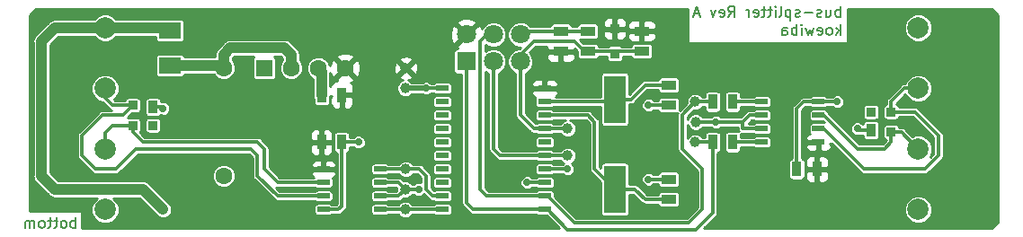
<source format=gbr>
G04 #@! TF.GenerationSoftware,KiCad,Pcbnew,5.0.0-fee4fd1~66~ubuntu16.04.1*
G04 #@! TF.CreationDate,2018-09-26T21:25:10+02:00*
G04 #@! TF.ProjectId,bus-splitter,6275732D73706C69747465722E6B6963,A*
G04 #@! TF.SameCoordinates,Original*
G04 #@! TF.FileFunction,Copper,L2,Bot,Signal*
G04 #@! TF.FilePolarity,Positive*
%FSLAX46Y46*%
G04 Gerber Fmt 4.6, Leading zero omitted, Abs format (unit mm)*
G04 Created by KiCad (PCBNEW 5.0.0-fee4fd1~66~ubuntu16.04.1) date Wed Sep 26 21:25:10 2018*
%MOMM*%
%LPD*%
G01*
G04 APERTURE LIST*
G04 #@! TA.AperFunction,NonConductor*
%ADD10C,0.200000*%
G04 #@! TD*
G04 #@! TA.AperFunction,ComponentPad*
%ADD11C,1.600000*%
G04 #@! TD*
G04 #@! TA.AperFunction,ComponentPad*
%ADD12R,1.600000X1.600000*%
G04 #@! TD*
G04 #@! TA.AperFunction,ComponentPad*
%ADD13C,2.000000*%
G04 #@! TD*
G04 #@! TA.AperFunction,SMDPad,CuDef*
%ADD14R,0.889000X1.397000*%
G04 #@! TD*
G04 #@! TA.AperFunction,SMDPad,CuDef*
%ADD15R,1.397000X0.889000*%
G04 #@! TD*
G04 #@! TA.AperFunction,SMDPad,CuDef*
%ADD16C,0.850000*%
G04 #@! TD*
G04 #@! TA.AperFunction,Conductor*
%ADD17C,0.100000*%
G04 #@! TD*
G04 #@! TA.AperFunction,SMDPad,CuDef*
%ADD18R,0.850000X0.850000*%
G04 #@! TD*
G04 #@! TA.AperFunction,SMDPad,CuDef*
%ADD19R,0.850000X1.200000*%
G04 #@! TD*
G04 #@! TA.AperFunction,SMDPad,CuDef*
%ADD20R,0.914400X0.914400*%
G04 #@! TD*
G04 #@! TA.AperFunction,SMDPad,CuDef*
%ADD21R,2.032000X1.524000*%
G04 #@! TD*
G04 #@! TA.AperFunction,ComponentPad*
%ADD22C,1.800000*%
G04 #@! TD*
G04 #@! TA.AperFunction,ComponentPad*
%ADD23R,1.800000X1.800000*%
G04 #@! TD*
G04 #@! TA.AperFunction,SMDPad,CuDef*
%ADD24R,1.143000X0.508000*%
G04 #@! TD*
G04 #@! TA.AperFunction,SMDPad,CuDef*
%ADD25R,1.998980X4.500880*%
G04 #@! TD*
G04 #@! TA.AperFunction,SMDPad,CuDef*
%ADD26R,1.270000X0.508000*%
G04 #@! TD*
G04 #@! TA.AperFunction,BGAPad,CuDef*
%ADD27C,1.000000*%
G04 #@! TD*
G04 #@! TA.AperFunction,ViaPad*
%ADD28C,0.700000*%
G04 #@! TD*
G04 #@! TA.AperFunction,ViaPad*
%ADD29C,1.000000*%
G04 #@! TD*
G04 #@! TA.AperFunction,Conductor*
%ADD30C,1.000000*%
G04 #@! TD*
G04 #@! TA.AperFunction,Conductor*
%ADD31C,0.300000*%
G04 #@! TD*
G04 #@! TA.AperFunction,Conductor*
%ADD32C,0.500000*%
G04 #@! TD*
G04 #@! TA.AperFunction,Conductor*
%ADD33C,0.254000*%
G04 #@! TD*
G04 APERTURE END LIST*
D10*
X177431904Y-76437380D02*
X177431904Y-75437380D01*
X177431904Y-75818333D02*
X177336666Y-75770714D01*
X177146190Y-75770714D01*
X177050952Y-75818333D01*
X177003333Y-75865952D01*
X176955714Y-75961190D01*
X176955714Y-76246904D01*
X177003333Y-76342142D01*
X177050952Y-76389761D01*
X177146190Y-76437380D01*
X177336666Y-76437380D01*
X177431904Y-76389761D01*
X176098571Y-75770714D02*
X176098571Y-76437380D01*
X176527142Y-75770714D02*
X176527142Y-76294523D01*
X176479523Y-76389761D01*
X176384285Y-76437380D01*
X176241428Y-76437380D01*
X176146190Y-76389761D01*
X176098571Y-76342142D01*
X175670000Y-76389761D02*
X175574761Y-76437380D01*
X175384285Y-76437380D01*
X175289047Y-76389761D01*
X175241428Y-76294523D01*
X175241428Y-76246904D01*
X175289047Y-76151666D01*
X175384285Y-76104047D01*
X175527142Y-76104047D01*
X175622380Y-76056428D01*
X175670000Y-75961190D01*
X175670000Y-75913571D01*
X175622380Y-75818333D01*
X175527142Y-75770714D01*
X175384285Y-75770714D01*
X175289047Y-75818333D01*
X174812857Y-76056428D02*
X174050952Y-76056428D01*
X173622380Y-76389761D02*
X173527142Y-76437380D01*
X173336666Y-76437380D01*
X173241428Y-76389761D01*
X173193809Y-76294523D01*
X173193809Y-76246904D01*
X173241428Y-76151666D01*
X173336666Y-76104047D01*
X173479523Y-76104047D01*
X173574761Y-76056428D01*
X173622380Y-75961190D01*
X173622380Y-75913571D01*
X173574761Y-75818333D01*
X173479523Y-75770714D01*
X173336666Y-75770714D01*
X173241428Y-75818333D01*
X172765238Y-75770714D02*
X172765238Y-76770714D01*
X172765238Y-75818333D02*
X172670000Y-75770714D01*
X172479523Y-75770714D01*
X172384285Y-75818333D01*
X172336666Y-75865952D01*
X172289047Y-75961190D01*
X172289047Y-76246904D01*
X172336666Y-76342142D01*
X172384285Y-76389761D01*
X172479523Y-76437380D01*
X172670000Y-76437380D01*
X172765238Y-76389761D01*
X171717619Y-76437380D02*
X171812857Y-76389761D01*
X171860476Y-76294523D01*
X171860476Y-75437380D01*
X171336666Y-76437380D02*
X171336666Y-75770714D01*
X171336666Y-75437380D02*
X171384285Y-75485000D01*
X171336666Y-75532619D01*
X171289047Y-75485000D01*
X171336666Y-75437380D01*
X171336666Y-75532619D01*
X171003333Y-75770714D02*
X170622380Y-75770714D01*
X170860476Y-75437380D02*
X170860476Y-76294523D01*
X170812857Y-76389761D01*
X170717619Y-76437380D01*
X170622380Y-76437380D01*
X170431904Y-75770714D02*
X170050952Y-75770714D01*
X170289047Y-75437380D02*
X170289047Y-76294523D01*
X170241428Y-76389761D01*
X170146190Y-76437380D01*
X170050952Y-76437380D01*
X169336666Y-76389761D02*
X169431904Y-76437380D01*
X169622380Y-76437380D01*
X169717619Y-76389761D01*
X169765238Y-76294523D01*
X169765238Y-75913571D01*
X169717619Y-75818333D01*
X169622380Y-75770714D01*
X169431904Y-75770714D01*
X169336666Y-75818333D01*
X169289047Y-75913571D01*
X169289047Y-76008809D01*
X169765238Y-76104047D01*
X168860476Y-76437380D02*
X168860476Y-75770714D01*
X168860476Y-75961190D02*
X168812857Y-75865952D01*
X168765238Y-75818333D01*
X168670000Y-75770714D01*
X168574761Y-75770714D01*
X166908095Y-76437380D02*
X167241428Y-75961190D01*
X167479523Y-76437380D02*
X167479523Y-75437380D01*
X167098571Y-75437380D01*
X167003333Y-75485000D01*
X166955714Y-75532619D01*
X166908095Y-75627857D01*
X166908095Y-75770714D01*
X166955714Y-75865952D01*
X167003333Y-75913571D01*
X167098571Y-75961190D01*
X167479523Y-75961190D01*
X166098571Y-76389761D02*
X166193809Y-76437380D01*
X166384285Y-76437380D01*
X166479523Y-76389761D01*
X166527142Y-76294523D01*
X166527142Y-75913571D01*
X166479523Y-75818333D01*
X166384285Y-75770714D01*
X166193809Y-75770714D01*
X166098571Y-75818333D01*
X166050952Y-75913571D01*
X166050952Y-76008809D01*
X166527142Y-76104047D01*
X165717619Y-75770714D02*
X165479523Y-76437380D01*
X165241428Y-75770714D01*
X164146190Y-76151666D02*
X163670000Y-76151666D01*
X164241428Y-76437380D02*
X163908095Y-75437380D01*
X163574761Y-76437380D01*
X177431904Y-78137380D02*
X177431904Y-77137380D01*
X177336666Y-77756428D02*
X177050952Y-78137380D01*
X177050952Y-77470714D02*
X177431904Y-77851666D01*
X176479523Y-78137380D02*
X176574761Y-78089761D01*
X176622380Y-78042142D01*
X176670000Y-77946904D01*
X176670000Y-77661190D01*
X176622380Y-77565952D01*
X176574761Y-77518333D01*
X176479523Y-77470714D01*
X176336666Y-77470714D01*
X176241428Y-77518333D01*
X176193809Y-77565952D01*
X176146190Y-77661190D01*
X176146190Y-77946904D01*
X176193809Y-78042142D01*
X176241428Y-78089761D01*
X176336666Y-78137380D01*
X176479523Y-78137380D01*
X175336666Y-78089761D02*
X175431904Y-78137380D01*
X175622380Y-78137380D01*
X175717619Y-78089761D01*
X175765238Y-77994523D01*
X175765238Y-77613571D01*
X175717619Y-77518333D01*
X175622380Y-77470714D01*
X175431904Y-77470714D01*
X175336666Y-77518333D01*
X175289047Y-77613571D01*
X175289047Y-77708809D01*
X175765238Y-77804047D01*
X174955714Y-77470714D02*
X174765238Y-78137380D01*
X174574761Y-77661190D01*
X174384285Y-78137380D01*
X174193809Y-77470714D01*
X173812857Y-78137380D02*
X173812857Y-77470714D01*
X173812857Y-77137380D02*
X173860476Y-77185000D01*
X173812857Y-77232619D01*
X173765238Y-77185000D01*
X173812857Y-77137380D01*
X173812857Y-77232619D01*
X173336666Y-78137380D02*
X173336666Y-77137380D01*
X173336666Y-77518333D02*
X173241428Y-77470714D01*
X173050952Y-77470714D01*
X172955714Y-77518333D01*
X172908095Y-77565952D01*
X172860476Y-77661190D01*
X172860476Y-77946904D01*
X172908095Y-78042142D01*
X172955714Y-78089761D01*
X173050952Y-78137380D01*
X173241428Y-78137380D01*
X173336666Y-78089761D01*
X172003333Y-78137380D02*
X172003333Y-77613571D01*
X172050952Y-77518333D01*
X172146190Y-77470714D01*
X172336666Y-77470714D01*
X172431904Y-77518333D01*
X172003333Y-78089761D02*
X172098571Y-78137380D01*
X172336666Y-78137380D01*
X172431904Y-78089761D01*
X172479523Y-77994523D01*
X172479523Y-77899285D01*
X172431904Y-77804047D01*
X172336666Y-77756428D01*
X172098571Y-77756428D01*
X172003333Y-77708809D01*
X105412380Y-96337380D02*
X105412380Y-95337380D01*
X105412380Y-95718333D02*
X105317142Y-95670714D01*
X105126666Y-95670714D01*
X105031428Y-95718333D01*
X104983809Y-95765952D01*
X104936190Y-95861190D01*
X104936190Y-96146904D01*
X104983809Y-96242142D01*
X105031428Y-96289761D01*
X105126666Y-96337380D01*
X105317142Y-96337380D01*
X105412380Y-96289761D01*
X104364761Y-96337380D02*
X104460000Y-96289761D01*
X104507619Y-96242142D01*
X104555238Y-96146904D01*
X104555238Y-95861190D01*
X104507619Y-95765952D01*
X104460000Y-95718333D01*
X104364761Y-95670714D01*
X104221904Y-95670714D01*
X104126666Y-95718333D01*
X104079047Y-95765952D01*
X104031428Y-95861190D01*
X104031428Y-96146904D01*
X104079047Y-96242142D01*
X104126666Y-96289761D01*
X104221904Y-96337380D01*
X104364761Y-96337380D01*
X103745714Y-95670714D02*
X103364761Y-95670714D01*
X103602857Y-95337380D02*
X103602857Y-96194523D01*
X103555238Y-96289761D01*
X103460000Y-96337380D01*
X103364761Y-96337380D01*
X103174285Y-95670714D02*
X102793333Y-95670714D01*
X103031428Y-95337380D02*
X103031428Y-96194523D01*
X102983809Y-96289761D01*
X102888571Y-96337380D01*
X102793333Y-96337380D01*
X102317142Y-96337380D02*
X102412380Y-96289761D01*
X102460000Y-96242142D01*
X102507619Y-96146904D01*
X102507619Y-95861190D01*
X102460000Y-95765952D01*
X102412380Y-95718333D01*
X102317142Y-95670714D01*
X102174285Y-95670714D01*
X102079047Y-95718333D01*
X102031428Y-95765952D01*
X101983809Y-95861190D01*
X101983809Y-96146904D01*
X102031428Y-96242142D01*
X102079047Y-96289761D01*
X102174285Y-96337380D01*
X102317142Y-96337380D01*
X101555238Y-96337380D02*
X101555238Y-95670714D01*
X101555238Y-95765952D02*
X101507619Y-95718333D01*
X101412380Y-95670714D01*
X101269523Y-95670714D01*
X101174285Y-95718333D01*
X101126666Y-95813571D01*
X101126666Y-96337380D01*
X101126666Y-95813571D02*
X101079047Y-95718333D01*
X100983809Y-95670714D01*
X100840952Y-95670714D01*
X100745714Y-95718333D01*
X100698095Y-95813571D01*
X100698095Y-96337380D01*
D11*
G04 #@! TO.P,U1,4*
G04 #@! TO.N,VCC*
X130810000Y-81280000D03*
G04 #@! TO.P,U1,3*
G04 #@! TO.N,GND*
X128270000Y-81280000D03*
G04 #@! TO.P,U1,2*
G04 #@! TO.N,+24V*
X125730000Y-81280000D03*
D12*
G04 #@! TO.P,U1,1*
G04 #@! TO.N,GND*
X123190000Y-81280000D03*
G04 #@! TD*
D13*
G04 #@! TO.P,J1,1*
G04 #@! TO.N,/24V_UNFUSED*
X108204000Y-77470000D03*
G04 #@! TD*
G04 #@! TO.P,J2,1*
G04 #@! TO.N,/A0*
X108204000Y-83185000D03*
G04 #@! TD*
G04 #@! TO.P,J3,1*
G04 #@! TO.N,/B0*
X108204000Y-88900000D03*
G04 #@! TD*
G04 #@! TO.P,J4,1*
G04 #@! TO.N,GND*
X108204000Y-94615000D03*
G04 #@! TD*
G04 #@! TO.P,J6,1*
G04 #@! TO.N,/24V_UNFUSED*
X184785000Y-94615000D03*
G04 #@! TD*
G04 #@! TO.P,J7,1*
G04 #@! TO.N,/A1*
X184785000Y-88900000D03*
G04 #@! TD*
G04 #@! TO.P,J8,1*
G04 #@! TO.N,/B1*
X184785000Y-83185000D03*
G04 #@! TD*
G04 #@! TO.P,J9,1*
G04 #@! TO.N,GND*
X184785000Y-77470000D03*
G04 #@! TD*
D14*
G04 #@! TO.P,C1,2*
G04 #@! TO.N,GND*
X128587500Y-83820000D03*
G04 #@! TO.P,C1,1*
G04 #@! TO.N,VCC*
X130492500Y-83820000D03*
G04 #@! TD*
G04 #@! TO.P,C2,2*
G04 #@! TO.N,VCC*
X128587500Y-88265000D03*
G04 #@! TO.P,C2,1*
G04 #@! TO.N,GND*
X130492500Y-88265000D03*
G04 #@! TD*
D15*
G04 #@! TO.P,C3,2*
G04 #@! TO.N,GND*
X161290000Y-91757500D03*
G04 #@! TO.P,C3,1*
G04 #@! TO.N,Net-(C3-Pad1)*
X161290000Y-93662500D03*
G04 #@! TD*
G04 #@! TO.P,C4,2*
G04 #@! TO.N,GND*
X161290000Y-84772500D03*
G04 #@! TO.P,C4,1*
G04 #@! TO.N,Net-(C4-Pad1)*
X161290000Y-82867500D03*
G04 #@! TD*
G04 #@! TO.P,C5,2*
G04 #@! TO.N,VCC*
X151130000Y-79692500D03*
G04 #@! TO.P,C5,1*
G04 #@! TO.N,GND*
X151130000Y-77787500D03*
G04 #@! TD*
G04 #@! TO.P,C6,2*
G04 #@! TO.N,GND*
X153670000Y-77787500D03*
G04 #@! TO.P,C6,1*
G04 #@! TO.N,//RESET*
X153670000Y-79692500D03*
G04 #@! TD*
D14*
G04 #@! TO.P,C7,2*
G04 #@! TO.N,VCC*
X175260000Y-90805000D03*
G04 #@! TO.P,C7,1*
G04 #@! TO.N,GND*
X173355000Y-90805000D03*
G04 #@! TD*
D16*
G04 #@! TO.P,D1,4*
G04 #@! TO.N,/A0*
X110810000Y-84775000D03*
D17*
G04 #@! TD*
G04 #@! TO.N,/A0*
G04 #@! TO.C,D1*
G36*
X110385000Y-84350000D02*
X111235000Y-84350000D01*
X111235000Y-85200000D01*
X110385000Y-85200000D01*
X110385000Y-84350000D01*
X110385000Y-84350000D01*
G37*
D18*
G04 #@! TO.P,D1,3*
G04 #@! TO.N,/B0*
X110810000Y-86675000D03*
G04 #@! TO.P,D1,2*
G04 #@! TO.N,Net-(D1-Pad2)*
X112710000Y-86675000D03*
D19*
G04 #@! TO.P,D1,1*
G04 #@! TO.N,GND*
X112710000Y-84955380D03*
G04 #@! TD*
D20*
G04 #@! TO.P,D2,2*
G04 #@! TO.N,VCC*
X156210000Y-77563980D03*
G04 #@! TO.P,D2,1*
G04 #@! TO.N,//RESET*
X156210000Y-79916020D03*
G04 #@! TD*
D16*
G04 #@! TO.P,D3,4*
G04 #@! TO.N,/A1*
X182240000Y-87310000D03*
D17*
G04 #@! TD*
G04 #@! TO.N,/A1*
G04 #@! TO.C,D3*
G36*
X182665000Y-87735000D02*
X181815000Y-87735000D01*
X181815000Y-86885000D01*
X182665000Y-86885000D01*
X182665000Y-87735000D01*
X182665000Y-87735000D01*
G37*
D18*
G04 #@! TO.P,D3,3*
G04 #@! TO.N,/B1*
X182240000Y-85410000D03*
G04 #@! TO.P,D3,2*
G04 #@! TO.N,Net-(D3-Pad2)*
X180340000Y-85410000D03*
D19*
G04 #@! TO.P,D3,1*
G04 #@! TO.N,GND*
X180340000Y-87129620D03*
G04 #@! TD*
D21*
G04 #@! TO.P,F1,2*
G04 #@! TO.N,/24V_UNFUSED*
X114300000Y-77724000D03*
G04 #@! TO.P,F1,1*
G04 #@! TO.N,+24V*
X114300000Y-81026000D03*
G04 #@! TD*
D22*
G04 #@! TO.P,J5,6*
G04 #@! TO.N,GND*
X147320000Y-78105000D03*
G04 #@! TO.P,J5,5*
G04 #@! TO.N,//RESET*
X147320000Y-80645000D03*
G04 #@! TO.P,J5,4*
G04 #@! TO.N,/TXD1_MOSI*
X144780000Y-78105000D03*
G04 #@! TO.P,J5,3*
G04 #@! TO.N,/SCK*
X144780000Y-80645000D03*
G04 #@! TO.P,J5,2*
G04 #@! TO.N,VCC*
X142240000Y-78105000D03*
D23*
G04 #@! TO.P,J5,1*
G04 #@! TO.N,/RXD1_MISO*
X142240000Y-80645000D03*
G04 #@! TD*
D11*
G04 #@! TO.P,R1,2*
G04 #@! TO.N,GND*
X119380000Y-91440000D03*
G04 #@! TO.P,R1,1*
G04 #@! TO.N,+24V*
X119380000Y-81280000D03*
G04 #@! TD*
D15*
G04 #@! TO.P,R2,2*
G04 #@! TO.N,//RESET*
X158750000Y-79692500D03*
G04 #@! TO.P,R2,1*
G04 #@! TO.N,VCC*
X158750000Y-77787500D03*
G04 #@! TD*
D14*
G04 #@! TO.P,R3,2*
G04 #@! TO.N,Net-(R3-Pad2)*
X167322500Y-84455000D03*
G04 #@! TO.P,R3,1*
G04 #@! TO.N,/TXD1_MOSI*
X165417500Y-84455000D03*
G04 #@! TD*
G04 #@! TO.P,R4,2*
G04 #@! TO.N,Net-(R4-Pad2)*
X167322500Y-88265000D03*
G04 #@! TO.P,R4,1*
G04 #@! TO.N,/RXD1_MISO*
X165417500Y-88265000D03*
G04 #@! TD*
D24*
G04 #@! TO.P,U2,4*
G04 #@! TO.N,/TXD0*
X134112000Y-94615000D03*
G04 #@! TO.P,U2,3*
G04 #@! TO.N,/TXDEN0*
X134112000Y-93345000D03*
G04 #@! TO.P,U2,2*
X134112000Y-92075000D03*
G04 #@! TO.P,U2,5*
G04 #@! TO.N,GND*
X128778000Y-94615000D03*
G04 #@! TO.P,U2,6*
G04 #@! TO.N,/A0*
X128778000Y-93345000D03*
G04 #@! TO.P,U2,7*
G04 #@! TO.N,/B0*
X128778000Y-92075000D03*
G04 #@! TO.P,U2,1*
G04 #@! TO.N,/RXD0*
X134112000Y-90805000D03*
G04 #@! TO.P,U2,8*
G04 #@! TO.N,VCC*
X128778000Y-90805000D03*
G04 #@! TD*
D25*
G04 #@! TO.P,U3,2*
G04 #@! TO.N,Net-(C3-Pad1)*
X156210000Y-92710000D03*
G04 #@! TO.P,U3,1*
G04 #@! TO.N,Net-(C4-Pad1)*
X156210000Y-84211160D03*
G04 #@! TD*
D26*
G04 #@! TO.P,U4,10*
G04 #@! TO.N,GND*
X139954000Y-83185000D03*
G04 #@! TO.P,U4,9*
G04 #@! TO.N,Net-(U4-Pad9)*
X139954000Y-84455000D03*
G04 #@! TO.P,U4,8*
G04 #@! TO.N,Net-(U4-Pad8)*
X139954000Y-85725000D03*
G04 #@! TO.P,U4,7*
G04 #@! TO.N,Net-(U4-Pad7)*
X139954000Y-86995000D03*
G04 #@! TO.P,U4,6*
G04 #@! TO.N,Net-(U4-Pad6)*
X139954000Y-88265000D03*
G04 #@! TO.P,U4,5*
G04 #@! TO.N,Net-(U4-Pad5)*
X139954000Y-89535000D03*
G04 #@! TO.P,U4,4*
G04 #@! TO.N,Net-(U4-Pad4)*
X139954000Y-90805000D03*
G04 #@! TO.P,U4,3*
G04 #@! TO.N,Net-(U4-Pad3)*
X139954000Y-92075000D03*
G04 #@! TO.P,U4,2*
G04 #@! TO.N,/RXD0*
X139954000Y-93345000D03*
G04 #@! TO.P,U4,1*
G04 #@! TO.N,/TXD0*
X139954000Y-94615000D03*
G04 #@! TO.P,U4,20*
G04 #@! TO.N,/RXD1_MISO*
X149606000Y-94615000D03*
G04 #@! TO.P,U4,19*
G04 #@! TO.N,/TXD1_MOSI*
X149606000Y-93345000D03*
G04 #@! TO.P,U4,18*
G04 #@! TO.N,/TXDEN0*
X149606000Y-92075000D03*
G04 #@! TO.P,U4,17*
G04 #@! TO.N,/TXDEN1*
X149606000Y-90805000D03*
G04 #@! TO.P,U4,16*
G04 #@! TO.N,/SCK*
X149606000Y-89535000D03*
G04 #@! TO.P,U4,15*
G04 #@! TO.N,Net-(U4-Pad15)*
X149606000Y-88265000D03*
G04 #@! TO.P,U4,14*
G04 #@! TO.N,//RESET*
X149606000Y-86995000D03*
G04 #@! TO.P,U4,13*
G04 #@! TO.N,Net-(C3-Pad1)*
X149606000Y-85725000D03*
G04 #@! TO.P,U4,12*
G04 #@! TO.N,Net-(C4-Pad1)*
X149606000Y-84455000D03*
G04 #@! TO.P,U4,11*
G04 #@! TO.N,VCC*
X149606000Y-83185000D03*
G04 #@! TD*
D24*
G04 #@! TO.P,U5,4*
G04 #@! TO.N,Net-(R3-Pad2)*
X170053000Y-84455000D03*
G04 #@! TO.P,U5,3*
G04 #@! TO.N,/TXDEN1*
X170053000Y-85725000D03*
G04 #@! TO.P,U5,2*
X170053000Y-86995000D03*
G04 #@! TO.P,U5,5*
G04 #@! TO.N,GND*
X175387000Y-84455000D03*
G04 #@! TO.P,U5,6*
G04 #@! TO.N,/A1*
X175387000Y-85725000D03*
G04 #@! TO.P,U5,7*
G04 #@! TO.N,/B1*
X175387000Y-86995000D03*
G04 #@! TO.P,U5,1*
G04 #@! TO.N,Net-(R4-Pad2)*
X170053000Y-88265000D03*
G04 #@! TO.P,U5,8*
G04 #@! TO.N,VCC*
X175387000Y-88265000D03*
G04 #@! TD*
D27*
G04 #@! TO.P,J10,1*
G04 #@! TO.N,VCC*
X136525000Y-81280000D03*
G04 #@! TD*
G04 #@! TO.P,J11,1*
G04 #@! TO.N,GND*
X136475000Y-83185000D03*
G04 #@! TD*
G04 #@! TO.P,J12,1*
G04 #@! TO.N,/TXD0*
X136475000Y-94615000D03*
G04 #@! TD*
G04 #@! TO.P,J13,1*
G04 #@! TO.N,/RXD0*
X136525000Y-90805000D03*
G04 #@! TD*
G04 #@! TO.P,J14,1*
G04 #@! TO.N,/TXDEN0*
X136475000Y-92710000D03*
G04 #@! TD*
G04 #@! TO.P,J15,1*
G04 #@! TO.N,//RESET*
X151765000Y-86995000D03*
G04 #@! TD*
G04 #@! TO.P,J16,1*
G04 #@! TO.N,/TXD1_MOSI*
X163780000Y-84455000D03*
G04 #@! TD*
G04 #@! TO.P,J17,1*
G04 #@! TO.N,/RXD1_MISO*
X163780000Y-88265000D03*
G04 #@! TD*
G04 #@! TO.P,J18,1*
G04 #@! TO.N,/SCK*
X151765000Y-89535000D03*
G04 #@! TD*
G04 #@! TO.P,J19,1*
G04 #@! TO.N,/TXDEN1*
X163830000Y-86360000D03*
G04 #@! TD*
D28*
G04 #@! TO.N,GND*
X132080000Y-88265000D03*
X138430000Y-83185000D03*
X113665000Y-85090000D03*
X179070000Y-86995000D03*
X177165000Y-84455000D03*
X159385000Y-84772500D03*
X159385000Y-91757499D03*
D29*
G04 #@! TO.N,/24V_UNFUSED*
X113665000Y-94615000D03*
D28*
G04 #@! TO.N,/TXDEN0*
X147955000Y-92075000D03*
X137729990Y-92710000D03*
G04 #@! TO.N,/TXDEN1*
X165735000Y-86360000D03*
X151765000Y-90805000D03*
G04 #@! TD*
D30*
G04 #@! TO.N,GND*
X128587500Y-83820000D02*
X128587500Y-81597500D01*
X128587500Y-81597500D02*
X128270000Y-81280000D01*
D31*
X128778000Y-94615000D02*
X130175000Y-94615000D01*
X130492500Y-94297500D02*
X130492500Y-88265000D01*
X130175000Y-94615000D02*
X130492500Y-94297500D01*
X130492500Y-88265000D02*
X132080000Y-88265000D01*
X139954000Y-83185000D02*
X138430000Y-83185000D01*
X112710000Y-84955380D02*
X113530380Y-84955380D01*
X113530380Y-84955380D02*
X113665000Y-85090000D01*
X180340000Y-87129620D02*
X179204620Y-87129620D01*
X179204620Y-87129620D02*
X179070000Y-86995000D01*
X175387000Y-84455000D02*
X177165000Y-84455000D01*
X175387000Y-84455000D02*
X173990000Y-84455000D01*
X173355000Y-85090000D02*
X173355000Y-90805000D01*
X173990000Y-84455000D02*
X173355000Y-85090000D01*
X151130000Y-77787500D02*
X147637500Y-77787500D01*
X147637500Y-77787500D02*
X147320000Y-77470000D01*
X153670000Y-77787500D02*
X151130000Y-77787500D01*
X161290000Y-84772500D02*
X159385000Y-84772500D01*
X159879974Y-91757499D02*
X159385000Y-91757499D01*
X161290000Y-91757500D02*
X159879974Y-91757499D01*
D32*
X136475000Y-83185000D02*
X138430000Y-83185000D01*
D31*
G04 #@! TO.N,Net-(C3-Pad1)*
X161290000Y-93662500D02*
X159067500Y-93662500D01*
X158115000Y-92710000D02*
X156210000Y-92710000D01*
X159067500Y-93662500D02*
X158115000Y-92710000D01*
X149606000Y-85725000D02*
X153670000Y-85725000D01*
X154305000Y-90805000D02*
X156210000Y-92710000D01*
X154305000Y-86360000D02*
X154305000Y-90805000D01*
X153670000Y-85725000D02*
X154305000Y-86360000D01*
G04 #@! TO.N,Net-(C4-Pad1)*
X161290000Y-82867500D02*
X159067500Y-82867500D01*
X157723840Y-84211160D02*
X156210000Y-84211160D01*
X159067500Y-82867500D02*
X157723840Y-84211160D01*
X149606000Y-84455000D02*
X155966160Y-84455000D01*
X155966160Y-84455000D02*
X156210000Y-84211160D01*
G04 #@! TO.N,//RESET*
X149606000Y-86995000D02*
X148590000Y-86995000D01*
X147320000Y-85725000D02*
X147320000Y-80010000D01*
X148590000Y-86995000D02*
X147320000Y-85725000D01*
X153670000Y-79692500D02*
X153352500Y-79692500D01*
X153352500Y-79692500D02*
X152400000Y-78740000D01*
X148590000Y-78740000D02*
X147320000Y-80010000D01*
X152400000Y-78740000D02*
X148590000Y-78740000D01*
X158750000Y-79692500D02*
X156433520Y-79692500D01*
X156433520Y-79692500D02*
X156210000Y-79916020D01*
X153670000Y-79692500D02*
X155986480Y-79692500D01*
X155986480Y-79692500D02*
X156210000Y-79916020D01*
X149606000Y-86995000D02*
X151765000Y-86995000D01*
D30*
G04 #@! TO.N,+24V*
X125730000Y-81280000D02*
X125730000Y-80010000D01*
X119380000Y-80010000D02*
X119380000Y-81280000D01*
X120015000Y-79375000D02*
X119380000Y-80010000D01*
X125095000Y-79375000D02*
X120015000Y-79375000D01*
X125730000Y-80010000D02*
X125095000Y-79375000D01*
X114300000Y-81026000D02*
X119126000Y-81026000D01*
X119126000Y-81026000D02*
X119380000Y-81280000D01*
G04 #@! TO.N,/24V_UNFUSED*
X103505000Y-77470000D02*
X108204000Y-77470000D01*
X102235000Y-78740000D02*
X103505000Y-77470000D01*
X102235000Y-91440000D02*
X102235000Y-78740000D01*
X103505000Y-92710000D02*
X102235000Y-91440000D01*
X111760000Y-92710000D02*
X103505000Y-92710000D01*
X113665000Y-94615000D02*
X111760000Y-92710000D01*
X108204000Y-77470000D02*
X114046000Y-77470000D01*
X114046000Y-77470000D02*
X114300000Y-77724000D01*
D31*
G04 #@! TO.N,/RXD1_MISO*
X149606000Y-94615000D02*
X149860000Y-94615000D01*
X149860000Y-94615000D02*
X151765000Y-96520000D01*
X165417500Y-94932500D02*
X165417500Y-88265000D01*
X163830000Y-96520000D02*
X165417500Y-94932500D01*
X151765000Y-96520000D02*
X163830000Y-96520000D01*
X149606000Y-94615000D02*
X142875000Y-94615000D01*
X142240000Y-93980000D02*
X142240000Y-80010000D01*
X142875000Y-94615000D02*
X142240000Y-93980000D01*
X163780000Y-88265000D02*
X165417500Y-88265000D01*
G04 #@! TO.N,/SCK*
X149606000Y-89535000D02*
X145415000Y-89535000D01*
X144780000Y-88900000D02*
X144780000Y-80010000D01*
X145415000Y-89535000D02*
X144780000Y-88900000D01*
X149606000Y-89535000D02*
X151765000Y-89535000D01*
G04 #@! TO.N,/TXD1_MOSI*
X149606000Y-93345000D02*
X149860000Y-93345000D01*
X149860000Y-93345000D02*
X152400000Y-95885000D01*
X163195000Y-95885000D02*
X164465000Y-94615000D01*
X152400000Y-95885000D02*
X163195000Y-95885000D01*
X144780000Y-77470000D02*
X143510000Y-78740000D01*
X144145000Y-93345000D02*
X149606000Y-93345000D01*
X143510000Y-92710000D02*
X144145000Y-93345000D01*
X143510000Y-78740000D02*
X143510000Y-92710000D01*
X165417500Y-84455000D02*
X163780000Y-84455000D01*
X163780000Y-84455000D02*
X162560000Y-85675000D01*
X162560000Y-85675000D02*
X162560000Y-88900000D01*
X164465000Y-90805000D02*
X164465000Y-94615000D01*
X162560000Y-88900000D02*
X164465000Y-90805000D01*
G04 #@! TO.N,Net-(R3-Pad2)*
X167322500Y-84455000D02*
X170053000Y-84455000D01*
G04 #@! TO.N,Net-(R4-Pad2)*
X167322500Y-88265000D02*
X170053000Y-88265000D01*
G04 #@! TO.N,/RXD0*
X136525000Y-90805000D02*
X134112000Y-90805000D01*
X136525000Y-90805000D02*
X137795000Y-90805000D01*
X137795000Y-90805000D02*
X138430000Y-91440000D01*
X138430000Y-91440000D02*
X138430000Y-92710000D01*
X138430000Y-92710000D02*
X139065000Y-93345000D01*
X139065000Y-93345000D02*
X139954000Y-93345000D01*
G04 #@! TO.N,/TXDEN0*
X147955000Y-92075000D02*
X149606000Y-92075000D01*
X136475000Y-92710000D02*
X135840000Y-92075000D01*
X135840000Y-92075000D02*
X134112000Y-92075000D01*
X136475000Y-92710000D02*
X135840000Y-93345000D01*
X135840000Y-93345000D02*
X134112000Y-93345000D01*
X136475000Y-92710000D02*
X137729990Y-92710000D01*
G04 #@! TO.N,/TXD0*
X134112000Y-94615000D02*
X139954000Y-94615000D01*
G04 #@! TO.N,/TXDEN1*
X170053000Y-85725000D02*
X168910000Y-85725000D01*
X168275000Y-86360000D02*
X168275000Y-86995000D01*
X168910000Y-85725000D02*
X168275000Y-86360000D01*
X168275000Y-86995000D02*
X170053000Y-86995000D01*
X168275000Y-86360000D02*
X165735000Y-86360000D01*
X151765000Y-90805000D02*
X149606000Y-90805000D01*
X163830000Y-86360000D02*
X165735000Y-86360000D01*
G04 #@! TO.N,/B0*
X110810000Y-86675000D02*
X110810000Y-87315000D01*
X124460000Y-92075000D02*
X128778000Y-92075000D01*
X123190000Y-90805000D02*
X124460000Y-92075000D01*
X123190000Y-88900000D02*
X123190000Y-90805000D01*
X122555000Y-88265000D02*
X123190000Y-88900000D01*
X111760000Y-88265000D02*
X122555000Y-88265000D01*
X110810000Y-87315000D02*
X111760000Y-88265000D01*
X108204000Y-87376000D02*
X108905000Y-86675000D01*
X108905000Y-86675000D02*
X110810000Y-86675000D01*
X108204000Y-88900000D02*
X108204000Y-87376000D01*
G04 #@! TO.N,/A0*
X128778000Y-93345000D02*
X124460000Y-93345000D01*
X109860000Y-85725000D02*
X110810000Y-84775000D01*
X107950000Y-85725000D02*
X109860000Y-85725000D01*
X106045000Y-87630000D02*
X107950000Y-85725000D01*
X106045000Y-89535000D02*
X106045000Y-87630000D01*
X107315000Y-90805000D02*
X106045000Y-89535000D01*
X109220000Y-90805000D02*
X107315000Y-90805000D01*
X111125000Y-88900000D02*
X109220000Y-90805000D01*
X121920000Y-88900000D02*
X111125000Y-88900000D01*
X122555000Y-89535000D02*
X121920000Y-88900000D01*
X122555000Y-91440000D02*
X122555000Y-89535000D01*
X124460000Y-93345000D02*
X122555000Y-91440000D01*
X108204000Y-83185000D02*
X108204000Y-84074000D01*
X108204000Y-84074000D02*
X108905000Y-84775000D01*
X108905000Y-84775000D02*
X110810000Y-84775000D01*
G04 #@! TO.N,/B1*
X182240000Y-85410000D02*
X184470000Y-85410000D01*
X179705000Y-90805000D02*
X175895000Y-86995000D01*
X185420000Y-90805000D02*
X179705000Y-90805000D01*
X186690000Y-89535000D02*
X185420000Y-90805000D01*
X186690000Y-87630000D02*
X186690000Y-89535000D01*
X184470000Y-85410000D02*
X186690000Y-87630000D01*
X175895000Y-86995000D02*
X175387000Y-86995000D01*
X184785000Y-83185000D02*
X183515000Y-83185000D01*
X182240000Y-84460000D02*
X182240000Y-85410000D01*
X183515000Y-83185000D02*
X182240000Y-84460000D01*
G04 #@! TO.N,/A1*
X175387000Y-85725000D02*
X175895000Y-85725000D01*
X175895000Y-85725000D02*
X179070000Y-88900000D01*
X183195000Y-87310000D02*
X184785000Y-88900000D01*
X182240000Y-87310000D02*
X183195000Y-87310000D01*
X179070000Y-88900000D02*
X181610000Y-88900000D01*
X181610000Y-88900000D02*
X182245000Y-88265000D01*
X182240000Y-88260000D02*
X182240000Y-87310000D01*
X182245000Y-88265000D02*
X182240000Y-88260000D01*
G04 #@! TD*
D33*
G04 #@! TO.N,VCC*
G36*
X163082524Y-78942000D02*
X178127000Y-78942000D01*
X178127000Y-77206043D01*
X183458000Y-77206043D01*
X183458000Y-77733957D01*
X183660024Y-78221685D01*
X184033315Y-78594976D01*
X184521043Y-78797000D01*
X185048957Y-78797000D01*
X185536685Y-78594976D01*
X185909976Y-78221685D01*
X186112000Y-77733957D01*
X186112000Y-77206043D01*
X185909976Y-76718315D01*
X185536685Y-76345024D01*
X185048957Y-76143000D01*
X184521043Y-76143000D01*
X184033315Y-76345024D01*
X183660024Y-76718315D01*
X183458000Y-77206043D01*
X178127000Y-77206043D01*
X178127000Y-75692000D01*
X191717394Y-75692000D01*
X192278000Y-76252606D01*
X192278000Y-95832394D01*
X191717394Y-96393000D01*
X164631579Y-96393000D01*
X165721575Y-95303005D01*
X165761397Y-95276397D01*
X165866823Y-95118616D01*
X165894500Y-94979475D01*
X165894500Y-94979472D01*
X165903843Y-94932501D01*
X165894500Y-94885530D01*
X165894500Y-94351043D01*
X183458000Y-94351043D01*
X183458000Y-94878957D01*
X183660024Y-95366685D01*
X184033315Y-95739976D01*
X184521043Y-95942000D01*
X185048957Y-95942000D01*
X185536685Y-95739976D01*
X185909976Y-95366685D01*
X186112000Y-94878957D01*
X186112000Y-94351043D01*
X185909976Y-93863315D01*
X185536685Y-93490024D01*
X185048957Y-93288000D01*
X184521043Y-93288000D01*
X184033315Y-93490024D01*
X183660024Y-93863315D01*
X183458000Y-94351043D01*
X165894500Y-94351043D01*
X165894500Y-90106500D01*
X172577094Y-90106500D01*
X172577094Y-91503500D01*
X172602473Y-91631089D01*
X172674746Y-91739254D01*
X172782911Y-91811527D01*
X172910500Y-91836906D01*
X173799500Y-91836906D01*
X173927089Y-91811527D01*
X174035254Y-91739254D01*
X174107527Y-91631089D01*
X174132906Y-91503500D01*
X174132906Y-91090750D01*
X174180500Y-91090750D01*
X174180500Y-91629810D01*
X174277173Y-91863199D01*
X174455802Y-92041827D01*
X174689191Y-92138500D01*
X174974250Y-92138500D01*
X175133000Y-91979750D01*
X175133000Y-90932000D01*
X175387000Y-90932000D01*
X175387000Y-91979750D01*
X175545750Y-92138500D01*
X175830809Y-92138500D01*
X176064198Y-92041827D01*
X176242827Y-91863199D01*
X176339500Y-91629810D01*
X176339500Y-91090750D01*
X176180750Y-90932000D01*
X175387000Y-90932000D01*
X175133000Y-90932000D01*
X174339250Y-90932000D01*
X174180500Y-91090750D01*
X174132906Y-91090750D01*
X174132906Y-90106500D01*
X174107782Y-89980190D01*
X174180500Y-89980190D01*
X174180500Y-90519250D01*
X174339250Y-90678000D01*
X175133000Y-90678000D01*
X175133000Y-89630250D01*
X175387000Y-89630250D01*
X175387000Y-90678000D01*
X176180750Y-90678000D01*
X176339500Y-90519250D01*
X176339500Y-89980190D01*
X176242827Y-89746801D01*
X176064198Y-89568173D01*
X175830809Y-89471500D01*
X175545750Y-89471500D01*
X175387000Y-89630250D01*
X175133000Y-89630250D01*
X174974250Y-89471500D01*
X174689191Y-89471500D01*
X174455802Y-89568173D01*
X174277173Y-89746801D01*
X174180500Y-89980190D01*
X174107782Y-89980190D01*
X174107527Y-89978911D01*
X174035254Y-89870746D01*
X173927089Y-89798473D01*
X173832000Y-89779559D01*
X173832000Y-88550750D01*
X174180500Y-88550750D01*
X174180500Y-88645309D01*
X174277173Y-88878698D01*
X174455801Y-89057327D01*
X174689190Y-89154000D01*
X175101250Y-89154000D01*
X175260000Y-88995250D01*
X175260000Y-88392000D01*
X174339250Y-88392000D01*
X174180500Y-88550750D01*
X173832000Y-88550750D01*
X173832000Y-87884691D01*
X174180500Y-87884691D01*
X174180500Y-87979250D01*
X174339250Y-88138000D01*
X175260000Y-88138000D01*
X175260000Y-88118000D01*
X175514000Y-88118000D01*
X175514000Y-88138000D01*
X175534000Y-88138000D01*
X175534000Y-88392000D01*
X175514000Y-88392000D01*
X175514000Y-88995250D01*
X175672750Y-89154000D01*
X176084810Y-89154000D01*
X176318199Y-89057327D01*
X176496827Y-88878698D01*
X176593500Y-88645309D01*
X176593500Y-88550750D01*
X176434752Y-88392002D01*
X176593500Y-88392002D01*
X176593500Y-88368079D01*
X179334493Y-91109073D01*
X179361103Y-91148897D01*
X179400926Y-91175506D01*
X179518884Y-91254323D01*
X179705000Y-91291344D01*
X179751975Y-91282000D01*
X185373029Y-91282000D01*
X185420000Y-91291343D01*
X185466971Y-91282000D01*
X185466975Y-91282000D01*
X185606116Y-91254323D01*
X185763897Y-91148897D01*
X185790508Y-91109071D01*
X186994074Y-89905506D01*
X187033897Y-89878897D01*
X187139323Y-89721116D01*
X187167000Y-89581975D01*
X187167000Y-89581972D01*
X187176343Y-89535001D01*
X187167000Y-89488030D01*
X187167000Y-87676970D01*
X187176343Y-87629999D01*
X187167000Y-87583026D01*
X187167000Y-87583025D01*
X187139323Y-87443884D01*
X187093964Y-87376000D01*
X187060506Y-87325926D01*
X187033897Y-87286103D01*
X186994075Y-87259495D01*
X184840508Y-85105929D01*
X184813897Y-85066103D01*
X184656116Y-84960677D01*
X184516975Y-84933000D01*
X184516971Y-84933000D01*
X184470000Y-84923657D01*
X184423029Y-84933000D01*
X182988063Y-84933000D01*
X182973027Y-84857411D01*
X182900754Y-84749246D01*
X182792589Y-84676973D01*
X182717000Y-84661937D01*
X182717000Y-84657579D01*
X183594964Y-83779616D01*
X183660024Y-83936685D01*
X184033315Y-84309976D01*
X184521043Y-84512000D01*
X185048957Y-84512000D01*
X185536685Y-84309976D01*
X185909976Y-83936685D01*
X186112000Y-83448957D01*
X186112000Y-82921043D01*
X185909976Y-82433315D01*
X185536685Y-82060024D01*
X185048957Y-81858000D01*
X184521043Y-81858000D01*
X184033315Y-82060024D01*
X183660024Y-82433315D01*
X183547442Y-82705110D01*
X183514999Y-82698657D01*
X183468028Y-82708000D01*
X183468025Y-82708000D01*
X183328884Y-82735677D01*
X183171103Y-82841103D01*
X183144494Y-82880926D01*
X181935929Y-84089492D01*
X181896103Y-84116103D01*
X181790677Y-84273885D01*
X181763000Y-84413026D01*
X181763000Y-84413029D01*
X181753657Y-84460000D01*
X181763000Y-84506972D01*
X181763000Y-84661937D01*
X181687411Y-84676973D01*
X181579246Y-84749246D01*
X181506973Y-84857411D01*
X181481594Y-84985000D01*
X181481594Y-85835000D01*
X181506973Y-85962589D01*
X181579246Y-86070754D01*
X181687411Y-86143027D01*
X181815000Y-86168406D01*
X182665000Y-86168406D01*
X182792589Y-86143027D01*
X182900754Y-86070754D01*
X182973027Y-85962589D01*
X182988063Y-85887000D01*
X184272421Y-85887000D01*
X186213000Y-87827580D01*
X186213001Y-89337419D01*
X185917924Y-89632496D01*
X186112000Y-89163957D01*
X186112000Y-88636043D01*
X185909976Y-88148315D01*
X185536685Y-87775024D01*
X185048957Y-87573000D01*
X184521043Y-87573000D01*
X184246358Y-87686779D01*
X183565508Y-87005929D01*
X183538897Y-86966103D01*
X183381116Y-86860677D01*
X183241975Y-86833000D01*
X183241971Y-86833000D01*
X183195000Y-86823657D01*
X183148029Y-86833000D01*
X182988063Y-86833000D01*
X182973027Y-86757411D01*
X182900754Y-86649246D01*
X182792589Y-86576973D01*
X182665000Y-86551594D01*
X181815000Y-86551594D01*
X181687411Y-86576973D01*
X181579246Y-86649246D01*
X181506973Y-86757411D01*
X181481594Y-86885000D01*
X181481594Y-87735000D01*
X181506973Y-87862589D01*
X181579246Y-87970754D01*
X181687411Y-88043027D01*
X181763000Y-88058063D01*
X181763000Y-88072420D01*
X181412421Y-88423000D01*
X179267580Y-88423000D01*
X177704916Y-86860336D01*
X178393000Y-86860336D01*
X178393000Y-87129664D01*
X178496067Y-87378490D01*
X178686510Y-87568933D01*
X178935336Y-87672000D01*
X179204664Y-87672000D01*
X179362505Y-87606620D01*
X179581594Y-87606620D01*
X179581594Y-87729620D01*
X179606973Y-87857209D01*
X179679246Y-87965374D01*
X179787411Y-88037647D01*
X179915000Y-88063026D01*
X180765000Y-88063026D01*
X180892589Y-88037647D01*
X181000754Y-87965374D01*
X181073027Y-87857209D01*
X181098406Y-87729620D01*
X181098406Y-86529620D01*
X181073027Y-86402031D01*
X181000754Y-86293866D01*
X180892589Y-86221593D01*
X180765000Y-86196214D01*
X179915000Y-86196214D01*
X179787411Y-86221593D01*
X179679246Y-86293866D01*
X179606973Y-86402031D01*
X179581594Y-86529620D01*
X179581594Y-86549171D01*
X179453490Y-86421067D01*
X179204664Y-86318000D01*
X178935336Y-86318000D01*
X178686510Y-86421067D01*
X178496067Y-86611510D01*
X178393000Y-86860336D01*
X177704916Y-86860336D01*
X176286028Y-85441449D01*
X176266527Y-85343411D01*
X176194254Y-85235246D01*
X176086089Y-85162973D01*
X175958500Y-85137594D01*
X174815500Y-85137594D01*
X174687911Y-85162973D01*
X174579746Y-85235246D01*
X174507473Y-85343411D01*
X174482094Y-85471000D01*
X174482094Y-85979000D01*
X174507473Y-86106589D01*
X174579746Y-86214754D01*
X174687911Y-86287027D01*
X174815500Y-86312406D01*
X175807827Y-86312406D01*
X175903015Y-86407594D01*
X174815500Y-86407594D01*
X174687911Y-86432973D01*
X174579746Y-86505246D01*
X174507473Y-86613411D01*
X174482094Y-86741000D01*
X174482094Y-87249000D01*
X174507473Y-87376589D01*
X174546556Y-87435081D01*
X174455801Y-87472673D01*
X174277173Y-87651302D01*
X174180500Y-87884691D01*
X173832000Y-87884691D01*
X173832000Y-85287579D01*
X174187580Y-84932000D01*
X174571224Y-84932000D01*
X174579746Y-84944754D01*
X174687911Y-85017027D01*
X174815500Y-85042406D01*
X175958500Y-85042406D01*
X176086089Y-85017027D01*
X176194254Y-84944754D01*
X176202776Y-84932000D01*
X176684577Y-84932000D01*
X176781510Y-85028933D01*
X177030336Y-85132000D01*
X177299664Y-85132000D01*
X177548490Y-85028933D01*
X177592423Y-84985000D01*
X179581594Y-84985000D01*
X179581594Y-85835000D01*
X179606973Y-85962589D01*
X179679246Y-86070754D01*
X179787411Y-86143027D01*
X179915000Y-86168406D01*
X180765000Y-86168406D01*
X180892589Y-86143027D01*
X181000754Y-86070754D01*
X181073027Y-85962589D01*
X181098406Y-85835000D01*
X181098406Y-84985000D01*
X181073027Y-84857411D01*
X181000754Y-84749246D01*
X180892589Y-84676973D01*
X180765000Y-84651594D01*
X179915000Y-84651594D01*
X179787411Y-84676973D01*
X179679246Y-84749246D01*
X179606973Y-84857411D01*
X179581594Y-84985000D01*
X177592423Y-84985000D01*
X177738933Y-84838490D01*
X177842000Y-84589664D01*
X177842000Y-84320336D01*
X177738933Y-84071510D01*
X177548490Y-83881067D01*
X177299664Y-83778000D01*
X177030336Y-83778000D01*
X176781510Y-83881067D01*
X176684577Y-83978000D01*
X176202776Y-83978000D01*
X176194254Y-83965246D01*
X176086089Y-83892973D01*
X175958500Y-83867594D01*
X174815500Y-83867594D01*
X174687911Y-83892973D01*
X174579746Y-83965246D01*
X174571224Y-83978000D01*
X174036975Y-83978000D01*
X173990000Y-83968656D01*
X173803884Y-84005677D01*
X173701632Y-84074000D01*
X173646103Y-84111103D01*
X173619494Y-84150926D01*
X173050928Y-84719492D01*
X173011103Y-84746103D01*
X172905677Y-84903885D01*
X172878000Y-85043026D01*
X172878000Y-85043029D01*
X172868657Y-85090000D01*
X172878000Y-85136971D01*
X172878001Y-89779558D01*
X172782911Y-89798473D01*
X172674746Y-89870746D01*
X172602473Y-89978911D01*
X172577094Y-90106500D01*
X165894500Y-90106500D01*
X165894500Y-89290441D01*
X165989589Y-89271527D01*
X166097754Y-89199254D01*
X166170027Y-89091089D01*
X166195406Y-88963500D01*
X166195406Y-87566500D01*
X166170027Y-87438911D01*
X166097754Y-87330746D01*
X165989589Y-87258473D01*
X165862000Y-87233094D01*
X164973000Y-87233094D01*
X164845411Y-87258473D01*
X164737246Y-87330746D01*
X164664973Y-87438911D01*
X164639594Y-87566500D01*
X164639594Y-87788000D01*
X164472555Y-87788000D01*
X164248458Y-87563903D01*
X163944501Y-87438000D01*
X163615499Y-87438000D01*
X163311542Y-87563903D01*
X163078903Y-87796542D01*
X163037000Y-87897705D01*
X163037000Y-86606584D01*
X163128903Y-86828458D01*
X163361542Y-87061097D01*
X163665499Y-87187000D01*
X163994501Y-87187000D01*
X164298458Y-87061097D01*
X164522555Y-86837000D01*
X165254577Y-86837000D01*
X165351510Y-86933933D01*
X165600336Y-87037000D01*
X165869664Y-87037000D01*
X166118490Y-86933933D01*
X166215423Y-86837000D01*
X167798001Y-86837000D01*
X167798001Y-86948020D01*
X167788656Y-86995000D01*
X167825677Y-87181116D01*
X167874725Y-87254522D01*
X167767000Y-87233094D01*
X166878000Y-87233094D01*
X166750411Y-87258473D01*
X166642246Y-87330746D01*
X166569973Y-87438911D01*
X166544594Y-87566500D01*
X166544594Y-88963500D01*
X166569973Y-89091089D01*
X166642246Y-89199254D01*
X166750411Y-89271527D01*
X166878000Y-89296906D01*
X167767000Y-89296906D01*
X167894589Y-89271527D01*
X168002754Y-89199254D01*
X168075027Y-89091089D01*
X168100406Y-88963500D01*
X168100406Y-88742000D01*
X169237224Y-88742000D01*
X169245746Y-88754754D01*
X169353911Y-88827027D01*
X169481500Y-88852406D01*
X170624500Y-88852406D01*
X170752089Y-88827027D01*
X170860254Y-88754754D01*
X170932527Y-88646589D01*
X170957906Y-88519000D01*
X170957906Y-88011000D01*
X170932527Y-87883411D01*
X170860254Y-87775246D01*
X170752089Y-87702973D01*
X170624500Y-87677594D01*
X169481500Y-87677594D01*
X169353911Y-87702973D01*
X169245746Y-87775246D01*
X169237224Y-87788000D01*
X168100406Y-87788000D01*
X168100406Y-87566500D01*
X168075027Y-87438911D01*
X168070383Y-87431961D01*
X168088884Y-87444323D01*
X168228025Y-87472000D01*
X168275000Y-87481344D01*
X168321975Y-87472000D01*
X169237224Y-87472000D01*
X169245746Y-87484754D01*
X169353911Y-87557027D01*
X169481500Y-87582406D01*
X170624500Y-87582406D01*
X170752089Y-87557027D01*
X170860254Y-87484754D01*
X170932527Y-87376589D01*
X170957906Y-87249000D01*
X170957906Y-86741000D01*
X170932527Y-86613411D01*
X170860254Y-86505246D01*
X170752089Y-86432973D01*
X170624500Y-86407594D01*
X169481500Y-86407594D01*
X169353911Y-86432973D01*
X169245746Y-86505246D01*
X169237224Y-86518000D01*
X168791579Y-86518000D01*
X169107580Y-86202000D01*
X169237224Y-86202000D01*
X169245746Y-86214754D01*
X169353911Y-86287027D01*
X169481500Y-86312406D01*
X170624500Y-86312406D01*
X170752089Y-86287027D01*
X170860254Y-86214754D01*
X170932527Y-86106589D01*
X170957906Y-85979000D01*
X170957906Y-85471000D01*
X170932527Y-85343411D01*
X170860254Y-85235246D01*
X170752089Y-85162973D01*
X170624500Y-85137594D01*
X169481500Y-85137594D01*
X169353911Y-85162973D01*
X169245746Y-85235246D01*
X169237224Y-85248000D01*
X168956975Y-85248000D01*
X168910000Y-85238656D01*
X168723884Y-85275677D01*
X168566103Y-85381103D01*
X168539494Y-85420926D01*
X168077421Y-85883000D01*
X166215423Y-85883000D01*
X166118490Y-85786067D01*
X165869664Y-85683000D01*
X165600336Y-85683000D01*
X165351510Y-85786067D01*
X165254577Y-85883000D01*
X164522555Y-85883000D01*
X164298458Y-85658903D01*
X163994501Y-85533000D01*
X163665499Y-85533000D01*
X163361542Y-85658903D01*
X163128903Y-85891542D01*
X163037000Y-86113416D01*
X163037000Y-85872579D01*
X163627580Y-85282000D01*
X163944501Y-85282000D01*
X164248458Y-85156097D01*
X164472555Y-84932000D01*
X164639594Y-84932000D01*
X164639594Y-85153500D01*
X164664973Y-85281089D01*
X164737246Y-85389254D01*
X164845411Y-85461527D01*
X164973000Y-85486906D01*
X165862000Y-85486906D01*
X165989589Y-85461527D01*
X166097754Y-85389254D01*
X166170027Y-85281089D01*
X166195406Y-85153500D01*
X166195406Y-83756500D01*
X166544594Y-83756500D01*
X166544594Y-85153500D01*
X166569973Y-85281089D01*
X166642246Y-85389254D01*
X166750411Y-85461527D01*
X166878000Y-85486906D01*
X167767000Y-85486906D01*
X167894589Y-85461527D01*
X168002754Y-85389254D01*
X168075027Y-85281089D01*
X168100406Y-85153500D01*
X168100406Y-84932000D01*
X169237224Y-84932000D01*
X169245746Y-84944754D01*
X169353911Y-85017027D01*
X169481500Y-85042406D01*
X170624500Y-85042406D01*
X170752089Y-85017027D01*
X170860254Y-84944754D01*
X170932527Y-84836589D01*
X170957906Y-84709000D01*
X170957906Y-84201000D01*
X170932527Y-84073411D01*
X170860254Y-83965246D01*
X170752089Y-83892973D01*
X170624500Y-83867594D01*
X169481500Y-83867594D01*
X169353911Y-83892973D01*
X169245746Y-83965246D01*
X169237224Y-83978000D01*
X168100406Y-83978000D01*
X168100406Y-83756500D01*
X168075027Y-83628911D01*
X168002754Y-83520746D01*
X167894589Y-83448473D01*
X167767000Y-83423094D01*
X166878000Y-83423094D01*
X166750411Y-83448473D01*
X166642246Y-83520746D01*
X166569973Y-83628911D01*
X166544594Y-83756500D01*
X166195406Y-83756500D01*
X166170027Y-83628911D01*
X166097754Y-83520746D01*
X165989589Y-83448473D01*
X165862000Y-83423094D01*
X164973000Y-83423094D01*
X164845411Y-83448473D01*
X164737246Y-83520746D01*
X164664973Y-83628911D01*
X164639594Y-83756500D01*
X164639594Y-83978000D01*
X164472555Y-83978000D01*
X164248458Y-83753903D01*
X163944501Y-83628000D01*
X163615499Y-83628000D01*
X163311542Y-83753903D01*
X163078903Y-83986542D01*
X162953000Y-84290499D01*
X162953000Y-84607420D01*
X162316564Y-85243857D01*
X162321906Y-85217000D01*
X162321906Y-84328000D01*
X162296527Y-84200411D01*
X162224254Y-84092246D01*
X162116089Y-84019973D01*
X161988500Y-83994594D01*
X160591500Y-83994594D01*
X160463911Y-84019973D01*
X160355746Y-84092246D01*
X160283473Y-84200411D01*
X160264559Y-84295500D01*
X159865423Y-84295500D01*
X159768490Y-84198567D01*
X159519664Y-84095500D01*
X159250336Y-84095500D01*
X159001510Y-84198567D01*
X158811067Y-84389010D01*
X158708000Y-84637836D01*
X158708000Y-84907164D01*
X158811067Y-85155990D01*
X159001510Y-85346433D01*
X159250336Y-85449500D01*
X159519664Y-85449500D01*
X159768490Y-85346433D01*
X159865423Y-85249500D01*
X160264559Y-85249500D01*
X160283473Y-85344589D01*
X160355746Y-85452754D01*
X160463911Y-85525027D01*
X160591500Y-85550406D01*
X161988500Y-85550406D01*
X162102969Y-85527637D01*
X162083000Y-85628026D01*
X162083000Y-85628029D01*
X162073657Y-85675000D01*
X162083000Y-85721971D01*
X162083001Y-88853024D01*
X162073657Y-88900000D01*
X162110677Y-89086115D01*
X162180829Y-89191104D01*
X162216104Y-89243897D01*
X162255927Y-89270506D01*
X163988000Y-91002580D01*
X163988001Y-94417419D01*
X162997421Y-95408000D01*
X152597579Y-95408000D01*
X150574406Y-93384827D01*
X150574406Y-93091000D01*
X150549027Y-92963411D01*
X150476754Y-92855246D01*
X150368589Y-92782973D01*
X150241000Y-92757594D01*
X148971000Y-92757594D01*
X148843411Y-92782973D01*
X148735246Y-92855246D01*
X148726724Y-92868000D01*
X144342580Y-92868000D01*
X143987000Y-92512421D01*
X143987000Y-91940336D01*
X147278000Y-91940336D01*
X147278000Y-92209664D01*
X147381067Y-92458490D01*
X147571510Y-92648933D01*
X147820336Y-92752000D01*
X148089664Y-92752000D01*
X148338490Y-92648933D01*
X148435423Y-92552000D01*
X148726724Y-92552000D01*
X148735246Y-92564754D01*
X148843411Y-92637027D01*
X148971000Y-92662406D01*
X150241000Y-92662406D01*
X150368589Y-92637027D01*
X150476754Y-92564754D01*
X150549027Y-92456589D01*
X150574406Y-92329000D01*
X150574406Y-91821000D01*
X150549027Y-91693411D01*
X150476754Y-91585246D01*
X150368589Y-91512973D01*
X150241000Y-91487594D01*
X148971000Y-91487594D01*
X148843411Y-91512973D01*
X148735246Y-91585246D01*
X148726724Y-91598000D01*
X148435423Y-91598000D01*
X148338490Y-91501067D01*
X148089664Y-91398000D01*
X147820336Y-91398000D01*
X147571510Y-91501067D01*
X147381067Y-91691510D01*
X147278000Y-91940336D01*
X143987000Y-91940336D01*
X143987000Y-81587239D01*
X144084961Y-81685200D01*
X144303001Y-81775515D01*
X144303000Y-88853029D01*
X144293657Y-88900000D01*
X144303000Y-88946971D01*
X144303000Y-88946974D01*
X144330677Y-89086115D01*
X144436103Y-89243897D01*
X144475928Y-89270508D01*
X145044493Y-89839073D01*
X145071103Y-89878897D01*
X145110926Y-89905506D01*
X145228884Y-89984323D01*
X145415000Y-90021344D01*
X145461975Y-90012000D01*
X148726724Y-90012000D01*
X148735246Y-90024754D01*
X148843411Y-90097027D01*
X148971000Y-90122406D01*
X150241000Y-90122406D01*
X150368589Y-90097027D01*
X150476754Y-90024754D01*
X150485276Y-90012000D01*
X151072445Y-90012000D01*
X151296542Y-90236097D01*
X151353067Y-90259510D01*
X151284577Y-90328000D01*
X150485276Y-90328000D01*
X150476754Y-90315246D01*
X150368589Y-90242973D01*
X150241000Y-90217594D01*
X148971000Y-90217594D01*
X148843411Y-90242973D01*
X148735246Y-90315246D01*
X148662973Y-90423411D01*
X148637594Y-90551000D01*
X148637594Y-91059000D01*
X148662973Y-91186589D01*
X148735246Y-91294754D01*
X148843411Y-91367027D01*
X148971000Y-91392406D01*
X150241000Y-91392406D01*
X150368589Y-91367027D01*
X150476754Y-91294754D01*
X150485276Y-91282000D01*
X151284577Y-91282000D01*
X151381510Y-91378933D01*
X151630336Y-91482000D01*
X151899664Y-91482000D01*
X152148490Y-91378933D01*
X152338933Y-91188490D01*
X152442000Y-90939664D01*
X152442000Y-90670336D01*
X152338933Y-90421510D01*
X152176933Y-90259510D01*
X152233458Y-90236097D01*
X152466097Y-90003458D01*
X152592000Y-89699501D01*
X152592000Y-89370499D01*
X152466097Y-89066542D01*
X152233458Y-88833903D01*
X151929501Y-88708000D01*
X151600499Y-88708000D01*
X151296542Y-88833903D01*
X151072445Y-89058000D01*
X150485276Y-89058000D01*
X150476754Y-89045246D01*
X150368589Y-88972973D01*
X150241000Y-88947594D01*
X148971000Y-88947594D01*
X148843411Y-88972973D01*
X148735246Y-89045246D01*
X148726724Y-89058000D01*
X145612580Y-89058000D01*
X145257000Y-88702421D01*
X145257000Y-88011000D01*
X148637594Y-88011000D01*
X148637594Y-88519000D01*
X148662973Y-88646589D01*
X148735246Y-88754754D01*
X148843411Y-88827027D01*
X148971000Y-88852406D01*
X150241000Y-88852406D01*
X150368589Y-88827027D01*
X150476754Y-88754754D01*
X150549027Y-88646589D01*
X150574406Y-88519000D01*
X150574406Y-88011000D01*
X150549027Y-87883411D01*
X150476754Y-87775246D01*
X150368589Y-87702973D01*
X150241000Y-87677594D01*
X148971000Y-87677594D01*
X148843411Y-87702973D01*
X148735246Y-87775246D01*
X148662973Y-87883411D01*
X148637594Y-88011000D01*
X145257000Y-88011000D01*
X145257000Y-81775515D01*
X145475039Y-81685200D01*
X145820200Y-81340039D01*
X146007000Y-80889065D01*
X146007000Y-80400935D01*
X145820200Y-79949961D01*
X145475039Y-79604800D01*
X145024065Y-79418000D01*
X144535935Y-79418000D01*
X144084961Y-79604800D01*
X143987000Y-79702761D01*
X143987000Y-79047239D01*
X144084961Y-79145200D01*
X144535935Y-79332000D01*
X145024065Y-79332000D01*
X145475039Y-79145200D01*
X145820200Y-78800039D01*
X146007000Y-78349065D01*
X146007000Y-77860935D01*
X146093000Y-77860935D01*
X146093000Y-78349065D01*
X146279800Y-78800039D01*
X146624961Y-79145200D01*
X147075935Y-79332000D01*
X147323421Y-79332000D01*
X147237421Y-79418000D01*
X147075935Y-79418000D01*
X146624961Y-79604800D01*
X146279800Y-79949961D01*
X146093000Y-80400935D01*
X146093000Y-80889065D01*
X146279800Y-81340039D01*
X146624961Y-81685200D01*
X146843001Y-81775515D01*
X146843000Y-85678029D01*
X146833657Y-85725000D01*
X146843000Y-85771971D01*
X146843000Y-85771974D01*
X146870677Y-85911115D01*
X146976103Y-86068897D01*
X147015929Y-86095508D01*
X148219493Y-87299073D01*
X148246103Y-87338897D01*
X148285926Y-87365506D01*
X148302513Y-87376589D01*
X148403884Y-87444323D01*
X148543025Y-87472000D01*
X148543028Y-87472000D01*
X148589999Y-87481343D01*
X148636970Y-87472000D01*
X148726724Y-87472000D01*
X148735246Y-87484754D01*
X148843411Y-87557027D01*
X148971000Y-87582406D01*
X150241000Y-87582406D01*
X150368589Y-87557027D01*
X150476754Y-87484754D01*
X150485276Y-87472000D01*
X151072445Y-87472000D01*
X151296542Y-87696097D01*
X151600499Y-87822000D01*
X151929501Y-87822000D01*
X152233458Y-87696097D01*
X152466097Y-87463458D01*
X152592000Y-87159501D01*
X152592000Y-86830499D01*
X152466097Y-86526542D01*
X152233458Y-86293903D01*
X152011584Y-86202000D01*
X153472421Y-86202000D01*
X153828000Y-86557580D01*
X153828001Y-90758024D01*
X153818657Y-90805000D01*
X153855677Y-90991115D01*
X153915402Y-91080499D01*
X153961104Y-91148897D01*
X154000927Y-91175506D01*
X154877104Y-92051683D01*
X154877104Y-94960440D01*
X154902483Y-95088029D01*
X154974756Y-95196194D01*
X155082921Y-95268467D01*
X155210510Y-95293846D01*
X157209490Y-95293846D01*
X157337079Y-95268467D01*
X157445244Y-95196194D01*
X157517517Y-95088029D01*
X157542896Y-94960440D01*
X157542896Y-93187000D01*
X157917421Y-93187000D01*
X158696992Y-93966571D01*
X158723603Y-94006397D01*
X158881384Y-94111823D01*
X159020525Y-94139500D01*
X159020529Y-94139500D01*
X159067499Y-94148843D01*
X159114469Y-94139500D01*
X160264559Y-94139500D01*
X160283473Y-94234589D01*
X160355746Y-94342754D01*
X160463911Y-94415027D01*
X160591500Y-94440406D01*
X161988500Y-94440406D01*
X162116089Y-94415027D01*
X162224254Y-94342754D01*
X162296527Y-94234589D01*
X162321906Y-94107000D01*
X162321906Y-93218000D01*
X162296527Y-93090411D01*
X162224254Y-92982246D01*
X162116089Y-92909973D01*
X161988500Y-92884594D01*
X160591500Y-92884594D01*
X160463911Y-92909973D01*
X160355746Y-92982246D01*
X160283473Y-93090411D01*
X160264559Y-93185500D01*
X159265079Y-93185500D01*
X158485508Y-92405929D01*
X158458897Y-92366103D01*
X158301116Y-92260677D01*
X158161975Y-92233000D01*
X158161971Y-92233000D01*
X158115000Y-92223657D01*
X158068029Y-92233000D01*
X157542896Y-92233000D01*
X157542896Y-91622835D01*
X158708000Y-91622835D01*
X158708000Y-91892163D01*
X158811067Y-92140989D01*
X159001510Y-92331432D01*
X159250336Y-92434499D01*
X159519664Y-92434499D01*
X159768490Y-92331432D01*
X159865423Y-92234499D01*
X159926949Y-92234499D01*
X159926953Y-92234498D01*
X160264558Y-92234499D01*
X160283473Y-92329589D01*
X160355746Y-92437754D01*
X160463911Y-92510027D01*
X160591500Y-92535406D01*
X161988500Y-92535406D01*
X162116089Y-92510027D01*
X162224254Y-92437754D01*
X162296527Y-92329589D01*
X162321906Y-92202000D01*
X162321906Y-91313000D01*
X162296527Y-91185411D01*
X162224254Y-91077246D01*
X162116089Y-91004973D01*
X161988500Y-90979594D01*
X160591500Y-90979594D01*
X160463911Y-91004973D01*
X160355746Y-91077246D01*
X160283473Y-91185411D01*
X160264559Y-91280500D01*
X159926950Y-91280499D01*
X159865423Y-91280499D01*
X159768490Y-91183566D01*
X159519664Y-91080499D01*
X159250336Y-91080499D01*
X159001510Y-91183566D01*
X158811067Y-91374009D01*
X158708000Y-91622835D01*
X157542896Y-91622835D01*
X157542896Y-90459560D01*
X157517517Y-90331971D01*
X157445244Y-90223806D01*
X157337079Y-90151533D01*
X157209490Y-90126154D01*
X155210510Y-90126154D01*
X155082921Y-90151533D01*
X154974756Y-90223806D01*
X154902483Y-90331971D01*
X154877104Y-90459560D01*
X154877104Y-90702525D01*
X154782000Y-90607421D01*
X154782000Y-86406975D01*
X154791344Y-86360000D01*
X154754323Y-86173884D01*
X154675506Y-86055926D01*
X154648897Y-86016103D01*
X154609075Y-85989495D01*
X154040508Y-85420928D01*
X154013897Y-85381103D01*
X153856116Y-85275677D01*
X153716975Y-85248000D01*
X153716971Y-85248000D01*
X153670000Y-85238657D01*
X153623029Y-85248000D01*
X150485276Y-85248000D01*
X150476754Y-85235246D01*
X150368589Y-85162973D01*
X150241000Y-85137594D01*
X148971000Y-85137594D01*
X148843411Y-85162973D01*
X148735246Y-85235246D01*
X148662973Y-85343411D01*
X148637594Y-85471000D01*
X148637594Y-85979000D01*
X148662973Y-86106589D01*
X148735246Y-86214754D01*
X148843411Y-86287027D01*
X148971000Y-86312406D01*
X150241000Y-86312406D01*
X150368589Y-86287027D01*
X150476754Y-86214754D01*
X150485276Y-86202000D01*
X151518416Y-86202000D01*
X151296542Y-86293903D01*
X151072445Y-86518000D01*
X150485276Y-86518000D01*
X150476754Y-86505246D01*
X150368589Y-86432973D01*
X150241000Y-86407594D01*
X148971000Y-86407594D01*
X148843411Y-86432973D01*
X148758972Y-86489393D01*
X147797000Y-85527421D01*
X147797000Y-83470750D01*
X148336000Y-83470750D01*
X148336000Y-83565309D01*
X148432673Y-83798698D01*
X148611301Y-83977327D01*
X148702056Y-84014919D01*
X148662973Y-84073411D01*
X148637594Y-84201000D01*
X148637594Y-84709000D01*
X148662973Y-84836589D01*
X148735246Y-84944754D01*
X148843411Y-85017027D01*
X148971000Y-85042406D01*
X150241000Y-85042406D01*
X150368589Y-85017027D01*
X150476754Y-84944754D01*
X150485276Y-84932000D01*
X154877104Y-84932000D01*
X154877104Y-86461600D01*
X154902483Y-86589189D01*
X154974756Y-86697354D01*
X155082921Y-86769627D01*
X155210510Y-86795006D01*
X157209490Y-86795006D01*
X157337079Y-86769627D01*
X157445244Y-86697354D01*
X157517517Y-86589189D01*
X157542896Y-86461600D01*
X157542896Y-84688160D01*
X157676869Y-84688160D01*
X157723840Y-84697503D01*
X157770811Y-84688160D01*
X157770815Y-84688160D01*
X157909956Y-84660483D01*
X158067737Y-84555057D01*
X158094348Y-84515231D01*
X159265080Y-83344500D01*
X160264559Y-83344500D01*
X160283473Y-83439589D01*
X160355746Y-83547754D01*
X160463911Y-83620027D01*
X160591500Y-83645406D01*
X161988500Y-83645406D01*
X162116089Y-83620027D01*
X162224254Y-83547754D01*
X162296527Y-83439589D01*
X162321906Y-83312000D01*
X162321906Y-82423000D01*
X162296527Y-82295411D01*
X162224254Y-82187246D01*
X162116089Y-82114973D01*
X161988500Y-82089594D01*
X160591500Y-82089594D01*
X160463911Y-82114973D01*
X160355746Y-82187246D01*
X160283473Y-82295411D01*
X160264559Y-82390500D01*
X159114470Y-82390500D01*
X159067499Y-82381157D01*
X159020528Y-82390500D01*
X159020525Y-82390500D01*
X158881384Y-82418177D01*
X158779132Y-82486500D01*
X158723603Y-82523603D01*
X158696994Y-82563426D01*
X157542896Y-83717525D01*
X157542896Y-81960720D01*
X157517517Y-81833131D01*
X157445244Y-81724966D01*
X157337079Y-81652693D01*
X157209490Y-81627314D01*
X155210510Y-81627314D01*
X155082921Y-81652693D01*
X154974756Y-81724966D01*
X154902483Y-81833131D01*
X154877104Y-81960720D01*
X154877104Y-83978000D01*
X150599074Y-83978000D01*
X150600699Y-83977327D01*
X150779327Y-83798698D01*
X150876000Y-83565309D01*
X150876000Y-83470750D01*
X150717250Y-83312000D01*
X149733000Y-83312000D01*
X149733000Y-83332000D01*
X149479000Y-83332000D01*
X149479000Y-83312000D01*
X148494750Y-83312000D01*
X148336000Y-83470750D01*
X147797000Y-83470750D01*
X147797000Y-82804691D01*
X148336000Y-82804691D01*
X148336000Y-82899250D01*
X148494750Y-83058000D01*
X149479000Y-83058000D01*
X149479000Y-82454750D01*
X149733000Y-82454750D01*
X149733000Y-83058000D01*
X150717250Y-83058000D01*
X150876000Y-82899250D01*
X150876000Y-82804691D01*
X150779327Y-82571302D01*
X150600699Y-82392673D01*
X150367310Y-82296000D01*
X149891750Y-82296000D01*
X149733000Y-82454750D01*
X149479000Y-82454750D01*
X149320250Y-82296000D01*
X148844690Y-82296000D01*
X148611301Y-82392673D01*
X148432673Y-82571302D01*
X148336000Y-82804691D01*
X147797000Y-82804691D01*
X147797000Y-81775515D01*
X148015039Y-81685200D01*
X148360200Y-81340039D01*
X148547000Y-80889065D01*
X148547000Y-80400935D01*
X148371918Y-79978250D01*
X149796500Y-79978250D01*
X149796500Y-80263309D01*
X149893173Y-80496698D01*
X150071801Y-80675327D01*
X150305190Y-80772000D01*
X150844250Y-80772000D01*
X151003000Y-80613250D01*
X151003000Y-79819500D01*
X151257000Y-79819500D01*
X151257000Y-80613250D01*
X151415750Y-80772000D01*
X151954810Y-80772000D01*
X152188199Y-80675327D01*
X152366827Y-80496698D01*
X152463500Y-80263309D01*
X152463500Y-79978250D01*
X152304750Y-79819500D01*
X151257000Y-79819500D01*
X151003000Y-79819500D01*
X149955250Y-79819500D01*
X149796500Y-79978250D01*
X148371918Y-79978250D01*
X148360200Y-79949961D01*
X148207409Y-79797170D01*
X148787580Y-79217000D01*
X149796500Y-79217000D01*
X149796500Y-79406750D01*
X149955250Y-79565500D01*
X151003000Y-79565500D01*
X151003000Y-79545500D01*
X151257000Y-79545500D01*
X151257000Y-79565500D01*
X152304750Y-79565500D01*
X152427836Y-79442415D01*
X152638094Y-79652673D01*
X152638094Y-80137000D01*
X152663473Y-80264589D01*
X152735746Y-80372754D01*
X152843911Y-80445027D01*
X152971500Y-80470406D01*
X154368500Y-80470406D01*
X154496089Y-80445027D01*
X154604254Y-80372754D01*
X154676527Y-80264589D01*
X154695441Y-80169500D01*
X155419394Y-80169500D01*
X155419394Y-80373220D01*
X155444773Y-80500809D01*
X155517046Y-80608974D01*
X155625211Y-80681247D01*
X155752800Y-80706626D01*
X156667200Y-80706626D01*
X156794789Y-80681247D01*
X156902954Y-80608974D01*
X156975227Y-80500809D01*
X157000606Y-80373220D01*
X157000606Y-80169500D01*
X157724559Y-80169500D01*
X157743473Y-80264589D01*
X157815746Y-80372754D01*
X157923911Y-80445027D01*
X158051500Y-80470406D01*
X159448500Y-80470406D01*
X159576089Y-80445027D01*
X159684254Y-80372754D01*
X159756527Y-80264589D01*
X159781906Y-80137000D01*
X159781906Y-79248000D01*
X159756527Y-79120411D01*
X159684254Y-79012246D01*
X159576089Y-78939973D01*
X159448500Y-78914594D01*
X158051500Y-78914594D01*
X157923911Y-78939973D01*
X157815746Y-79012246D01*
X157743473Y-79120411D01*
X157724559Y-79215500D01*
X156891631Y-79215500D01*
X156794789Y-79150793D01*
X156667200Y-79125414D01*
X155752800Y-79125414D01*
X155625211Y-79150793D01*
X155528369Y-79215500D01*
X154695441Y-79215500D01*
X154676527Y-79120411D01*
X154604254Y-79012246D01*
X154496089Y-78939973D01*
X154368500Y-78914594D01*
X153249173Y-78914594D01*
X152882228Y-78547649D01*
X152971500Y-78565406D01*
X154368500Y-78565406D01*
X154496089Y-78540027D01*
X154604254Y-78467754D01*
X154676527Y-78359589D01*
X154701906Y-78232000D01*
X154701906Y-77849730D01*
X155117800Y-77849730D01*
X155117800Y-78147489D01*
X155214473Y-78380878D01*
X155393101Y-78559507D01*
X155626490Y-78656180D01*
X155924250Y-78656180D01*
X156083000Y-78497430D01*
X156083000Y-77690980D01*
X156337000Y-77690980D01*
X156337000Y-78497430D01*
X156495750Y-78656180D01*
X156793510Y-78656180D01*
X157026899Y-78559507D01*
X157205527Y-78380878D01*
X157302200Y-78147489D01*
X157302200Y-78073250D01*
X157416500Y-78073250D01*
X157416500Y-78358309D01*
X157513173Y-78591698D01*
X157691801Y-78770327D01*
X157925190Y-78867000D01*
X158464250Y-78867000D01*
X158623000Y-78708250D01*
X158623000Y-77914500D01*
X158877000Y-77914500D01*
X158877000Y-78708250D01*
X159035750Y-78867000D01*
X159574810Y-78867000D01*
X159808199Y-78770327D01*
X159986827Y-78591698D01*
X160083500Y-78358309D01*
X160083500Y-78073250D01*
X159924750Y-77914500D01*
X158877000Y-77914500D01*
X158623000Y-77914500D01*
X157575250Y-77914500D01*
X157416500Y-78073250D01*
X157302200Y-78073250D01*
X157302200Y-77849730D01*
X157143450Y-77690980D01*
X156337000Y-77690980D01*
X156083000Y-77690980D01*
X155276550Y-77690980D01*
X155117800Y-77849730D01*
X154701906Y-77849730D01*
X154701906Y-77343000D01*
X154676527Y-77215411D01*
X154604254Y-77107246D01*
X154496089Y-77034973D01*
X154368500Y-77009594D01*
X152971500Y-77009594D01*
X152843911Y-77034973D01*
X152735746Y-77107246D01*
X152663473Y-77215411D01*
X152644559Y-77310500D01*
X152155441Y-77310500D01*
X152136527Y-77215411D01*
X152064254Y-77107246D01*
X151956089Y-77034973D01*
X151828500Y-77009594D01*
X150431500Y-77009594D01*
X150303911Y-77034973D01*
X150195746Y-77107246D01*
X150123473Y-77215411D01*
X150104559Y-77310500D01*
X148260739Y-77310500D01*
X148015039Y-77064800D01*
X147811452Y-76980471D01*
X155117800Y-76980471D01*
X155117800Y-77278230D01*
X155276550Y-77436980D01*
X156083000Y-77436980D01*
X156083000Y-76630530D01*
X156337000Y-76630530D01*
X156337000Y-77436980D01*
X157143450Y-77436980D01*
X157302200Y-77278230D01*
X157302200Y-77216691D01*
X157416500Y-77216691D01*
X157416500Y-77501750D01*
X157575250Y-77660500D01*
X158623000Y-77660500D01*
X158623000Y-76866750D01*
X158877000Y-76866750D01*
X158877000Y-77660500D01*
X159924750Y-77660500D01*
X160083500Y-77501750D01*
X160083500Y-77216691D01*
X159986827Y-76983302D01*
X159808199Y-76804673D01*
X159574810Y-76708000D01*
X159035750Y-76708000D01*
X158877000Y-76866750D01*
X158623000Y-76866750D01*
X158464250Y-76708000D01*
X157925190Y-76708000D01*
X157691801Y-76804673D01*
X157513173Y-76983302D01*
X157416500Y-77216691D01*
X157302200Y-77216691D01*
X157302200Y-76980471D01*
X157205527Y-76747082D01*
X157026899Y-76568453D01*
X156793510Y-76471780D01*
X156495750Y-76471780D01*
X156337000Y-76630530D01*
X156083000Y-76630530D01*
X155924250Y-76471780D01*
X155626490Y-76471780D01*
X155393101Y-76568453D01*
X155214473Y-76747082D01*
X155117800Y-76980471D01*
X147811452Y-76980471D01*
X147564065Y-76878000D01*
X147075935Y-76878000D01*
X146624961Y-77064800D01*
X146279800Y-77409961D01*
X146093000Y-77860935D01*
X146007000Y-77860935D01*
X145820200Y-77409961D01*
X145475039Y-77064800D01*
X145024065Y-76878000D01*
X144535935Y-76878000D01*
X144084961Y-77064800D01*
X143739800Y-77409961D01*
X143682890Y-77547354D01*
X143576643Y-77290852D01*
X143320159Y-77204446D01*
X142419605Y-78105000D01*
X142433748Y-78119143D01*
X142254143Y-78298748D01*
X142240000Y-78284605D01*
X141339446Y-79185159D01*
X141415729Y-79411594D01*
X141340000Y-79411594D01*
X141212411Y-79436973D01*
X141104246Y-79509246D01*
X141031973Y-79617411D01*
X141006594Y-79745000D01*
X141006594Y-81545000D01*
X141031973Y-81672589D01*
X141104246Y-81780754D01*
X141212411Y-81853027D01*
X141340000Y-81878406D01*
X141763001Y-81878406D01*
X141763000Y-93933029D01*
X141753657Y-93980000D01*
X141763000Y-94026971D01*
X141763000Y-94026974D01*
X141790677Y-94166115D01*
X141896103Y-94323897D01*
X141935928Y-94350508D01*
X142504493Y-94919073D01*
X142531103Y-94958897D01*
X142570926Y-94985506D01*
X142688884Y-95064323D01*
X142875000Y-95101344D01*
X142921975Y-95092000D01*
X148726724Y-95092000D01*
X148735246Y-95104754D01*
X148843411Y-95177027D01*
X148971000Y-95202406D01*
X149772827Y-95202406D01*
X150963420Y-96393000D01*
X106047476Y-96393000D01*
X106047476Y-94788000D01*
X101092000Y-94788000D01*
X101092000Y-78740000D01*
X101391800Y-78740000D01*
X101408001Y-78821449D01*
X101408000Y-91358556D01*
X101391800Y-91440000D01*
X101408000Y-91521444D01*
X101408000Y-91521447D01*
X101455984Y-91762678D01*
X101638767Y-92036233D01*
X101707819Y-92082372D01*
X102862631Y-93237186D01*
X102908767Y-93306233D01*
X103182321Y-93489016D01*
X103423552Y-93537000D01*
X103423556Y-93537000D01*
X103504999Y-93553200D01*
X103586442Y-93537000D01*
X107405339Y-93537000D01*
X107079024Y-93863315D01*
X106877000Y-94351043D01*
X106877000Y-94878957D01*
X107079024Y-95366685D01*
X107452315Y-95739976D01*
X107940043Y-95942000D01*
X108467957Y-95942000D01*
X108955685Y-95739976D01*
X109328976Y-95366685D01*
X109531000Y-94878957D01*
X109531000Y-94351043D01*
X109328976Y-93863315D01*
X109002661Y-93537000D01*
X111417447Y-93537000D01*
X112963902Y-95083456D01*
X112963903Y-95083458D01*
X113196542Y-95316097D01*
X113273275Y-95347881D01*
X113342321Y-95394016D01*
X113423766Y-95410216D01*
X113500499Y-95442000D01*
X113583556Y-95442000D01*
X113665000Y-95458200D01*
X113746444Y-95442000D01*
X113829501Y-95442000D01*
X113906234Y-95410216D01*
X113987679Y-95394016D01*
X114056725Y-95347881D01*
X114133458Y-95316097D01*
X114192187Y-95257368D01*
X114261233Y-95211233D01*
X114307368Y-95142187D01*
X114366097Y-95083458D01*
X114397881Y-95006725D01*
X114444016Y-94937679D01*
X114460216Y-94856234D01*
X114492000Y-94779501D01*
X114492000Y-94696444D01*
X114508200Y-94615000D01*
X114492000Y-94533556D01*
X114492000Y-94450499D01*
X114460216Y-94373766D01*
X114457677Y-94361000D01*
X127873094Y-94361000D01*
X127873094Y-94869000D01*
X127898473Y-94996589D01*
X127970746Y-95104754D01*
X128078911Y-95177027D01*
X128206500Y-95202406D01*
X129349500Y-95202406D01*
X129477089Y-95177027D01*
X129585254Y-95104754D01*
X129593776Y-95092000D01*
X130128029Y-95092000D01*
X130175000Y-95101343D01*
X130221971Y-95092000D01*
X130221975Y-95092000D01*
X130361116Y-95064323D01*
X130518897Y-94958897D01*
X130545507Y-94919072D01*
X130796574Y-94668006D01*
X130836397Y-94641397D01*
X130889453Y-94561994D01*
X130941823Y-94483616D01*
X130950418Y-94440406D01*
X130966212Y-94361000D01*
X133207094Y-94361000D01*
X133207094Y-94869000D01*
X133232473Y-94996589D01*
X133304746Y-95104754D01*
X133412911Y-95177027D01*
X133540500Y-95202406D01*
X134683500Y-95202406D01*
X134811089Y-95177027D01*
X134919254Y-95104754D01*
X134927776Y-95092000D01*
X135782445Y-95092000D01*
X136006542Y-95316097D01*
X136310499Y-95442000D01*
X136639501Y-95442000D01*
X136943458Y-95316097D01*
X137167555Y-95092000D01*
X139074724Y-95092000D01*
X139083246Y-95104754D01*
X139191411Y-95177027D01*
X139319000Y-95202406D01*
X140589000Y-95202406D01*
X140716589Y-95177027D01*
X140824754Y-95104754D01*
X140897027Y-94996589D01*
X140922406Y-94869000D01*
X140922406Y-94361000D01*
X140897027Y-94233411D01*
X140824754Y-94125246D01*
X140716589Y-94052973D01*
X140589000Y-94027594D01*
X139319000Y-94027594D01*
X139191411Y-94052973D01*
X139083246Y-94125246D01*
X139074724Y-94138000D01*
X137167555Y-94138000D01*
X136943458Y-93913903D01*
X136639501Y-93788000D01*
X136310499Y-93788000D01*
X136006542Y-93913903D01*
X135782445Y-94138000D01*
X134927776Y-94138000D01*
X134919254Y-94125246D01*
X134811089Y-94052973D01*
X134683500Y-94027594D01*
X133540500Y-94027594D01*
X133412911Y-94052973D01*
X133304746Y-94125246D01*
X133232473Y-94233411D01*
X133207094Y-94361000D01*
X130966212Y-94361000D01*
X130969500Y-94344475D01*
X130969500Y-94344471D01*
X130978843Y-94297500D01*
X130969500Y-94250529D01*
X130969500Y-90551000D01*
X133207094Y-90551000D01*
X133207094Y-91059000D01*
X133232473Y-91186589D01*
X133304746Y-91294754D01*
X133412911Y-91367027D01*
X133540500Y-91392406D01*
X134683500Y-91392406D01*
X134811089Y-91367027D01*
X134919254Y-91294754D01*
X134927776Y-91282000D01*
X135832445Y-91282000D01*
X136056542Y-91506097D01*
X136360499Y-91632000D01*
X136689501Y-91632000D01*
X136993458Y-91506097D01*
X137217555Y-91282000D01*
X137597421Y-91282000D01*
X137953000Y-91637580D01*
X137953000Y-92069594D01*
X137864654Y-92033000D01*
X137595326Y-92033000D01*
X137346500Y-92136067D01*
X137249567Y-92233000D01*
X137167555Y-92233000D01*
X136943458Y-92008903D01*
X136639501Y-91883000D01*
X136322579Y-91883000D01*
X136210508Y-91770928D01*
X136183897Y-91731103D01*
X136026116Y-91625677D01*
X135886975Y-91598000D01*
X135886971Y-91598000D01*
X135840000Y-91588657D01*
X135793029Y-91598000D01*
X134927776Y-91598000D01*
X134919254Y-91585246D01*
X134811089Y-91512973D01*
X134683500Y-91487594D01*
X133540500Y-91487594D01*
X133412911Y-91512973D01*
X133304746Y-91585246D01*
X133232473Y-91693411D01*
X133207094Y-91821000D01*
X133207094Y-92329000D01*
X133232473Y-92456589D01*
X133304746Y-92564754D01*
X133412911Y-92637027D01*
X133540500Y-92662406D01*
X134683500Y-92662406D01*
X134811089Y-92637027D01*
X134919254Y-92564754D01*
X134927776Y-92552000D01*
X135642421Y-92552000D01*
X135648000Y-92557579D01*
X135648000Y-92862421D01*
X135642421Y-92868000D01*
X134927776Y-92868000D01*
X134919254Y-92855246D01*
X134811089Y-92782973D01*
X134683500Y-92757594D01*
X133540500Y-92757594D01*
X133412911Y-92782973D01*
X133304746Y-92855246D01*
X133232473Y-92963411D01*
X133207094Y-93091000D01*
X133207094Y-93599000D01*
X133232473Y-93726589D01*
X133304746Y-93834754D01*
X133412911Y-93907027D01*
X133540500Y-93932406D01*
X134683500Y-93932406D01*
X134811089Y-93907027D01*
X134919254Y-93834754D01*
X134927776Y-93822000D01*
X135793029Y-93822000D01*
X135840000Y-93831343D01*
X135886971Y-93822000D01*
X135886975Y-93822000D01*
X136026116Y-93794323D01*
X136183897Y-93688897D01*
X136210508Y-93649072D01*
X136322579Y-93537000D01*
X136639501Y-93537000D01*
X136943458Y-93411097D01*
X137167555Y-93187000D01*
X137249567Y-93187000D01*
X137346500Y-93283933D01*
X137595326Y-93387000D01*
X137864654Y-93387000D01*
X138113480Y-93283933D01*
X138221417Y-93175996D01*
X138694493Y-93649073D01*
X138721103Y-93688897D01*
X138760926Y-93715506D01*
X138878884Y-93794323D01*
X139065000Y-93831344D01*
X139079094Y-93828540D01*
X139083246Y-93834754D01*
X139191411Y-93907027D01*
X139319000Y-93932406D01*
X140589000Y-93932406D01*
X140716589Y-93907027D01*
X140824754Y-93834754D01*
X140897027Y-93726589D01*
X140922406Y-93599000D01*
X140922406Y-93091000D01*
X140897027Y-92963411D01*
X140824754Y-92855246D01*
X140716589Y-92782973D01*
X140589000Y-92757594D01*
X139319000Y-92757594D01*
X139191411Y-92782973D01*
X139183103Y-92788524D01*
X138907000Y-92512421D01*
X138907000Y-91821000D01*
X138985594Y-91821000D01*
X138985594Y-92329000D01*
X139010973Y-92456589D01*
X139083246Y-92564754D01*
X139191411Y-92637027D01*
X139319000Y-92662406D01*
X140589000Y-92662406D01*
X140716589Y-92637027D01*
X140824754Y-92564754D01*
X140897027Y-92456589D01*
X140922406Y-92329000D01*
X140922406Y-91821000D01*
X140897027Y-91693411D01*
X140824754Y-91585246D01*
X140716589Y-91512973D01*
X140589000Y-91487594D01*
X139319000Y-91487594D01*
X139191411Y-91512973D01*
X139083246Y-91585246D01*
X139010973Y-91693411D01*
X138985594Y-91821000D01*
X138907000Y-91821000D01*
X138907000Y-91486974D01*
X138916344Y-91440000D01*
X138879323Y-91253884D01*
X138800506Y-91135926D01*
X138773897Y-91096103D01*
X138734074Y-91069494D01*
X138215580Y-90551000D01*
X138985594Y-90551000D01*
X138985594Y-91059000D01*
X139010973Y-91186589D01*
X139083246Y-91294754D01*
X139191411Y-91367027D01*
X139319000Y-91392406D01*
X140589000Y-91392406D01*
X140716589Y-91367027D01*
X140824754Y-91294754D01*
X140897027Y-91186589D01*
X140922406Y-91059000D01*
X140922406Y-90551000D01*
X140897027Y-90423411D01*
X140824754Y-90315246D01*
X140716589Y-90242973D01*
X140589000Y-90217594D01*
X139319000Y-90217594D01*
X139191411Y-90242973D01*
X139083246Y-90315246D01*
X139010973Y-90423411D01*
X138985594Y-90551000D01*
X138215580Y-90551000D01*
X138165508Y-90500928D01*
X138138897Y-90461103D01*
X137981116Y-90355677D01*
X137841975Y-90328000D01*
X137841971Y-90328000D01*
X137795000Y-90318657D01*
X137748029Y-90328000D01*
X137217555Y-90328000D01*
X136993458Y-90103903D01*
X136689501Y-89978000D01*
X136360499Y-89978000D01*
X136056542Y-90103903D01*
X135832445Y-90328000D01*
X134927776Y-90328000D01*
X134919254Y-90315246D01*
X134811089Y-90242973D01*
X134683500Y-90217594D01*
X133540500Y-90217594D01*
X133412911Y-90242973D01*
X133304746Y-90315246D01*
X133232473Y-90423411D01*
X133207094Y-90551000D01*
X130969500Y-90551000D01*
X130969500Y-89290441D01*
X131016964Y-89281000D01*
X138985594Y-89281000D01*
X138985594Y-89789000D01*
X139010973Y-89916589D01*
X139083246Y-90024754D01*
X139191411Y-90097027D01*
X139319000Y-90122406D01*
X140589000Y-90122406D01*
X140716589Y-90097027D01*
X140824754Y-90024754D01*
X140897027Y-89916589D01*
X140922406Y-89789000D01*
X140922406Y-89281000D01*
X140897027Y-89153411D01*
X140824754Y-89045246D01*
X140716589Y-88972973D01*
X140589000Y-88947594D01*
X139319000Y-88947594D01*
X139191411Y-88972973D01*
X139083246Y-89045246D01*
X139010973Y-89153411D01*
X138985594Y-89281000D01*
X131016964Y-89281000D01*
X131064589Y-89271527D01*
X131172754Y-89199254D01*
X131245027Y-89091089D01*
X131270406Y-88963500D01*
X131270406Y-88742000D01*
X131599577Y-88742000D01*
X131696510Y-88838933D01*
X131945336Y-88942000D01*
X132214664Y-88942000D01*
X132463490Y-88838933D01*
X132653933Y-88648490D01*
X132757000Y-88399664D01*
X132757000Y-88130336D01*
X132707570Y-88011000D01*
X138985594Y-88011000D01*
X138985594Y-88519000D01*
X139010973Y-88646589D01*
X139083246Y-88754754D01*
X139191411Y-88827027D01*
X139319000Y-88852406D01*
X140589000Y-88852406D01*
X140716589Y-88827027D01*
X140824754Y-88754754D01*
X140897027Y-88646589D01*
X140922406Y-88519000D01*
X140922406Y-88011000D01*
X140897027Y-87883411D01*
X140824754Y-87775246D01*
X140716589Y-87702973D01*
X140589000Y-87677594D01*
X139319000Y-87677594D01*
X139191411Y-87702973D01*
X139083246Y-87775246D01*
X139010973Y-87883411D01*
X138985594Y-88011000D01*
X132707570Y-88011000D01*
X132653933Y-87881510D01*
X132463490Y-87691067D01*
X132214664Y-87588000D01*
X131945336Y-87588000D01*
X131696510Y-87691067D01*
X131599577Y-87788000D01*
X131270406Y-87788000D01*
X131270406Y-87566500D01*
X131245027Y-87438911D01*
X131172754Y-87330746D01*
X131064589Y-87258473D01*
X130937000Y-87233094D01*
X130048000Y-87233094D01*
X129920411Y-87258473D01*
X129812246Y-87330746D01*
X129739973Y-87438911D01*
X129714594Y-87566500D01*
X129714594Y-88963500D01*
X129739973Y-89091089D01*
X129812246Y-89199254D01*
X129920411Y-89271527D01*
X130015501Y-89290442D01*
X130015500Y-94099920D01*
X129977421Y-94138000D01*
X129593776Y-94138000D01*
X129585254Y-94125246D01*
X129477089Y-94052973D01*
X129349500Y-94027594D01*
X128206500Y-94027594D01*
X128078911Y-94052973D01*
X127970746Y-94125246D01*
X127898473Y-94233411D01*
X127873094Y-94361000D01*
X114457677Y-94361000D01*
X114444016Y-94292321D01*
X114397881Y-94223275D01*
X114366097Y-94146542D01*
X114133458Y-93913903D01*
X114133456Y-93913902D01*
X112402372Y-92182819D01*
X112356233Y-92113767D01*
X112082679Y-91930984D01*
X111841448Y-91883000D01*
X111841444Y-91883000D01*
X111760000Y-91866800D01*
X111678556Y-91883000D01*
X103847555Y-91883000D01*
X103062000Y-91097447D01*
X103062000Y-87630000D01*
X105558657Y-87630000D01*
X105568001Y-87676976D01*
X105568000Y-89488029D01*
X105558657Y-89535000D01*
X105568000Y-89581971D01*
X105568000Y-89581974D01*
X105595677Y-89721115D01*
X105701103Y-89878897D01*
X105740929Y-89905508D01*
X106944493Y-91109073D01*
X106971103Y-91148897D01*
X107128884Y-91254323D01*
X107268025Y-91282000D01*
X107268028Y-91282000D01*
X107314999Y-91291343D01*
X107361970Y-91282000D01*
X109173029Y-91282000D01*
X109220000Y-91291343D01*
X109266971Y-91282000D01*
X109266975Y-91282000D01*
X109406116Y-91254323D01*
X109463730Y-91215826D01*
X118253000Y-91215826D01*
X118253000Y-91664174D01*
X118424576Y-92078394D01*
X118741606Y-92395424D01*
X119155826Y-92567000D01*
X119604174Y-92567000D01*
X120018394Y-92395424D01*
X120335424Y-92078394D01*
X120507000Y-91664174D01*
X120507000Y-91215826D01*
X120335424Y-90801606D01*
X120018394Y-90484576D01*
X119604174Y-90313000D01*
X119155826Y-90313000D01*
X118741606Y-90484576D01*
X118424576Y-90801606D01*
X118253000Y-91215826D01*
X109463730Y-91215826D01*
X109563897Y-91148897D01*
X109590508Y-91109071D01*
X111322580Y-89377000D01*
X121722421Y-89377000D01*
X122078001Y-89732581D01*
X122078000Y-91393029D01*
X122068657Y-91440000D01*
X122078000Y-91486971D01*
X122078000Y-91486974D01*
X122105677Y-91626115D01*
X122211103Y-91783897D01*
X122250929Y-91810508D01*
X124089493Y-93649073D01*
X124116103Y-93688897D01*
X124273884Y-93794323D01*
X124413025Y-93822000D01*
X124413029Y-93822000D01*
X124460000Y-93831343D01*
X124506971Y-93822000D01*
X127962224Y-93822000D01*
X127970746Y-93834754D01*
X128078911Y-93907027D01*
X128206500Y-93932406D01*
X129349500Y-93932406D01*
X129477089Y-93907027D01*
X129585254Y-93834754D01*
X129657527Y-93726589D01*
X129682906Y-93599000D01*
X129682906Y-93091000D01*
X129657527Y-92963411D01*
X129585254Y-92855246D01*
X129477089Y-92782973D01*
X129349500Y-92757594D01*
X128206500Y-92757594D01*
X128078911Y-92782973D01*
X127970746Y-92855246D01*
X127962224Y-92868000D01*
X124657580Y-92868000D01*
X124323840Y-92534260D01*
X124413025Y-92552000D01*
X124413028Y-92552000D01*
X124459999Y-92561343D01*
X124506970Y-92552000D01*
X127962224Y-92552000D01*
X127970746Y-92564754D01*
X128078911Y-92637027D01*
X128206500Y-92662406D01*
X129349500Y-92662406D01*
X129477089Y-92637027D01*
X129585254Y-92564754D01*
X129657527Y-92456589D01*
X129682906Y-92329000D01*
X129682906Y-91821000D01*
X129657527Y-91693411D01*
X129618444Y-91634919D01*
X129709199Y-91597327D01*
X129887827Y-91418698D01*
X129984500Y-91185309D01*
X129984500Y-91090750D01*
X129825750Y-90932000D01*
X128905000Y-90932000D01*
X128905000Y-90952000D01*
X128651000Y-90952000D01*
X128651000Y-90932000D01*
X127730250Y-90932000D01*
X127571500Y-91090750D01*
X127571500Y-91185309D01*
X127668173Y-91418698D01*
X127846801Y-91597327D01*
X127848426Y-91598000D01*
X124657580Y-91598000D01*
X123667000Y-90607421D01*
X123667000Y-90424691D01*
X127571500Y-90424691D01*
X127571500Y-90519250D01*
X127730250Y-90678000D01*
X128651000Y-90678000D01*
X128651000Y-90074750D01*
X128905000Y-90074750D01*
X128905000Y-90678000D01*
X129825750Y-90678000D01*
X129984500Y-90519250D01*
X129984500Y-90424691D01*
X129887827Y-90191302D01*
X129709199Y-90012673D01*
X129475810Y-89916000D01*
X129063750Y-89916000D01*
X128905000Y-90074750D01*
X128651000Y-90074750D01*
X128492250Y-89916000D01*
X128080190Y-89916000D01*
X127846801Y-90012673D01*
X127668173Y-90191302D01*
X127571500Y-90424691D01*
X123667000Y-90424691D01*
X123667000Y-88946974D01*
X123676344Y-88900000D01*
X123639323Y-88713884D01*
X123560506Y-88595926D01*
X123533897Y-88556103D01*
X123525886Y-88550750D01*
X127508000Y-88550750D01*
X127508000Y-89089810D01*
X127604673Y-89323199D01*
X127783302Y-89501827D01*
X128016691Y-89598500D01*
X128301750Y-89598500D01*
X128460500Y-89439750D01*
X128460500Y-88392000D01*
X128714500Y-88392000D01*
X128714500Y-89439750D01*
X128873250Y-89598500D01*
X129158309Y-89598500D01*
X129391698Y-89501827D01*
X129570327Y-89323199D01*
X129667000Y-89089810D01*
X129667000Y-88550750D01*
X129508250Y-88392000D01*
X128714500Y-88392000D01*
X128460500Y-88392000D01*
X127666750Y-88392000D01*
X127508000Y-88550750D01*
X123525886Y-88550750D01*
X123494074Y-88529494D01*
X122925508Y-87960928D01*
X122898897Y-87921103D01*
X122741116Y-87815677D01*
X122601975Y-87788000D01*
X122601971Y-87788000D01*
X122555000Y-87778657D01*
X122508029Y-87788000D01*
X111957580Y-87788000D01*
X111609770Y-87440190D01*
X127508000Y-87440190D01*
X127508000Y-87979250D01*
X127666750Y-88138000D01*
X128460500Y-88138000D01*
X128460500Y-87090250D01*
X128714500Y-87090250D01*
X128714500Y-88138000D01*
X129508250Y-88138000D01*
X129667000Y-87979250D01*
X129667000Y-87440190D01*
X129570327Y-87206801D01*
X129391698Y-87028173D01*
X129158309Y-86931500D01*
X128873250Y-86931500D01*
X128714500Y-87090250D01*
X128460500Y-87090250D01*
X128301750Y-86931500D01*
X128016691Y-86931500D01*
X127783302Y-87028173D01*
X127604673Y-87206801D01*
X127508000Y-87440190D01*
X111609770Y-87440190D01*
X111484604Y-87315025D01*
X111543027Y-87227589D01*
X111568406Y-87100000D01*
X111568406Y-86250000D01*
X111951594Y-86250000D01*
X111951594Y-87100000D01*
X111976973Y-87227589D01*
X112049246Y-87335754D01*
X112157411Y-87408027D01*
X112285000Y-87433406D01*
X113135000Y-87433406D01*
X113262589Y-87408027D01*
X113370754Y-87335754D01*
X113443027Y-87227589D01*
X113468406Y-87100000D01*
X113468406Y-86741000D01*
X138985594Y-86741000D01*
X138985594Y-87249000D01*
X139010973Y-87376589D01*
X139083246Y-87484754D01*
X139191411Y-87557027D01*
X139319000Y-87582406D01*
X140589000Y-87582406D01*
X140716589Y-87557027D01*
X140824754Y-87484754D01*
X140897027Y-87376589D01*
X140922406Y-87249000D01*
X140922406Y-86741000D01*
X140897027Y-86613411D01*
X140824754Y-86505246D01*
X140716589Y-86432973D01*
X140589000Y-86407594D01*
X139319000Y-86407594D01*
X139191411Y-86432973D01*
X139083246Y-86505246D01*
X139010973Y-86613411D01*
X138985594Y-86741000D01*
X113468406Y-86741000D01*
X113468406Y-86250000D01*
X113443027Y-86122411D01*
X113370754Y-86014246D01*
X113262589Y-85941973D01*
X113135000Y-85916594D01*
X112285000Y-85916594D01*
X112157411Y-85941973D01*
X112049246Y-86014246D01*
X111976973Y-86122411D01*
X111951594Y-86250000D01*
X111568406Y-86250000D01*
X111543027Y-86122411D01*
X111470754Y-86014246D01*
X111362589Y-85941973D01*
X111235000Y-85916594D01*
X110385000Y-85916594D01*
X110332553Y-85927026D01*
X110726174Y-85533406D01*
X111235000Y-85533406D01*
X111362589Y-85508027D01*
X111470754Y-85435754D01*
X111543027Y-85327589D01*
X111568406Y-85200000D01*
X111568406Y-84355380D01*
X111951594Y-84355380D01*
X111951594Y-85555380D01*
X111976973Y-85682969D01*
X112049246Y-85791134D01*
X112157411Y-85863407D01*
X112285000Y-85888786D01*
X113135000Y-85888786D01*
X113262589Y-85863407D01*
X113370754Y-85791134D01*
X113417977Y-85720459D01*
X113530336Y-85767000D01*
X113799664Y-85767000D01*
X114048490Y-85663933D01*
X114238933Y-85473490D01*
X114239964Y-85471000D01*
X138985594Y-85471000D01*
X138985594Y-85979000D01*
X139010973Y-86106589D01*
X139083246Y-86214754D01*
X139191411Y-86287027D01*
X139319000Y-86312406D01*
X140589000Y-86312406D01*
X140716589Y-86287027D01*
X140824754Y-86214754D01*
X140897027Y-86106589D01*
X140922406Y-85979000D01*
X140922406Y-85471000D01*
X140897027Y-85343411D01*
X140824754Y-85235246D01*
X140716589Y-85162973D01*
X140589000Y-85137594D01*
X139319000Y-85137594D01*
X139191411Y-85162973D01*
X139083246Y-85235246D01*
X139010973Y-85343411D01*
X138985594Y-85471000D01*
X114239964Y-85471000D01*
X114342000Y-85224664D01*
X114342000Y-84955336D01*
X114238933Y-84706510D01*
X114048490Y-84516067D01*
X113799664Y-84413000D01*
X113530336Y-84413000D01*
X113468406Y-84438652D01*
X113468406Y-84355380D01*
X113443027Y-84227791D01*
X113370754Y-84119626D01*
X113262589Y-84047353D01*
X113135000Y-84021974D01*
X112285000Y-84021974D01*
X112157411Y-84047353D01*
X112049246Y-84119626D01*
X111976973Y-84227791D01*
X111951594Y-84355380D01*
X111568406Y-84355380D01*
X111568406Y-84350000D01*
X111543027Y-84222411D01*
X111470754Y-84114246D01*
X111362589Y-84041973D01*
X111235000Y-84016594D01*
X110385000Y-84016594D01*
X110257411Y-84041973D01*
X110149246Y-84114246D01*
X110076973Y-84222411D01*
X110061937Y-84298000D01*
X109102580Y-84298000D01*
X109035120Y-84230541D01*
X109328976Y-83936685D01*
X109531000Y-83448957D01*
X109531000Y-82921043D01*
X109328976Y-82433315D01*
X108955685Y-82060024D01*
X108467957Y-81858000D01*
X107940043Y-81858000D01*
X107452315Y-82060024D01*
X107079024Y-82433315D01*
X106877000Y-82921043D01*
X106877000Y-83448957D01*
X107079024Y-83936685D01*
X107452315Y-84309976D01*
X107940043Y-84512000D01*
X107967421Y-84512000D01*
X108534494Y-85079074D01*
X108561103Y-85118897D01*
X108600926Y-85145506D01*
X108718884Y-85224323D01*
X108837916Y-85248000D01*
X107996971Y-85248000D01*
X107950000Y-85238657D01*
X107903029Y-85248000D01*
X107903025Y-85248000D01*
X107763884Y-85275677D01*
X107606103Y-85381103D01*
X107579494Y-85420926D01*
X105740927Y-87259494D01*
X105701104Y-87286103D01*
X105674495Y-87325926D01*
X105674494Y-87325927D01*
X105595677Y-87443885D01*
X105558657Y-87630000D01*
X103062000Y-87630000D01*
X103062000Y-80264000D01*
X112950594Y-80264000D01*
X112950594Y-81788000D01*
X112975973Y-81915589D01*
X113048246Y-82023754D01*
X113156411Y-82096027D01*
X113284000Y-82121406D01*
X115316000Y-82121406D01*
X115443589Y-82096027D01*
X115551754Y-82023754D01*
X115624027Y-81915589D01*
X115636477Y-81853000D01*
X118397489Y-81853000D01*
X118424576Y-81918394D01*
X118741606Y-82235424D01*
X119155826Y-82407000D01*
X119604174Y-82407000D01*
X120018394Y-82235424D01*
X120335424Y-81918394D01*
X120507000Y-81504174D01*
X120507000Y-81055826D01*
X120335424Y-80641606D01*
X120207000Y-80513182D01*
X120207000Y-80352554D01*
X120357554Y-80202000D01*
X122217472Y-80202000D01*
X122154246Y-80244246D01*
X122081973Y-80352411D01*
X122056594Y-80480000D01*
X122056594Y-82080000D01*
X122081973Y-82207589D01*
X122154246Y-82315754D01*
X122262411Y-82388027D01*
X122390000Y-82413406D01*
X123990000Y-82413406D01*
X124117589Y-82388027D01*
X124225754Y-82315754D01*
X124298027Y-82207589D01*
X124323406Y-82080000D01*
X124323406Y-80480000D01*
X124298027Y-80352411D01*
X124225754Y-80244246D01*
X124162528Y-80202000D01*
X124752446Y-80202000D01*
X124903001Y-80352555D01*
X124903001Y-80513181D01*
X124774576Y-80641606D01*
X124603000Y-81055826D01*
X124603000Y-81504174D01*
X124774576Y-81918394D01*
X125091606Y-82235424D01*
X125505826Y-82407000D01*
X125954174Y-82407000D01*
X126368394Y-82235424D01*
X126685424Y-81918394D01*
X126857000Y-81504174D01*
X126857000Y-81055826D01*
X127143000Y-81055826D01*
X127143000Y-81504174D01*
X127314576Y-81918394D01*
X127631606Y-82235424D01*
X127760501Y-82288814D01*
X127760500Y-83901447D01*
X127808484Y-84142678D01*
X127809594Y-84144339D01*
X127809594Y-84518500D01*
X127834973Y-84646089D01*
X127907246Y-84754254D01*
X128015411Y-84826527D01*
X128143000Y-84851906D01*
X129032000Y-84851906D01*
X129159589Y-84826527D01*
X129267754Y-84754254D01*
X129340027Y-84646089D01*
X129365406Y-84518500D01*
X129365406Y-84144340D01*
X129366516Y-84142679D01*
X129413000Y-83908989D01*
X129413000Y-83947002D01*
X129571748Y-83947002D01*
X129413000Y-84105750D01*
X129413000Y-84644810D01*
X129509673Y-84878199D01*
X129688302Y-85056827D01*
X129921691Y-85153500D01*
X130206750Y-85153500D01*
X130365500Y-84994750D01*
X130365500Y-83947000D01*
X130619500Y-83947000D01*
X130619500Y-84994750D01*
X130778250Y-85153500D01*
X131063309Y-85153500D01*
X131296698Y-85056827D01*
X131475327Y-84878199D01*
X131572000Y-84644810D01*
X131572000Y-84201000D01*
X138985594Y-84201000D01*
X138985594Y-84709000D01*
X139010973Y-84836589D01*
X139083246Y-84944754D01*
X139191411Y-85017027D01*
X139319000Y-85042406D01*
X140589000Y-85042406D01*
X140716589Y-85017027D01*
X140824754Y-84944754D01*
X140897027Y-84836589D01*
X140922406Y-84709000D01*
X140922406Y-84201000D01*
X140897027Y-84073411D01*
X140824754Y-83965246D01*
X140716589Y-83892973D01*
X140589000Y-83867594D01*
X139319000Y-83867594D01*
X139191411Y-83892973D01*
X139083246Y-83965246D01*
X139010973Y-84073411D01*
X138985594Y-84201000D01*
X131572000Y-84201000D01*
X131572000Y-84105750D01*
X131413250Y-83947000D01*
X130619500Y-83947000D01*
X130365500Y-83947000D01*
X130345500Y-83947000D01*
X130345500Y-83693000D01*
X130365500Y-83693000D01*
X130365500Y-83673000D01*
X130619500Y-83673000D01*
X130619500Y-83693000D01*
X131413250Y-83693000D01*
X131572000Y-83534250D01*
X131572000Y-83020499D01*
X135648000Y-83020499D01*
X135648000Y-83349501D01*
X135773903Y-83653458D01*
X136006542Y-83886097D01*
X136310499Y-84012000D01*
X136639501Y-84012000D01*
X136943458Y-83886097D01*
X137067555Y-83762000D01*
X138053914Y-83762000D01*
X138295336Y-83862000D01*
X138564664Y-83862000D01*
X138813490Y-83758933D01*
X138910423Y-83662000D01*
X139074724Y-83662000D01*
X139083246Y-83674754D01*
X139191411Y-83747027D01*
X139319000Y-83772406D01*
X140589000Y-83772406D01*
X140716589Y-83747027D01*
X140824754Y-83674754D01*
X140897027Y-83566589D01*
X140922406Y-83439000D01*
X140922406Y-82931000D01*
X140897027Y-82803411D01*
X140824754Y-82695246D01*
X140716589Y-82622973D01*
X140589000Y-82597594D01*
X139319000Y-82597594D01*
X139191411Y-82622973D01*
X139083246Y-82695246D01*
X139074724Y-82708000D01*
X138910423Y-82708000D01*
X138813490Y-82611067D01*
X138564664Y-82508000D01*
X138295336Y-82508000D01*
X138053914Y-82608000D01*
X137067555Y-82608000D01*
X136943458Y-82483903D01*
X136746162Y-82402180D01*
X136830375Y-82396217D01*
X137098352Y-82285217D01*
X137135499Y-82070104D01*
X136525000Y-81459605D01*
X135914501Y-82070104D01*
X135951648Y-82285217D01*
X136247737Y-82383997D01*
X136006542Y-82483903D01*
X135773903Y-82716542D01*
X135648000Y-83020499D01*
X131572000Y-83020499D01*
X131572000Y-82995190D01*
X131475327Y-82761801D01*
X131340124Y-82626599D01*
X131564005Y-82533864D01*
X131638139Y-82287745D01*
X130810000Y-81459605D01*
X129981861Y-82287745D01*
X130041728Y-82486500D01*
X129921691Y-82486500D01*
X129688302Y-82583173D01*
X129509673Y-82761801D01*
X129414500Y-82991569D01*
X129414500Y-81692066D01*
X129556136Y-82034005D01*
X129802255Y-82108139D01*
X130630395Y-81280000D01*
X130989605Y-81280000D01*
X131817745Y-82108139D01*
X132063864Y-82034005D01*
X132256965Y-81496777D01*
X132239716Y-81134972D01*
X135376888Y-81134972D01*
X135408783Y-81585375D01*
X135519783Y-81853352D01*
X135734896Y-81890499D01*
X136345395Y-81280000D01*
X136704605Y-81280000D01*
X137315104Y-81890499D01*
X137530217Y-81853352D01*
X137673112Y-81425028D01*
X137641217Y-80974625D01*
X137530217Y-80706648D01*
X137315104Y-80669501D01*
X136704605Y-81280000D01*
X136345395Y-81280000D01*
X135734896Y-80669501D01*
X135519783Y-80706648D01*
X135376888Y-81134972D01*
X132239716Y-81134972D01*
X132229778Y-80926546D01*
X132063864Y-80525995D01*
X131944019Y-80489896D01*
X135914501Y-80489896D01*
X136525000Y-81100395D01*
X137135499Y-80489896D01*
X137098352Y-80274783D01*
X136670028Y-80131888D01*
X136219625Y-80163783D01*
X135951648Y-80274783D01*
X135914501Y-80489896D01*
X131944019Y-80489896D01*
X131817745Y-80451861D01*
X130989605Y-81280000D01*
X130630395Y-81280000D01*
X129802255Y-80451861D01*
X129556136Y-80525995D01*
X129380239Y-81015361D01*
X129225424Y-80641606D01*
X128908394Y-80324576D01*
X128782081Y-80272255D01*
X129981861Y-80272255D01*
X130810000Y-81100395D01*
X131638139Y-80272255D01*
X131564005Y-80026136D01*
X131026777Y-79833035D01*
X130456546Y-79860222D01*
X130055995Y-80026136D01*
X129981861Y-80272255D01*
X128782081Y-80272255D01*
X128494174Y-80153000D01*
X128045826Y-80153000D01*
X127631606Y-80324576D01*
X127314576Y-80641606D01*
X127143000Y-81055826D01*
X126857000Y-81055826D01*
X126685424Y-80641606D01*
X126557000Y-80513182D01*
X126557000Y-80091448D01*
X126573201Y-80010000D01*
X126509016Y-79687321D01*
X126372370Y-79482815D01*
X126372368Y-79482813D01*
X126326233Y-79413767D01*
X126257186Y-79367631D01*
X125737372Y-78847818D01*
X125691233Y-78778767D01*
X125417679Y-78595984D01*
X125176448Y-78548000D01*
X125176444Y-78548000D01*
X125095000Y-78531800D01*
X125013556Y-78548000D01*
X120096448Y-78548000D01*
X120015000Y-78531799D01*
X119933552Y-78548000D01*
X119713868Y-78591698D01*
X119692321Y-78595984D01*
X119487815Y-78732630D01*
X119487814Y-78732631D01*
X119418767Y-78778767D01*
X119372631Y-78847814D01*
X118852818Y-79367628D01*
X118783767Y-79413767D01*
X118600984Y-79687322D01*
X118553000Y-79928553D01*
X118553000Y-79928556D01*
X118536800Y-80010000D01*
X118553000Y-80091444D01*
X118553000Y-80199000D01*
X115636477Y-80199000D01*
X115624027Y-80136411D01*
X115551754Y-80028246D01*
X115443589Y-79955973D01*
X115316000Y-79930594D01*
X113284000Y-79930594D01*
X113156411Y-79955973D01*
X113048246Y-80028246D01*
X112975973Y-80136411D01*
X112950594Y-80264000D01*
X103062000Y-80264000D01*
X103062000Y-79082553D01*
X103847555Y-78297000D01*
X107154339Y-78297000D01*
X107452315Y-78594976D01*
X107940043Y-78797000D01*
X108467957Y-78797000D01*
X108955685Y-78594976D01*
X109253661Y-78297000D01*
X112950594Y-78297000D01*
X112950594Y-78486000D01*
X112975973Y-78613589D01*
X113048246Y-78721754D01*
X113156411Y-78794027D01*
X113284000Y-78819406D01*
X115316000Y-78819406D01*
X115443589Y-78794027D01*
X115551754Y-78721754D01*
X115624027Y-78613589D01*
X115649406Y-78486000D01*
X115649406Y-77864336D01*
X140693542Y-77864336D01*
X140719161Y-78474460D01*
X140903357Y-78919148D01*
X141159841Y-79005554D01*
X142060395Y-78105000D01*
X141159841Y-77204446D01*
X140903357Y-77290852D01*
X140693542Y-77864336D01*
X115649406Y-77864336D01*
X115649406Y-77024841D01*
X141339446Y-77024841D01*
X142240000Y-77925395D01*
X143140554Y-77024841D01*
X143054148Y-76768357D01*
X142480664Y-76558542D01*
X141870540Y-76584161D01*
X141425852Y-76768357D01*
X141339446Y-77024841D01*
X115649406Y-77024841D01*
X115649406Y-76962000D01*
X115624027Y-76834411D01*
X115551754Y-76726246D01*
X115443589Y-76653973D01*
X115316000Y-76628594D01*
X114055019Y-76628594D01*
X114046000Y-76626800D01*
X114036981Y-76628594D01*
X113284000Y-76628594D01*
X113211576Y-76643000D01*
X109253661Y-76643000D01*
X108955685Y-76345024D01*
X108467957Y-76143000D01*
X107940043Y-76143000D01*
X107452315Y-76345024D01*
X107154339Y-76643000D01*
X103586442Y-76643000D01*
X103504999Y-76626800D01*
X103423556Y-76643000D01*
X103423552Y-76643000D01*
X103182321Y-76690984D01*
X102908767Y-76873767D01*
X102862631Y-76942814D01*
X101707817Y-78097630D01*
X101638768Y-78143767D01*
X101592631Y-78212816D01*
X101455984Y-78417322D01*
X101391800Y-78740000D01*
X101092000Y-78740000D01*
X101092000Y-76252606D01*
X101652606Y-75692000D01*
X163082524Y-75692000D01*
X163082524Y-78942000D01*
X163082524Y-78942000D01*
G37*
X163082524Y-78942000D02*
X178127000Y-78942000D01*
X178127000Y-77206043D01*
X183458000Y-77206043D01*
X183458000Y-77733957D01*
X183660024Y-78221685D01*
X184033315Y-78594976D01*
X184521043Y-78797000D01*
X185048957Y-78797000D01*
X185536685Y-78594976D01*
X185909976Y-78221685D01*
X186112000Y-77733957D01*
X186112000Y-77206043D01*
X185909976Y-76718315D01*
X185536685Y-76345024D01*
X185048957Y-76143000D01*
X184521043Y-76143000D01*
X184033315Y-76345024D01*
X183660024Y-76718315D01*
X183458000Y-77206043D01*
X178127000Y-77206043D01*
X178127000Y-75692000D01*
X191717394Y-75692000D01*
X192278000Y-76252606D01*
X192278000Y-95832394D01*
X191717394Y-96393000D01*
X164631579Y-96393000D01*
X165721575Y-95303005D01*
X165761397Y-95276397D01*
X165866823Y-95118616D01*
X165894500Y-94979475D01*
X165894500Y-94979472D01*
X165903843Y-94932501D01*
X165894500Y-94885530D01*
X165894500Y-94351043D01*
X183458000Y-94351043D01*
X183458000Y-94878957D01*
X183660024Y-95366685D01*
X184033315Y-95739976D01*
X184521043Y-95942000D01*
X185048957Y-95942000D01*
X185536685Y-95739976D01*
X185909976Y-95366685D01*
X186112000Y-94878957D01*
X186112000Y-94351043D01*
X185909976Y-93863315D01*
X185536685Y-93490024D01*
X185048957Y-93288000D01*
X184521043Y-93288000D01*
X184033315Y-93490024D01*
X183660024Y-93863315D01*
X183458000Y-94351043D01*
X165894500Y-94351043D01*
X165894500Y-90106500D01*
X172577094Y-90106500D01*
X172577094Y-91503500D01*
X172602473Y-91631089D01*
X172674746Y-91739254D01*
X172782911Y-91811527D01*
X172910500Y-91836906D01*
X173799500Y-91836906D01*
X173927089Y-91811527D01*
X174035254Y-91739254D01*
X174107527Y-91631089D01*
X174132906Y-91503500D01*
X174132906Y-91090750D01*
X174180500Y-91090750D01*
X174180500Y-91629810D01*
X174277173Y-91863199D01*
X174455802Y-92041827D01*
X174689191Y-92138500D01*
X174974250Y-92138500D01*
X175133000Y-91979750D01*
X175133000Y-90932000D01*
X175387000Y-90932000D01*
X175387000Y-91979750D01*
X175545750Y-92138500D01*
X175830809Y-92138500D01*
X176064198Y-92041827D01*
X176242827Y-91863199D01*
X176339500Y-91629810D01*
X176339500Y-91090750D01*
X176180750Y-90932000D01*
X175387000Y-90932000D01*
X175133000Y-90932000D01*
X174339250Y-90932000D01*
X174180500Y-91090750D01*
X174132906Y-91090750D01*
X174132906Y-90106500D01*
X174107782Y-89980190D01*
X174180500Y-89980190D01*
X174180500Y-90519250D01*
X174339250Y-90678000D01*
X175133000Y-90678000D01*
X175133000Y-89630250D01*
X175387000Y-89630250D01*
X175387000Y-90678000D01*
X176180750Y-90678000D01*
X176339500Y-90519250D01*
X176339500Y-89980190D01*
X176242827Y-89746801D01*
X176064198Y-89568173D01*
X175830809Y-89471500D01*
X175545750Y-89471500D01*
X175387000Y-89630250D01*
X175133000Y-89630250D01*
X174974250Y-89471500D01*
X174689191Y-89471500D01*
X174455802Y-89568173D01*
X174277173Y-89746801D01*
X174180500Y-89980190D01*
X174107782Y-89980190D01*
X174107527Y-89978911D01*
X174035254Y-89870746D01*
X173927089Y-89798473D01*
X173832000Y-89779559D01*
X173832000Y-88550750D01*
X174180500Y-88550750D01*
X174180500Y-88645309D01*
X174277173Y-88878698D01*
X174455801Y-89057327D01*
X174689190Y-89154000D01*
X175101250Y-89154000D01*
X175260000Y-88995250D01*
X175260000Y-88392000D01*
X174339250Y-88392000D01*
X174180500Y-88550750D01*
X173832000Y-88550750D01*
X173832000Y-87884691D01*
X174180500Y-87884691D01*
X174180500Y-87979250D01*
X174339250Y-88138000D01*
X175260000Y-88138000D01*
X175260000Y-88118000D01*
X175514000Y-88118000D01*
X175514000Y-88138000D01*
X175534000Y-88138000D01*
X175534000Y-88392000D01*
X175514000Y-88392000D01*
X175514000Y-88995250D01*
X175672750Y-89154000D01*
X176084810Y-89154000D01*
X176318199Y-89057327D01*
X176496827Y-88878698D01*
X176593500Y-88645309D01*
X176593500Y-88550750D01*
X176434752Y-88392002D01*
X176593500Y-88392002D01*
X176593500Y-88368079D01*
X179334493Y-91109073D01*
X179361103Y-91148897D01*
X179400926Y-91175506D01*
X179518884Y-91254323D01*
X179705000Y-91291344D01*
X179751975Y-91282000D01*
X185373029Y-91282000D01*
X185420000Y-91291343D01*
X185466971Y-91282000D01*
X185466975Y-91282000D01*
X185606116Y-91254323D01*
X185763897Y-91148897D01*
X185790508Y-91109071D01*
X186994074Y-89905506D01*
X187033897Y-89878897D01*
X187139323Y-89721116D01*
X187167000Y-89581975D01*
X187167000Y-89581972D01*
X187176343Y-89535001D01*
X187167000Y-89488030D01*
X187167000Y-87676970D01*
X187176343Y-87629999D01*
X187167000Y-87583026D01*
X187167000Y-87583025D01*
X187139323Y-87443884D01*
X187093964Y-87376000D01*
X187060506Y-87325926D01*
X187033897Y-87286103D01*
X186994075Y-87259495D01*
X184840508Y-85105929D01*
X184813897Y-85066103D01*
X184656116Y-84960677D01*
X184516975Y-84933000D01*
X184516971Y-84933000D01*
X184470000Y-84923657D01*
X184423029Y-84933000D01*
X182988063Y-84933000D01*
X182973027Y-84857411D01*
X182900754Y-84749246D01*
X182792589Y-84676973D01*
X182717000Y-84661937D01*
X182717000Y-84657579D01*
X183594964Y-83779616D01*
X183660024Y-83936685D01*
X184033315Y-84309976D01*
X184521043Y-84512000D01*
X185048957Y-84512000D01*
X185536685Y-84309976D01*
X185909976Y-83936685D01*
X186112000Y-83448957D01*
X186112000Y-82921043D01*
X185909976Y-82433315D01*
X185536685Y-82060024D01*
X185048957Y-81858000D01*
X184521043Y-81858000D01*
X184033315Y-82060024D01*
X183660024Y-82433315D01*
X183547442Y-82705110D01*
X183514999Y-82698657D01*
X183468028Y-82708000D01*
X183468025Y-82708000D01*
X183328884Y-82735677D01*
X183171103Y-82841103D01*
X183144494Y-82880926D01*
X181935929Y-84089492D01*
X181896103Y-84116103D01*
X181790677Y-84273885D01*
X181763000Y-84413026D01*
X181763000Y-84413029D01*
X181753657Y-84460000D01*
X181763000Y-84506972D01*
X181763000Y-84661937D01*
X181687411Y-84676973D01*
X181579246Y-84749246D01*
X181506973Y-84857411D01*
X181481594Y-84985000D01*
X181481594Y-85835000D01*
X181506973Y-85962589D01*
X181579246Y-86070754D01*
X181687411Y-86143027D01*
X181815000Y-86168406D01*
X182665000Y-86168406D01*
X182792589Y-86143027D01*
X182900754Y-86070754D01*
X182973027Y-85962589D01*
X182988063Y-85887000D01*
X184272421Y-85887000D01*
X186213000Y-87827580D01*
X186213001Y-89337419D01*
X185917924Y-89632496D01*
X186112000Y-89163957D01*
X186112000Y-88636043D01*
X185909976Y-88148315D01*
X185536685Y-87775024D01*
X185048957Y-87573000D01*
X184521043Y-87573000D01*
X184246358Y-87686779D01*
X183565508Y-87005929D01*
X183538897Y-86966103D01*
X183381116Y-86860677D01*
X183241975Y-86833000D01*
X183241971Y-86833000D01*
X183195000Y-86823657D01*
X183148029Y-86833000D01*
X182988063Y-86833000D01*
X182973027Y-86757411D01*
X182900754Y-86649246D01*
X182792589Y-86576973D01*
X182665000Y-86551594D01*
X181815000Y-86551594D01*
X181687411Y-86576973D01*
X181579246Y-86649246D01*
X181506973Y-86757411D01*
X181481594Y-86885000D01*
X181481594Y-87735000D01*
X181506973Y-87862589D01*
X181579246Y-87970754D01*
X181687411Y-88043027D01*
X181763000Y-88058063D01*
X181763000Y-88072420D01*
X181412421Y-88423000D01*
X179267580Y-88423000D01*
X177704916Y-86860336D01*
X178393000Y-86860336D01*
X178393000Y-87129664D01*
X178496067Y-87378490D01*
X178686510Y-87568933D01*
X178935336Y-87672000D01*
X179204664Y-87672000D01*
X179362505Y-87606620D01*
X179581594Y-87606620D01*
X179581594Y-87729620D01*
X179606973Y-87857209D01*
X179679246Y-87965374D01*
X179787411Y-88037647D01*
X179915000Y-88063026D01*
X180765000Y-88063026D01*
X180892589Y-88037647D01*
X181000754Y-87965374D01*
X181073027Y-87857209D01*
X181098406Y-87729620D01*
X181098406Y-86529620D01*
X181073027Y-86402031D01*
X181000754Y-86293866D01*
X180892589Y-86221593D01*
X180765000Y-86196214D01*
X179915000Y-86196214D01*
X179787411Y-86221593D01*
X179679246Y-86293866D01*
X179606973Y-86402031D01*
X179581594Y-86529620D01*
X179581594Y-86549171D01*
X179453490Y-86421067D01*
X179204664Y-86318000D01*
X178935336Y-86318000D01*
X178686510Y-86421067D01*
X178496067Y-86611510D01*
X178393000Y-86860336D01*
X177704916Y-86860336D01*
X176286028Y-85441449D01*
X176266527Y-85343411D01*
X176194254Y-85235246D01*
X176086089Y-85162973D01*
X175958500Y-85137594D01*
X174815500Y-85137594D01*
X174687911Y-85162973D01*
X174579746Y-85235246D01*
X174507473Y-85343411D01*
X174482094Y-85471000D01*
X174482094Y-85979000D01*
X174507473Y-86106589D01*
X174579746Y-86214754D01*
X174687911Y-86287027D01*
X174815500Y-86312406D01*
X175807827Y-86312406D01*
X175903015Y-86407594D01*
X174815500Y-86407594D01*
X174687911Y-86432973D01*
X174579746Y-86505246D01*
X174507473Y-86613411D01*
X174482094Y-86741000D01*
X174482094Y-87249000D01*
X174507473Y-87376589D01*
X174546556Y-87435081D01*
X174455801Y-87472673D01*
X174277173Y-87651302D01*
X174180500Y-87884691D01*
X173832000Y-87884691D01*
X173832000Y-85287579D01*
X174187580Y-84932000D01*
X174571224Y-84932000D01*
X174579746Y-84944754D01*
X174687911Y-85017027D01*
X174815500Y-85042406D01*
X175958500Y-85042406D01*
X176086089Y-85017027D01*
X176194254Y-84944754D01*
X176202776Y-84932000D01*
X176684577Y-84932000D01*
X176781510Y-85028933D01*
X177030336Y-85132000D01*
X177299664Y-85132000D01*
X177548490Y-85028933D01*
X177592423Y-84985000D01*
X179581594Y-84985000D01*
X179581594Y-85835000D01*
X179606973Y-85962589D01*
X179679246Y-86070754D01*
X179787411Y-86143027D01*
X179915000Y-86168406D01*
X180765000Y-86168406D01*
X180892589Y-86143027D01*
X181000754Y-86070754D01*
X181073027Y-85962589D01*
X181098406Y-85835000D01*
X181098406Y-84985000D01*
X181073027Y-84857411D01*
X181000754Y-84749246D01*
X180892589Y-84676973D01*
X180765000Y-84651594D01*
X179915000Y-84651594D01*
X179787411Y-84676973D01*
X179679246Y-84749246D01*
X179606973Y-84857411D01*
X179581594Y-84985000D01*
X177592423Y-84985000D01*
X177738933Y-84838490D01*
X177842000Y-84589664D01*
X177842000Y-84320336D01*
X177738933Y-84071510D01*
X177548490Y-83881067D01*
X177299664Y-83778000D01*
X177030336Y-83778000D01*
X176781510Y-83881067D01*
X176684577Y-83978000D01*
X176202776Y-83978000D01*
X176194254Y-83965246D01*
X176086089Y-83892973D01*
X175958500Y-83867594D01*
X174815500Y-83867594D01*
X174687911Y-83892973D01*
X174579746Y-83965246D01*
X174571224Y-83978000D01*
X174036975Y-83978000D01*
X173990000Y-83968656D01*
X173803884Y-84005677D01*
X173701632Y-84074000D01*
X173646103Y-84111103D01*
X173619494Y-84150926D01*
X173050928Y-84719492D01*
X173011103Y-84746103D01*
X172905677Y-84903885D01*
X172878000Y-85043026D01*
X172878000Y-85043029D01*
X172868657Y-85090000D01*
X172878000Y-85136971D01*
X172878001Y-89779558D01*
X172782911Y-89798473D01*
X172674746Y-89870746D01*
X172602473Y-89978911D01*
X172577094Y-90106500D01*
X165894500Y-90106500D01*
X165894500Y-89290441D01*
X165989589Y-89271527D01*
X166097754Y-89199254D01*
X166170027Y-89091089D01*
X166195406Y-88963500D01*
X166195406Y-87566500D01*
X166170027Y-87438911D01*
X166097754Y-87330746D01*
X165989589Y-87258473D01*
X165862000Y-87233094D01*
X164973000Y-87233094D01*
X164845411Y-87258473D01*
X164737246Y-87330746D01*
X164664973Y-87438911D01*
X164639594Y-87566500D01*
X164639594Y-87788000D01*
X164472555Y-87788000D01*
X164248458Y-87563903D01*
X163944501Y-87438000D01*
X163615499Y-87438000D01*
X163311542Y-87563903D01*
X163078903Y-87796542D01*
X163037000Y-87897705D01*
X163037000Y-86606584D01*
X163128903Y-86828458D01*
X163361542Y-87061097D01*
X163665499Y-87187000D01*
X163994501Y-87187000D01*
X164298458Y-87061097D01*
X164522555Y-86837000D01*
X165254577Y-86837000D01*
X165351510Y-86933933D01*
X165600336Y-87037000D01*
X165869664Y-87037000D01*
X166118490Y-86933933D01*
X166215423Y-86837000D01*
X167798001Y-86837000D01*
X167798001Y-86948020D01*
X167788656Y-86995000D01*
X167825677Y-87181116D01*
X167874725Y-87254522D01*
X167767000Y-87233094D01*
X166878000Y-87233094D01*
X166750411Y-87258473D01*
X166642246Y-87330746D01*
X166569973Y-87438911D01*
X166544594Y-87566500D01*
X166544594Y-88963500D01*
X166569973Y-89091089D01*
X166642246Y-89199254D01*
X166750411Y-89271527D01*
X166878000Y-89296906D01*
X167767000Y-89296906D01*
X167894589Y-89271527D01*
X168002754Y-89199254D01*
X168075027Y-89091089D01*
X168100406Y-88963500D01*
X168100406Y-88742000D01*
X169237224Y-88742000D01*
X169245746Y-88754754D01*
X169353911Y-88827027D01*
X169481500Y-88852406D01*
X170624500Y-88852406D01*
X170752089Y-88827027D01*
X170860254Y-88754754D01*
X170932527Y-88646589D01*
X170957906Y-88519000D01*
X170957906Y-88011000D01*
X170932527Y-87883411D01*
X170860254Y-87775246D01*
X170752089Y-87702973D01*
X170624500Y-87677594D01*
X169481500Y-87677594D01*
X169353911Y-87702973D01*
X169245746Y-87775246D01*
X169237224Y-87788000D01*
X168100406Y-87788000D01*
X168100406Y-87566500D01*
X168075027Y-87438911D01*
X168070383Y-87431961D01*
X168088884Y-87444323D01*
X168228025Y-87472000D01*
X168275000Y-87481344D01*
X168321975Y-87472000D01*
X169237224Y-87472000D01*
X169245746Y-87484754D01*
X169353911Y-87557027D01*
X169481500Y-87582406D01*
X170624500Y-87582406D01*
X170752089Y-87557027D01*
X170860254Y-87484754D01*
X170932527Y-87376589D01*
X170957906Y-87249000D01*
X170957906Y-86741000D01*
X170932527Y-86613411D01*
X170860254Y-86505246D01*
X170752089Y-86432973D01*
X170624500Y-86407594D01*
X169481500Y-86407594D01*
X169353911Y-86432973D01*
X169245746Y-86505246D01*
X169237224Y-86518000D01*
X168791579Y-86518000D01*
X169107580Y-86202000D01*
X169237224Y-86202000D01*
X169245746Y-86214754D01*
X169353911Y-86287027D01*
X169481500Y-86312406D01*
X170624500Y-86312406D01*
X170752089Y-86287027D01*
X170860254Y-86214754D01*
X170932527Y-86106589D01*
X170957906Y-85979000D01*
X170957906Y-85471000D01*
X170932527Y-85343411D01*
X170860254Y-85235246D01*
X170752089Y-85162973D01*
X170624500Y-85137594D01*
X169481500Y-85137594D01*
X169353911Y-85162973D01*
X169245746Y-85235246D01*
X169237224Y-85248000D01*
X168956975Y-85248000D01*
X168910000Y-85238656D01*
X168723884Y-85275677D01*
X168566103Y-85381103D01*
X168539494Y-85420926D01*
X168077421Y-85883000D01*
X166215423Y-85883000D01*
X166118490Y-85786067D01*
X165869664Y-85683000D01*
X165600336Y-85683000D01*
X165351510Y-85786067D01*
X165254577Y-85883000D01*
X164522555Y-85883000D01*
X164298458Y-85658903D01*
X163994501Y-85533000D01*
X163665499Y-85533000D01*
X163361542Y-85658903D01*
X163128903Y-85891542D01*
X163037000Y-86113416D01*
X163037000Y-85872579D01*
X163627580Y-85282000D01*
X163944501Y-85282000D01*
X164248458Y-85156097D01*
X164472555Y-84932000D01*
X164639594Y-84932000D01*
X164639594Y-85153500D01*
X164664973Y-85281089D01*
X164737246Y-85389254D01*
X164845411Y-85461527D01*
X164973000Y-85486906D01*
X165862000Y-85486906D01*
X165989589Y-85461527D01*
X166097754Y-85389254D01*
X166170027Y-85281089D01*
X166195406Y-85153500D01*
X166195406Y-83756500D01*
X166544594Y-83756500D01*
X166544594Y-85153500D01*
X166569973Y-85281089D01*
X166642246Y-85389254D01*
X166750411Y-85461527D01*
X166878000Y-85486906D01*
X167767000Y-85486906D01*
X167894589Y-85461527D01*
X168002754Y-85389254D01*
X168075027Y-85281089D01*
X168100406Y-85153500D01*
X168100406Y-84932000D01*
X169237224Y-84932000D01*
X169245746Y-84944754D01*
X169353911Y-85017027D01*
X169481500Y-85042406D01*
X170624500Y-85042406D01*
X170752089Y-85017027D01*
X170860254Y-84944754D01*
X170932527Y-84836589D01*
X170957906Y-84709000D01*
X170957906Y-84201000D01*
X170932527Y-84073411D01*
X170860254Y-83965246D01*
X170752089Y-83892973D01*
X170624500Y-83867594D01*
X169481500Y-83867594D01*
X169353911Y-83892973D01*
X169245746Y-83965246D01*
X169237224Y-83978000D01*
X168100406Y-83978000D01*
X168100406Y-83756500D01*
X168075027Y-83628911D01*
X168002754Y-83520746D01*
X167894589Y-83448473D01*
X167767000Y-83423094D01*
X166878000Y-83423094D01*
X166750411Y-83448473D01*
X166642246Y-83520746D01*
X166569973Y-83628911D01*
X166544594Y-83756500D01*
X166195406Y-83756500D01*
X166170027Y-83628911D01*
X166097754Y-83520746D01*
X165989589Y-83448473D01*
X165862000Y-83423094D01*
X164973000Y-83423094D01*
X164845411Y-83448473D01*
X164737246Y-83520746D01*
X164664973Y-83628911D01*
X164639594Y-83756500D01*
X164639594Y-83978000D01*
X164472555Y-83978000D01*
X164248458Y-83753903D01*
X163944501Y-83628000D01*
X163615499Y-83628000D01*
X163311542Y-83753903D01*
X163078903Y-83986542D01*
X162953000Y-84290499D01*
X162953000Y-84607420D01*
X162316564Y-85243857D01*
X162321906Y-85217000D01*
X162321906Y-84328000D01*
X162296527Y-84200411D01*
X162224254Y-84092246D01*
X162116089Y-84019973D01*
X161988500Y-83994594D01*
X160591500Y-83994594D01*
X160463911Y-84019973D01*
X160355746Y-84092246D01*
X160283473Y-84200411D01*
X160264559Y-84295500D01*
X159865423Y-84295500D01*
X159768490Y-84198567D01*
X159519664Y-84095500D01*
X159250336Y-84095500D01*
X159001510Y-84198567D01*
X158811067Y-84389010D01*
X158708000Y-84637836D01*
X158708000Y-84907164D01*
X158811067Y-85155990D01*
X159001510Y-85346433D01*
X159250336Y-85449500D01*
X159519664Y-85449500D01*
X159768490Y-85346433D01*
X159865423Y-85249500D01*
X160264559Y-85249500D01*
X160283473Y-85344589D01*
X160355746Y-85452754D01*
X160463911Y-85525027D01*
X160591500Y-85550406D01*
X161988500Y-85550406D01*
X162102969Y-85527637D01*
X162083000Y-85628026D01*
X162083000Y-85628029D01*
X162073657Y-85675000D01*
X162083000Y-85721971D01*
X162083001Y-88853024D01*
X162073657Y-88900000D01*
X162110677Y-89086115D01*
X162180829Y-89191104D01*
X162216104Y-89243897D01*
X162255927Y-89270506D01*
X163988000Y-91002580D01*
X163988001Y-94417419D01*
X162997421Y-95408000D01*
X152597579Y-95408000D01*
X150574406Y-93384827D01*
X150574406Y-93091000D01*
X150549027Y-92963411D01*
X150476754Y-92855246D01*
X150368589Y-92782973D01*
X150241000Y-92757594D01*
X148971000Y-92757594D01*
X148843411Y-92782973D01*
X148735246Y-92855246D01*
X148726724Y-92868000D01*
X144342580Y-92868000D01*
X143987000Y-92512421D01*
X143987000Y-91940336D01*
X147278000Y-91940336D01*
X147278000Y-92209664D01*
X147381067Y-92458490D01*
X147571510Y-92648933D01*
X147820336Y-92752000D01*
X148089664Y-92752000D01*
X148338490Y-92648933D01*
X148435423Y-92552000D01*
X148726724Y-92552000D01*
X148735246Y-92564754D01*
X148843411Y-92637027D01*
X148971000Y-92662406D01*
X150241000Y-92662406D01*
X150368589Y-92637027D01*
X150476754Y-92564754D01*
X150549027Y-92456589D01*
X150574406Y-92329000D01*
X150574406Y-91821000D01*
X150549027Y-91693411D01*
X150476754Y-91585246D01*
X150368589Y-91512973D01*
X150241000Y-91487594D01*
X148971000Y-91487594D01*
X148843411Y-91512973D01*
X148735246Y-91585246D01*
X148726724Y-91598000D01*
X148435423Y-91598000D01*
X148338490Y-91501067D01*
X148089664Y-91398000D01*
X147820336Y-91398000D01*
X147571510Y-91501067D01*
X147381067Y-91691510D01*
X147278000Y-91940336D01*
X143987000Y-91940336D01*
X143987000Y-81587239D01*
X144084961Y-81685200D01*
X144303001Y-81775515D01*
X144303000Y-88853029D01*
X144293657Y-88900000D01*
X144303000Y-88946971D01*
X144303000Y-88946974D01*
X144330677Y-89086115D01*
X144436103Y-89243897D01*
X144475928Y-89270508D01*
X145044493Y-89839073D01*
X145071103Y-89878897D01*
X145110926Y-89905506D01*
X145228884Y-89984323D01*
X145415000Y-90021344D01*
X145461975Y-90012000D01*
X148726724Y-90012000D01*
X148735246Y-90024754D01*
X148843411Y-90097027D01*
X148971000Y-90122406D01*
X150241000Y-90122406D01*
X150368589Y-90097027D01*
X150476754Y-90024754D01*
X150485276Y-90012000D01*
X151072445Y-90012000D01*
X151296542Y-90236097D01*
X151353067Y-90259510D01*
X151284577Y-90328000D01*
X150485276Y-90328000D01*
X150476754Y-90315246D01*
X150368589Y-90242973D01*
X150241000Y-90217594D01*
X148971000Y-90217594D01*
X148843411Y-90242973D01*
X148735246Y-90315246D01*
X148662973Y-90423411D01*
X148637594Y-90551000D01*
X148637594Y-91059000D01*
X148662973Y-91186589D01*
X148735246Y-91294754D01*
X148843411Y-91367027D01*
X148971000Y-91392406D01*
X150241000Y-91392406D01*
X150368589Y-91367027D01*
X150476754Y-91294754D01*
X150485276Y-91282000D01*
X151284577Y-91282000D01*
X151381510Y-91378933D01*
X151630336Y-91482000D01*
X151899664Y-91482000D01*
X152148490Y-91378933D01*
X152338933Y-91188490D01*
X152442000Y-90939664D01*
X152442000Y-90670336D01*
X152338933Y-90421510D01*
X152176933Y-90259510D01*
X152233458Y-90236097D01*
X152466097Y-90003458D01*
X152592000Y-89699501D01*
X152592000Y-89370499D01*
X152466097Y-89066542D01*
X152233458Y-88833903D01*
X151929501Y-88708000D01*
X151600499Y-88708000D01*
X151296542Y-88833903D01*
X151072445Y-89058000D01*
X150485276Y-89058000D01*
X150476754Y-89045246D01*
X150368589Y-88972973D01*
X150241000Y-88947594D01*
X148971000Y-88947594D01*
X148843411Y-88972973D01*
X148735246Y-89045246D01*
X148726724Y-89058000D01*
X145612580Y-89058000D01*
X145257000Y-88702421D01*
X145257000Y-88011000D01*
X148637594Y-88011000D01*
X148637594Y-88519000D01*
X148662973Y-88646589D01*
X148735246Y-88754754D01*
X148843411Y-88827027D01*
X148971000Y-88852406D01*
X150241000Y-88852406D01*
X150368589Y-88827027D01*
X150476754Y-88754754D01*
X150549027Y-88646589D01*
X150574406Y-88519000D01*
X150574406Y-88011000D01*
X150549027Y-87883411D01*
X150476754Y-87775246D01*
X150368589Y-87702973D01*
X150241000Y-87677594D01*
X148971000Y-87677594D01*
X148843411Y-87702973D01*
X148735246Y-87775246D01*
X148662973Y-87883411D01*
X148637594Y-88011000D01*
X145257000Y-88011000D01*
X145257000Y-81775515D01*
X145475039Y-81685200D01*
X145820200Y-81340039D01*
X146007000Y-80889065D01*
X146007000Y-80400935D01*
X145820200Y-79949961D01*
X145475039Y-79604800D01*
X145024065Y-79418000D01*
X144535935Y-79418000D01*
X144084961Y-79604800D01*
X143987000Y-79702761D01*
X143987000Y-79047239D01*
X144084961Y-79145200D01*
X144535935Y-79332000D01*
X145024065Y-79332000D01*
X145475039Y-79145200D01*
X145820200Y-78800039D01*
X146007000Y-78349065D01*
X146007000Y-77860935D01*
X146093000Y-77860935D01*
X146093000Y-78349065D01*
X146279800Y-78800039D01*
X146624961Y-79145200D01*
X147075935Y-79332000D01*
X147323421Y-79332000D01*
X147237421Y-79418000D01*
X147075935Y-79418000D01*
X146624961Y-79604800D01*
X146279800Y-79949961D01*
X146093000Y-80400935D01*
X146093000Y-80889065D01*
X146279800Y-81340039D01*
X146624961Y-81685200D01*
X146843001Y-81775515D01*
X146843000Y-85678029D01*
X146833657Y-85725000D01*
X146843000Y-85771971D01*
X146843000Y-85771974D01*
X146870677Y-85911115D01*
X146976103Y-86068897D01*
X147015929Y-86095508D01*
X148219493Y-87299073D01*
X148246103Y-87338897D01*
X148285926Y-87365506D01*
X148302513Y-87376589D01*
X148403884Y-87444323D01*
X148543025Y-87472000D01*
X148543028Y-87472000D01*
X148589999Y-87481343D01*
X148636970Y-87472000D01*
X148726724Y-87472000D01*
X148735246Y-87484754D01*
X148843411Y-87557027D01*
X148971000Y-87582406D01*
X150241000Y-87582406D01*
X150368589Y-87557027D01*
X150476754Y-87484754D01*
X150485276Y-87472000D01*
X151072445Y-87472000D01*
X151296542Y-87696097D01*
X151600499Y-87822000D01*
X151929501Y-87822000D01*
X152233458Y-87696097D01*
X152466097Y-87463458D01*
X152592000Y-87159501D01*
X152592000Y-86830499D01*
X152466097Y-86526542D01*
X152233458Y-86293903D01*
X152011584Y-86202000D01*
X153472421Y-86202000D01*
X153828000Y-86557580D01*
X153828001Y-90758024D01*
X153818657Y-90805000D01*
X153855677Y-90991115D01*
X153915402Y-91080499D01*
X153961104Y-91148897D01*
X154000927Y-91175506D01*
X154877104Y-92051683D01*
X154877104Y-94960440D01*
X154902483Y-95088029D01*
X154974756Y-95196194D01*
X155082921Y-95268467D01*
X155210510Y-95293846D01*
X157209490Y-95293846D01*
X157337079Y-95268467D01*
X157445244Y-95196194D01*
X157517517Y-95088029D01*
X157542896Y-94960440D01*
X157542896Y-93187000D01*
X157917421Y-93187000D01*
X158696992Y-93966571D01*
X158723603Y-94006397D01*
X158881384Y-94111823D01*
X159020525Y-94139500D01*
X159020529Y-94139500D01*
X159067499Y-94148843D01*
X159114469Y-94139500D01*
X160264559Y-94139500D01*
X160283473Y-94234589D01*
X160355746Y-94342754D01*
X160463911Y-94415027D01*
X160591500Y-94440406D01*
X161988500Y-94440406D01*
X162116089Y-94415027D01*
X162224254Y-94342754D01*
X162296527Y-94234589D01*
X162321906Y-94107000D01*
X162321906Y-93218000D01*
X162296527Y-93090411D01*
X162224254Y-92982246D01*
X162116089Y-92909973D01*
X161988500Y-92884594D01*
X160591500Y-92884594D01*
X160463911Y-92909973D01*
X160355746Y-92982246D01*
X160283473Y-93090411D01*
X160264559Y-93185500D01*
X159265079Y-93185500D01*
X158485508Y-92405929D01*
X158458897Y-92366103D01*
X158301116Y-92260677D01*
X158161975Y-92233000D01*
X158161971Y-92233000D01*
X158115000Y-92223657D01*
X158068029Y-92233000D01*
X157542896Y-92233000D01*
X157542896Y-91622835D01*
X158708000Y-91622835D01*
X158708000Y-91892163D01*
X158811067Y-92140989D01*
X159001510Y-92331432D01*
X159250336Y-92434499D01*
X159519664Y-92434499D01*
X159768490Y-92331432D01*
X159865423Y-92234499D01*
X159926949Y-92234499D01*
X159926953Y-92234498D01*
X160264558Y-92234499D01*
X160283473Y-92329589D01*
X160355746Y-92437754D01*
X160463911Y-92510027D01*
X160591500Y-92535406D01*
X161988500Y-92535406D01*
X162116089Y-92510027D01*
X162224254Y-92437754D01*
X162296527Y-92329589D01*
X162321906Y-92202000D01*
X162321906Y-91313000D01*
X162296527Y-91185411D01*
X162224254Y-91077246D01*
X162116089Y-91004973D01*
X161988500Y-90979594D01*
X160591500Y-90979594D01*
X160463911Y-91004973D01*
X160355746Y-91077246D01*
X160283473Y-91185411D01*
X160264559Y-91280500D01*
X159926950Y-91280499D01*
X159865423Y-91280499D01*
X159768490Y-91183566D01*
X159519664Y-91080499D01*
X159250336Y-91080499D01*
X159001510Y-91183566D01*
X158811067Y-91374009D01*
X158708000Y-91622835D01*
X157542896Y-91622835D01*
X157542896Y-90459560D01*
X157517517Y-90331971D01*
X157445244Y-90223806D01*
X157337079Y-90151533D01*
X157209490Y-90126154D01*
X155210510Y-90126154D01*
X155082921Y-90151533D01*
X154974756Y-90223806D01*
X154902483Y-90331971D01*
X154877104Y-90459560D01*
X154877104Y-90702525D01*
X154782000Y-90607421D01*
X154782000Y-86406975D01*
X154791344Y-86360000D01*
X154754323Y-86173884D01*
X154675506Y-86055926D01*
X154648897Y-86016103D01*
X154609075Y-85989495D01*
X154040508Y-85420928D01*
X154013897Y-85381103D01*
X153856116Y-85275677D01*
X153716975Y-85248000D01*
X153716971Y-85248000D01*
X153670000Y-85238657D01*
X153623029Y-85248000D01*
X150485276Y-85248000D01*
X150476754Y-85235246D01*
X150368589Y-85162973D01*
X150241000Y-85137594D01*
X148971000Y-85137594D01*
X148843411Y-85162973D01*
X148735246Y-85235246D01*
X148662973Y-85343411D01*
X148637594Y-85471000D01*
X148637594Y-85979000D01*
X148662973Y-86106589D01*
X148735246Y-86214754D01*
X148843411Y-86287027D01*
X148971000Y-86312406D01*
X150241000Y-86312406D01*
X150368589Y-86287027D01*
X150476754Y-86214754D01*
X150485276Y-86202000D01*
X151518416Y-86202000D01*
X151296542Y-86293903D01*
X151072445Y-86518000D01*
X150485276Y-86518000D01*
X150476754Y-86505246D01*
X150368589Y-86432973D01*
X150241000Y-86407594D01*
X148971000Y-86407594D01*
X148843411Y-86432973D01*
X148758972Y-86489393D01*
X147797000Y-85527421D01*
X147797000Y-83470750D01*
X148336000Y-83470750D01*
X148336000Y-83565309D01*
X148432673Y-83798698D01*
X148611301Y-83977327D01*
X148702056Y-84014919D01*
X148662973Y-84073411D01*
X148637594Y-84201000D01*
X148637594Y-84709000D01*
X148662973Y-84836589D01*
X148735246Y-84944754D01*
X148843411Y-85017027D01*
X148971000Y-85042406D01*
X150241000Y-85042406D01*
X150368589Y-85017027D01*
X150476754Y-84944754D01*
X150485276Y-84932000D01*
X154877104Y-84932000D01*
X154877104Y-86461600D01*
X154902483Y-86589189D01*
X154974756Y-86697354D01*
X155082921Y-86769627D01*
X155210510Y-86795006D01*
X157209490Y-86795006D01*
X157337079Y-86769627D01*
X157445244Y-86697354D01*
X157517517Y-86589189D01*
X157542896Y-86461600D01*
X157542896Y-84688160D01*
X157676869Y-84688160D01*
X157723840Y-84697503D01*
X157770811Y-84688160D01*
X157770815Y-84688160D01*
X157909956Y-84660483D01*
X158067737Y-84555057D01*
X158094348Y-84515231D01*
X159265080Y-83344500D01*
X160264559Y-83344500D01*
X160283473Y-83439589D01*
X160355746Y-83547754D01*
X160463911Y-83620027D01*
X160591500Y-83645406D01*
X161988500Y-83645406D01*
X162116089Y-83620027D01*
X162224254Y-83547754D01*
X162296527Y-83439589D01*
X162321906Y-83312000D01*
X162321906Y-82423000D01*
X162296527Y-82295411D01*
X162224254Y-82187246D01*
X162116089Y-82114973D01*
X161988500Y-82089594D01*
X160591500Y-82089594D01*
X160463911Y-82114973D01*
X160355746Y-82187246D01*
X160283473Y-82295411D01*
X160264559Y-82390500D01*
X159114470Y-82390500D01*
X159067499Y-82381157D01*
X159020528Y-82390500D01*
X159020525Y-82390500D01*
X158881384Y-82418177D01*
X158779132Y-82486500D01*
X158723603Y-82523603D01*
X158696994Y-82563426D01*
X157542896Y-83717525D01*
X157542896Y-81960720D01*
X157517517Y-81833131D01*
X157445244Y-81724966D01*
X157337079Y-81652693D01*
X157209490Y-81627314D01*
X155210510Y-81627314D01*
X155082921Y-81652693D01*
X154974756Y-81724966D01*
X154902483Y-81833131D01*
X154877104Y-81960720D01*
X154877104Y-83978000D01*
X150599074Y-83978000D01*
X150600699Y-83977327D01*
X150779327Y-83798698D01*
X150876000Y-83565309D01*
X150876000Y-83470750D01*
X150717250Y-83312000D01*
X149733000Y-83312000D01*
X149733000Y-83332000D01*
X149479000Y-83332000D01*
X149479000Y-83312000D01*
X148494750Y-83312000D01*
X148336000Y-83470750D01*
X147797000Y-83470750D01*
X147797000Y-82804691D01*
X148336000Y-82804691D01*
X148336000Y-82899250D01*
X148494750Y-83058000D01*
X149479000Y-83058000D01*
X149479000Y-82454750D01*
X149733000Y-82454750D01*
X149733000Y-83058000D01*
X150717250Y-83058000D01*
X150876000Y-82899250D01*
X150876000Y-82804691D01*
X150779327Y-82571302D01*
X150600699Y-82392673D01*
X150367310Y-82296000D01*
X149891750Y-82296000D01*
X149733000Y-82454750D01*
X149479000Y-82454750D01*
X149320250Y-82296000D01*
X148844690Y-82296000D01*
X148611301Y-82392673D01*
X148432673Y-82571302D01*
X148336000Y-82804691D01*
X147797000Y-82804691D01*
X147797000Y-81775515D01*
X148015039Y-81685200D01*
X148360200Y-81340039D01*
X148547000Y-80889065D01*
X148547000Y-80400935D01*
X148371918Y-79978250D01*
X149796500Y-79978250D01*
X149796500Y-80263309D01*
X149893173Y-80496698D01*
X150071801Y-80675327D01*
X150305190Y-80772000D01*
X150844250Y-80772000D01*
X151003000Y-80613250D01*
X151003000Y-79819500D01*
X151257000Y-79819500D01*
X151257000Y-80613250D01*
X151415750Y-80772000D01*
X151954810Y-80772000D01*
X152188199Y-80675327D01*
X152366827Y-80496698D01*
X152463500Y-80263309D01*
X152463500Y-79978250D01*
X152304750Y-79819500D01*
X151257000Y-79819500D01*
X151003000Y-79819500D01*
X149955250Y-79819500D01*
X149796500Y-79978250D01*
X148371918Y-79978250D01*
X148360200Y-79949961D01*
X148207409Y-79797170D01*
X148787580Y-79217000D01*
X149796500Y-79217000D01*
X149796500Y-79406750D01*
X149955250Y-79565500D01*
X151003000Y-79565500D01*
X151003000Y-79545500D01*
X151257000Y-79545500D01*
X151257000Y-79565500D01*
X152304750Y-79565500D01*
X152427836Y-79442415D01*
X152638094Y-79652673D01*
X152638094Y-80137000D01*
X152663473Y-80264589D01*
X152735746Y-80372754D01*
X152843911Y-80445027D01*
X152971500Y-80470406D01*
X154368500Y-80470406D01*
X154496089Y-80445027D01*
X154604254Y-80372754D01*
X154676527Y-80264589D01*
X154695441Y-80169500D01*
X155419394Y-80169500D01*
X155419394Y-80373220D01*
X155444773Y-80500809D01*
X155517046Y-80608974D01*
X155625211Y-80681247D01*
X155752800Y-80706626D01*
X156667200Y-80706626D01*
X156794789Y-80681247D01*
X156902954Y-80608974D01*
X156975227Y-80500809D01*
X157000606Y-80373220D01*
X157000606Y-80169500D01*
X157724559Y-80169500D01*
X157743473Y-80264589D01*
X157815746Y-80372754D01*
X157923911Y-80445027D01*
X158051500Y-80470406D01*
X159448500Y-80470406D01*
X159576089Y-80445027D01*
X159684254Y-80372754D01*
X159756527Y-80264589D01*
X159781906Y-80137000D01*
X159781906Y-79248000D01*
X159756527Y-79120411D01*
X159684254Y-79012246D01*
X159576089Y-78939973D01*
X159448500Y-78914594D01*
X158051500Y-78914594D01*
X157923911Y-78939973D01*
X157815746Y-79012246D01*
X157743473Y-79120411D01*
X157724559Y-79215500D01*
X156891631Y-79215500D01*
X156794789Y-79150793D01*
X156667200Y-79125414D01*
X155752800Y-79125414D01*
X155625211Y-79150793D01*
X155528369Y-79215500D01*
X154695441Y-79215500D01*
X154676527Y-79120411D01*
X154604254Y-79012246D01*
X154496089Y-78939973D01*
X154368500Y-78914594D01*
X153249173Y-78914594D01*
X152882228Y-78547649D01*
X152971500Y-78565406D01*
X154368500Y-78565406D01*
X154496089Y-78540027D01*
X154604254Y-78467754D01*
X154676527Y-78359589D01*
X154701906Y-78232000D01*
X154701906Y-77849730D01*
X155117800Y-77849730D01*
X155117800Y-78147489D01*
X155214473Y-78380878D01*
X155393101Y-78559507D01*
X155626490Y-78656180D01*
X155924250Y-78656180D01*
X156083000Y-78497430D01*
X156083000Y-77690980D01*
X156337000Y-77690980D01*
X156337000Y-78497430D01*
X156495750Y-78656180D01*
X156793510Y-78656180D01*
X157026899Y-78559507D01*
X157205527Y-78380878D01*
X157302200Y-78147489D01*
X157302200Y-78073250D01*
X157416500Y-78073250D01*
X157416500Y-78358309D01*
X157513173Y-78591698D01*
X157691801Y-78770327D01*
X157925190Y-78867000D01*
X158464250Y-78867000D01*
X158623000Y-78708250D01*
X158623000Y-77914500D01*
X158877000Y-77914500D01*
X158877000Y-78708250D01*
X159035750Y-78867000D01*
X159574810Y-78867000D01*
X159808199Y-78770327D01*
X159986827Y-78591698D01*
X160083500Y-78358309D01*
X160083500Y-78073250D01*
X159924750Y-77914500D01*
X158877000Y-77914500D01*
X158623000Y-77914500D01*
X157575250Y-77914500D01*
X157416500Y-78073250D01*
X157302200Y-78073250D01*
X157302200Y-77849730D01*
X157143450Y-77690980D01*
X156337000Y-77690980D01*
X156083000Y-77690980D01*
X155276550Y-77690980D01*
X155117800Y-77849730D01*
X154701906Y-77849730D01*
X154701906Y-77343000D01*
X154676527Y-77215411D01*
X154604254Y-77107246D01*
X154496089Y-77034973D01*
X154368500Y-77009594D01*
X152971500Y-77009594D01*
X152843911Y-77034973D01*
X152735746Y-77107246D01*
X152663473Y-77215411D01*
X152644559Y-77310500D01*
X152155441Y-77310500D01*
X152136527Y-77215411D01*
X152064254Y-77107246D01*
X151956089Y-77034973D01*
X151828500Y-77009594D01*
X150431500Y-77009594D01*
X150303911Y-77034973D01*
X150195746Y-77107246D01*
X150123473Y-77215411D01*
X150104559Y-77310500D01*
X148260739Y-77310500D01*
X148015039Y-77064800D01*
X147811452Y-76980471D01*
X155117800Y-76980471D01*
X155117800Y-77278230D01*
X155276550Y-77436980D01*
X156083000Y-77436980D01*
X156083000Y-76630530D01*
X156337000Y-76630530D01*
X156337000Y-77436980D01*
X157143450Y-77436980D01*
X157302200Y-77278230D01*
X157302200Y-77216691D01*
X157416500Y-77216691D01*
X157416500Y-77501750D01*
X157575250Y-77660500D01*
X158623000Y-77660500D01*
X158623000Y-76866750D01*
X158877000Y-76866750D01*
X158877000Y-77660500D01*
X159924750Y-77660500D01*
X160083500Y-77501750D01*
X160083500Y-77216691D01*
X159986827Y-76983302D01*
X159808199Y-76804673D01*
X159574810Y-76708000D01*
X159035750Y-76708000D01*
X158877000Y-76866750D01*
X158623000Y-76866750D01*
X158464250Y-76708000D01*
X157925190Y-76708000D01*
X157691801Y-76804673D01*
X157513173Y-76983302D01*
X157416500Y-77216691D01*
X157302200Y-77216691D01*
X157302200Y-76980471D01*
X157205527Y-76747082D01*
X157026899Y-76568453D01*
X156793510Y-76471780D01*
X156495750Y-76471780D01*
X156337000Y-76630530D01*
X156083000Y-76630530D01*
X155924250Y-76471780D01*
X155626490Y-76471780D01*
X155393101Y-76568453D01*
X155214473Y-76747082D01*
X155117800Y-76980471D01*
X147811452Y-76980471D01*
X147564065Y-76878000D01*
X147075935Y-76878000D01*
X146624961Y-77064800D01*
X146279800Y-77409961D01*
X146093000Y-77860935D01*
X146007000Y-77860935D01*
X145820200Y-77409961D01*
X145475039Y-77064800D01*
X145024065Y-76878000D01*
X144535935Y-76878000D01*
X144084961Y-77064800D01*
X143739800Y-77409961D01*
X143682890Y-77547354D01*
X143576643Y-77290852D01*
X143320159Y-77204446D01*
X142419605Y-78105000D01*
X142433748Y-78119143D01*
X142254143Y-78298748D01*
X142240000Y-78284605D01*
X141339446Y-79185159D01*
X141415729Y-79411594D01*
X141340000Y-79411594D01*
X141212411Y-79436973D01*
X141104246Y-79509246D01*
X141031973Y-79617411D01*
X141006594Y-79745000D01*
X141006594Y-81545000D01*
X141031973Y-81672589D01*
X141104246Y-81780754D01*
X141212411Y-81853027D01*
X141340000Y-81878406D01*
X141763001Y-81878406D01*
X141763000Y-93933029D01*
X141753657Y-93980000D01*
X141763000Y-94026971D01*
X141763000Y-94026974D01*
X141790677Y-94166115D01*
X141896103Y-94323897D01*
X141935928Y-94350508D01*
X142504493Y-94919073D01*
X142531103Y-94958897D01*
X142570926Y-94985506D01*
X142688884Y-95064323D01*
X142875000Y-95101344D01*
X142921975Y-95092000D01*
X148726724Y-95092000D01*
X148735246Y-95104754D01*
X148843411Y-95177027D01*
X148971000Y-95202406D01*
X149772827Y-95202406D01*
X150963420Y-96393000D01*
X106047476Y-96393000D01*
X106047476Y-94788000D01*
X101092000Y-94788000D01*
X101092000Y-78740000D01*
X101391800Y-78740000D01*
X101408001Y-78821449D01*
X101408000Y-91358556D01*
X101391800Y-91440000D01*
X101408000Y-91521444D01*
X101408000Y-91521447D01*
X101455984Y-91762678D01*
X101638767Y-92036233D01*
X101707819Y-92082372D01*
X102862631Y-93237186D01*
X102908767Y-93306233D01*
X103182321Y-93489016D01*
X103423552Y-93537000D01*
X103423556Y-93537000D01*
X103504999Y-93553200D01*
X103586442Y-93537000D01*
X107405339Y-93537000D01*
X107079024Y-93863315D01*
X106877000Y-94351043D01*
X106877000Y-94878957D01*
X107079024Y-95366685D01*
X107452315Y-95739976D01*
X107940043Y-95942000D01*
X108467957Y-95942000D01*
X108955685Y-95739976D01*
X109328976Y-95366685D01*
X109531000Y-94878957D01*
X109531000Y-94351043D01*
X109328976Y-93863315D01*
X109002661Y-93537000D01*
X111417447Y-93537000D01*
X112963902Y-95083456D01*
X112963903Y-95083458D01*
X113196542Y-95316097D01*
X113273275Y-95347881D01*
X113342321Y-95394016D01*
X113423766Y-95410216D01*
X113500499Y-95442000D01*
X113583556Y-95442000D01*
X113665000Y-95458200D01*
X113746444Y-95442000D01*
X113829501Y-95442000D01*
X113906234Y-95410216D01*
X113987679Y-95394016D01*
X114056725Y-95347881D01*
X114133458Y-95316097D01*
X114192187Y-95257368D01*
X114261233Y-95211233D01*
X114307368Y-95142187D01*
X114366097Y-95083458D01*
X114397881Y-95006725D01*
X114444016Y-94937679D01*
X114460216Y-94856234D01*
X114492000Y-94779501D01*
X114492000Y-94696444D01*
X114508200Y-94615000D01*
X114492000Y-94533556D01*
X114492000Y-94450499D01*
X114460216Y-94373766D01*
X114457677Y-94361000D01*
X127873094Y-94361000D01*
X127873094Y-94869000D01*
X127898473Y-94996589D01*
X127970746Y-95104754D01*
X128078911Y-95177027D01*
X128206500Y-95202406D01*
X129349500Y-95202406D01*
X129477089Y-95177027D01*
X129585254Y-95104754D01*
X129593776Y-95092000D01*
X130128029Y-95092000D01*
X130175000Y-95101343D01*
X130221971Y-95092000D01*
X130221975Y-95092000D01*
X130361116Y-95064323D01*
X130518897Y-94958897D01*
X130545507Y-94919072D01*
X130796574Y-94668006D01*
X130836397Y-94641397D01*
X130889453Y-94561994D01*
X130941823Y-94483616D01*
X130950418Y-94440406D01*
X130966212Y-94361000D01*
X133207094Y-94361000D01*
X133207094Y-94869000D01*
X133232473Y-94996589D01*
X133304746Y-95104754D01*
X133412911Y-95177027D01*
X133540500Y-95202406D01*
X134683500Y-95202406D01*
X134811089Y-95177027D01*
X134919254Y-95104754D01*
X134927776Y-95092000D01*
X135782445Y-95092000D01*
X136006542Y-95316097D01*
X136310499Y-95442000D01*
X136639501Y-95442000D01*
X136943458Y-95316097D01*
X137167555Y-95092000D01*
X139074724Y-95092000D01*
X139083246Y-95104754D01*
X139191411Y-95177027D01*
X139319000Y-95202406D01*
X140589000Y-95202406D01*
X140716589Y-95177027D01*
X140824754Y-95104754D01*
X140897027Y-94996589D01*
X140922406Y-94869000D01*
X140922406Y-94361000D01*
X140897027Y-94233411D01*
X140824754Y-94125246D01*
X140716589Y-94052973D01*
X140589000Y-94027594D01*
X139319000Y-94027594D01*
X139191411Y-94052973D01*
X139083246Y-94125246D01*
X139074724Y-94138000D01*
X137167555Y-94138000D01*
X136943458Y-93913903D01*
X136639501Y-93788000D01*
X136310499Y-93788000D01*
X136006542Y-93913903D01*
X135782445Y-94138000D01*
X134927776Y-94138000D01*
X134919254Y-94125246D01*
X134811089Y-94052973D01*
X134683500Y-94027594D01*
X133540500Y-94027594D01*
X133412911Y-94052973D01*
X133304746Y-94125246D01*
X133232473Y-94233411D01*
X133207094Y-94361000D01*
X130966212Y-94361000D01*
X130969500Y-94344475D01*
X130969500Y-94344471D01*
X130978843Y-94297500D01*
X130969500Y-94250529D01*
X130969500Y-90551000D01*
X133207094Y-90551000D01*
X133207094Y-91059000D01*
X133232473Y-91186589D01*
X133304746Y-91294754D01*
X133412911Y-91367027D01*
X133540500Y-91392406D01*
X134683500Y-91392406D01*
X134811089Y-91367027D01*
X134919254Y-91294754D01*
X134927776Y-91282000D01*
X135832445Y-91282000D01*
X136056542Y-91506097D01*
X136360499Y-91632000D01*
X136689501Y-91632000D01*
X136993458Y-91506097D01*
X137217555Y-91282000D01*
X137597421Y-91282000D01*
X137953000Y-91637580D01*
X137953000Y-92069594D01*
X137864654Y-92033000D01*
X137595326Y-92033000D01*
X137346500Y-92136067D01*
X137249567Y-92233000D01*
X137167555Y-92233000D01*
X136943458Y-92008903D01*
X136639501Y-91883000D01*
X136322579Y-91883000D01*
X136210508Y-91770928D01*
X136183897Y-91731103D01*
X136026116Y-91625677D01*
X135886975Y-91598000D01*
X135886971Y-91598000D01*
X135840000Y-91588657D01*
X135793029Y-91598000D01*
X134927776Y-91598000D01*
X134919254Y-91585246D01*
X134811089Y-91512973D01*
X134683500Y-91487594D01*
X133540500Y-91487594D01*
X133412911Y-91512973D01*
X133304746Y-91585246D01*
X133232473Y-91693411D01*
X133207094Y-91821000D01*
X133207094Y-92329000D01*
X133232473Y-92456589D01*
X133304746Y-92564754D01*
X133412911Y-92637027D01*
X133540500Y-92662406D01*
X134683500Y-92662406D01*
X134811089Y-92637027D01*
X134919254Y-92564754D01*
X134927776Y-92552000D01*
X135642421Y-92552000D01*
X135648000Y-92557579D01*
X135648000Y-92862421D01*
X135642421Y-92868000D01*
X134927776Y-92868000D01*
X134919254Y-92855246D01*
X134811089Y-92782973D01*
X134683500Y-92757594D01*
X133540500Y-92757594D01*
X133412911Y-92782973D01*
X133304746Y-92855246D01*
X133232473Y-92963411D01*
X133207094Y-93091000D01*
X133207094Y-93599000D01*
X133232473Y-93726589D01*
X133304746Y-93834754D01*
X133412911Y-93907027D01*
X133540500Y-93932406D01*
X134683500Y-93932406D01*
X134811089Y-93907027D01*
X134919254Y-93834754D01*
X134927776Y-93822000D01*
X135793029Y-93822000D01*
X135840000Y-93831343D01*
X135886971Y-93822000D01*
X135886975Y-93822000D01*
X136026116Y-93794323D01*
X136183897Y-93688897D01*
X136210508Y-93649072D01*
X136322579Y-93537000D01*
X136639501Y-93537000D01*
X136943458Y-93411097D01*
X137167555Y-93187000D01*
X137249567Y-93187000D01*
X137346500Y-93283933D01*
X137595326Y-93387000D01*
X137864654Y-93387000D01*
X138113480Y-93283933D01*
X138221417Y-93175996D01*
X138694493Y-93649073D01*
X138721103Y-93688897D01*
X138760926Y-93715506D01*
X138878884Y-93794323D01*
X139065000Y-93831344D01*
X139079094Y-93828540D01*
X139083246Y-93834754D01*
X139191411Y-93907027D01*
X139319000Y-93932406D01*
X140589000Y-93932406D01*
X140716589Y-93907027D01*
X140824754Y-93834754D01*
X140897027Y-93726589D01*
X140922406Y-93599000D01*
X140922406Y-93091000D01*
X140897027Y-92963411D01*
X140824754Y-92855246D01*
X140716589Y-92782973D01*
X140589000Y-92757594D01*
X139319000Y-92757594D01*
X139191411Y-92782973D01*
X139183103Y-92788524D01*
X138907000Y-92512421D01*
X138907000Y-91821000D01*
X138985594Y-91821000D01*
X138985594Y-92329000D01*
X139010973Y-92456589D01*
X139083246Y-92564754D01*
X139191411Y-92637027D01*
X139319000Y-92662406D01*
X140589000Y-92662406D01*
X140716589Y-92637027D01*
X140824754Y-92564754D01*
X140897027Y-92456589D01*
X140922406Y-92329000D01*
X140922406Y-91821000D01*
X140897027Y-91693411D01*
X140824754Y-91585246D01*
X140716589Y-91512973D01*
X140589000Y-91487594D01*
X139319000Y-91487594D01*
X139191411Y-91512973D01*
X139083246Y-91585246D01*
X139010973Y-91693411D01*
X138985594Y-91821000D01*
X138907000Y-91821000D01*
X138907000Y-91486974D01*
X138916344Y-91440000D01*
X138879323Y-91253884D01*
X138800506Y-91135926D01*
X138773897Y-91096103D01*
X138734074Y-91069494D01*
X138215580Y-90551000D01*
X138985594Y-90551000D01*
X138985594Y-91059000D01*
X139010973Y-91186589D01*
X139083246Y-91294754D01*
X139191411Y-91367027D01*
X139319000Y-91392406D01*
X140589000Y-91392406D01*
X140716589Y-91367027D01*
X140824754Y-91294754D01*
X140897027Y-91186589D01*
X140922406Y-91059000D01*
X140922406Y-90551000D01*
X140897027Y-90423411D01*
X140824754Y-90315246D01*
X140716589Y-90242973D01*
X140589000Y-90217594D01*
X139319000Y-90217594D01*
X139191411Y-90242973D01*
X139083246Y-90315246D01*
X139010973Y-90423411D01*
X138985594Y-90551000D01*
X138215580Y-90551000D01*
X138165508Y-90500928D01*
X138138897Y-90461103D01*
X137981116Y-90355677D01*
X137841975Y-90328000D01*
X137841971Y-90328000D01*
X137795000Y-90318657D01*
X137748029Y-90328000D01*
X137217555Y-90328000D01*
X136993458Y-90103903D01*
X136689501Y-89978000D01*
X136360499Y-89978000D01*
X136056542Y-90103903D01*
X135832445Y-90328000D01*
X134927776Y-90328000D01*
X134919254Y-90315246D01*
X134811089Y-90242973D01*
X134683500Y-90217594D01*
X133540500Y-90217594D01*
X133412911Y-90242973D01*
X133304746Y-90315246D01*
X133232473Y-90423411D01*
X133207094Y-90551000D01*
X130969500Y-90551000D01*
X130969500Y-89290441D01*
X131016964Y-89281000D01*
X138985594Y-89281000D01*
X138985594Y-89789000D01*
X139010973Y-89916589D01*
X139083246Y-90024754D01*
X139191411Y-90097027D01*
X139319000Y-90122406D01*
X140589000Y-90122406D01*
X140716589Y-90097027D01*
X140824754Y-90024754D01*
X140897027Y-89916589D01*
X140922406Y-89789000D01*
X140922406Y-89281000D01*
X140897027Y-89153411D01*
X140824754Y-89045246D01*
X140716589Y-88972973D01*
X140589000Y-88947594D01*
X139319000Y-88947594D01*
X139191411Y-88972973D01*
X139083246Y-89045246D01*
X139010973Y-89153411D01*
X138985594Y-89281000D01*
X131016964Y-89281000D01*
X131064589Y-89271527D01*
X131172754Y-89199254D01*
X131245027Y-89091089D01*
X131270406Y-88963500D01*
X131270406Y-88742000D01*
X131599577Y-88742000D01*
X131696510Y-88838933D01*
X131945336Y-88942000D01*
X132214664Y-88942000D01*
X132463490Y-88838933D01*
X132653933Y-88648490D01*
X132757000Y-88399664D01*
X132757000Y-88130336D01*
X132707570Y-88011000D01*
X138985594Y-88011000D01*
X138985594Y-88519000D01*
X139010973Y-88646589D01*
X139083246Y-88754754D01*
X139191411Y-88827027D01*
X139319000Y-88852406D01*
X140589000Y-88852406D01*
X140716589Y-88827027D01*
X140824754Y-88754754D01*
X140897027Y-88646589D01*
X140922406Y-88519000D01*
X140922406Y-88011000D01*
X140897027Y-87883411D01*
X140824754Y-87775246D01*
X140716589Y-87702973D01*
X140589000Y-87677594D01*
X139319000Y-87677594D01*
X139191411Y-87702973D01*
X139083246Y-87775246D01*
X139010973Y-87883411D01*
X138985594Y-88011000D01*
X132707570Y-88011000D01*
X132653933Y-87881510D01*
X132463490Y-87691067D01*
X132214664Y-87588000D01*
X131945336Y-87588000D01*
X131696510Y-87691067D01*
X131599577Y-87788000D01*
X131270406Y-87788000D01*
X131270406Y-87566500D01*
X131245027Y-87438911D01*
X131172754Y-87330746D01*
X131064589Y-87258473D01*
X130937000Y-87233094D01*
X130048000Y-87233094D01*
X129920411Y-87258473D01*
X129812246Y-87330746D01*
X129739973Y-87438911D01*
X129714594Y-87566500D01*
X129714594Y-88963500D01*
X129739973Y-89091089D01*
X129812246Y-89199254D01*
X129920411Y-89271527D01*
X130015501Y-89290442D01*
X130015500Y-94099920D01*
X129977421Y-94138000D01*
X129593776Y-94138000D01*
X129585254Y-94125246D01*
X129477089Y-94052973D01*
X129349500Y-94027594D01*
X128206500Y-94027594D01*
X128078911Y-94052973D01*
X127970746Y-94125246D01*
X127898473Y-94233411D01*
X127873094Y-94361000D01*
X114457677Y-94361000D01*
X114444016Y-94292321D01*
X114397881Y-94223275D01*
X114366097Y-94146542D01*
X114133458Y-93913903D01*
X114133456Y-93913902D01*
X112402372Y-92182819D01*
X112356233Y-92113767D01*
X112082679Y-91930984D01*
X111841448Y-91883000D01*
X111841444Y-91883000D01*
X111760000Y-91866800D01*
X111678556Y-91883000D01*
X103847555Y-91883000D01*
X103062000Y-91097447D01*
X103062000Y-87630000D01*
X105558657Y-87630000D01*
X105568001Y-87676976D01*
X105568000Y-89488029D01*
X105558657Y-89535000D01*
X105568000Y-89581971D01*
X105568000Y-89581974D01*
X105595677Y-89721115D01*
X105701103Y-89878897D01*
X105740929Y-89905508D01*
X106944493Y-91109073D01*
X106971103Y-91148897D01*
X107128884Y-91254323D01*
X107268025Y-91282000D01*
X107268028Y-91282000D01*
X107314999Y-91291343D01*
X107361970Y-91282000D01*
X109173029Y-91282000D01*
X109220000Y-91291343D01*
X109266971Y-91282000D01*
X109266975Y-91282000D01*
X109406116Y-91254323D01*
X109463730Y-91215826D01*
X118253000Y-91215826D01*
X118253000Y-91664174D01*
X118424576Y-92078394D01*
X118741606Y-92395424D01*
X119155826Y-92567000D01*
X119604174Y-92567000D01*
X120018394Y-92395424D01*
X120335424Y-92078394D01*
X120507000Y-91664174D01*
X120507000Y-91215826D01*
X120335424Y-90801606D01*
X120018394Y-90484576D01*
X119604174Y-90313000D01*
X119155826Y-90313000D01*
X118741606Y-90484576D01*
X118424576Y-90801606D01*
X118253000Y-91215826D01*
X109463730Y-91215826D01*
X109563897Y-91148897D01*
X109590508Y-91109071D01*
X111322580Y-89377000D01*
X121722421Y-89377000D01*
X122078001Y-89732581D01*
X122078000Y-91393029D01*
X122068657Y-91440000D01*
X122078000Y-91486971D01*
X122078000Y-91486974D01*
X122105677Y-91626115D01*
X122211103Y-91783897D01*
X122250929Y-91810508D01*
X124089493Y-93649073D01*
X124116103Y-93688897D01*
X124273884Y-93794323D01*
X124413025Y-93822000D01*
X124413029Y-93822000D01*
X124460000Y-93831343D01*
X124506971Y-93822000D01*
X127962224Y-93822000D01*
X127970746Y-93834754D01*
X128078911Y-93907027D01*
X128206500Y-93932406D01*
X129349500Y-93932406D01*
X129477089Y-93907027D01*
X129585254Y-93834754D01*
X129657527Y-93726589D01*
X129682906Y-93599000D01*
X129682906Y-93091000D01*
X129657527Y-92963411D01*
X129585254Y-92855246D01*
X129477089Y-92782973D01*
X129349500Y-92757594D01*
X128206500Y-92757594D01*
X128078911Y-92782973D01*
X127970746Y-92855246D01*
X127962224Y-92868000D01*
X124657580Y-92868000D01*
X124323840Y-92534260D01*
X124413025Y-92552000D01*
X124413028Y-92552000D01*
X124459999Y-92561343D01*
X124506970Y-92552000D01*
X127962224Y-92552000D01*
X127970746Y-92564754D01*
X128078911Y-92637027D01*
X128206500Y-92662406D01*
X129349500Y-92662406D01*
X129477089Y-92637027D01*
X129585254Y-92564754D01*
X129657527Y-92456589D01*
X129682906Y-92329000D01*
X129682906Y-91821000D01*
X129657527Y-91693411D01*
X129618444Y-91634919D01*
X129709199Y-91597327D01*
X129887827Y-91418698D01*
X129984500Y-91185309D01*
X129984500Y-91090750D01*
X129825750Y-90932000D01*
X128905000Y-90932000D01*
X128905000Y-90952000D01*
X128651000Y-90952000D01*
X128651000Y-90932000D01*
X127730250Y-90932000D01*
X127571500Y-91090750D01*
X127571500Y-91185309D01*
X127668173Y-91418698D01*
X127846801Y-91597327D01*
X127848426Y-91598000D01*
X124657580Y-91598000D01*
X123667000Y-90607421D01*
X123667000Y-90424691D01*
X127571500Y-90424691D01*
X127571500Y-90519250D01*
X127730250Y-90678000D01*
X128651000Y-90678000D01*
X128651000Y-90074750D01*
X128905000Y-90074750D01*
X128905000Y-90678000D01*
X129825750Y-90678000D01*
X129984500Y-90519250D01*
X129984500Y-90424691D01*
X129887827Y-90191302D01*
X129709199Y-90012673D01*
X129475810Y-89916000D01*
X129063750Y-89916000D01*
X128905000Y-90074750D01*
X128651000Y-90074750D01*
X128492250Y-89916000D01*
X128080190Y-89916000D01*
X127846801Y-90012673D01*
X127668173Y-90191302D01*
X127571500Y-90424691D01*
X123667000Y-90424691D01*
X123667000Y-88946974D01*
X123676344Y-88900000D01*
X123639323Y-88713884D01*
X123560506Y-88595926D01*
X123533897Y-88556103D01*
X123525886Y-88550750D01*
X127508000Y-88550750D01*
X127508000Y-89089810D01*
X127604673Y-89323199D01*
X127783302Y-89501827D01*
X128016691Y-89598500D01*
X128301750Y-89598500D01*
X128460500Y-89439750D01*
X128460500Y-88392000D01*
X128714500Y-88392000D01*
X128714500Y-89439750D01*
X128873250Y-89598500D01*
X129158309Y-89598500D01*
X129391698Y-89501827D01*
X129570327Y-89323199D01*
X129667000Y-89089810D01*
X129667000Y-88550750D01*
X129508250Y-88392000D01*
X128714500Y-88392000D01*
X128460500Y-88392000D01*
X127666750Y-88392000D01*
X127508000Y-88550750D01*
X123525886Y-88550750D01*
X123494074Y-88529494D01*
X122925508Y-87960928D01*
X122898897Y-87921103D01*
X122741116Y-87815677D01*
X122601975Y-87788000D01*
X122601971Y-87788000D01*
X122555000Y-87778657D01*
X122508029Y-87788000D01*
X111957580Y-87788000D01*
X111609770Y-87440190D01*
X127508000Y-87440190D01*
X127508000Y-87979250D01*
X127666750Y-88138000D01*
X128460500Y-88138000D01*
X128460500Y-87090250D01*
X128714500Y-87090250D01*
X128714500Y-88138000D01*
X129508250Y-88138000D01*
X129667000Y-87979250D01*
X129667000Y-87440190D01*
X129570327Y-87206801D01*
X129391698Y-87028173D01*
X129158309Y-86931500D01*
X128873250Y-86931500D01*
X128714500Y-87090250D01*
X128460500Y-87090250D01*
X128301750Y-86931500D01*
X128016691Y-86931500D01*
X127783302Y-87028173D01*
X127604673Y-87206801D01*
X127508000Y-87440190D01*
X111609770Y-87440190D01*
X111484604Y-87315025D01*
X111543027Y-87227589D01*
X111568406Y-87100000D01*
X111568406Y-86250000D01*
X111951594Y-86250000D01*
X111951594Y-87100000D01*
X111976973Y-87227589D01*
X112049246Y-87335754D01*
X112157411Y-87408027D01*
X112285000Y-87433406D01*
X113135000Y-87433406D01*
X113262589Y-87408027D01*
X113370754Y-87335754D01*
X113443027Y-87227589D01*
X113468406Y-87100000D01*
X113468406Y-86741000D01*
X138985594Y-86741000D01*
X138985594Y-87249000D01*
X139010973Y-87376589D01*
X139083246Y-87484754D01*
X139191411Y-87557027D01*
X139319000Y-87582406D01*
X140589000Y-87582406D01*
X140716589Y-87557027D01*
X140824754Y-87484754D01*
X140897027Y-87376589D01*
X140922406Y-87249000D01*
X140922406Y-86741000D01*
X140897027Y-86613411D01*
X140824754Y-86505246D01*
X140716589Y-86432973D01*
X140589000Y-86407594D01*
X139319000Y-86407594D01*
X139191411Y-86432973D01*
X139083246Y-86505246D01*
X139010973Y-86613411D01*
X138985594Y-86741000D01*
X113468406Y-86741000D01*
X113468406Y-86250000D01*
X113443027Y-86122411D01*
X113370754Y-86014246D01*
X113262589Y-85941973D01*
X113135000Y-85916594D01*
X112285000Y-85916594D01*
X112157411Y-85941973D01*
X112049246Y-86014246D01*
X111976973Y-86122411D01*
X111951594Y-86250000D01*
X111568406Y-86250000D01*
X111543027Y-86122411D01*
X111470754Y-86014246D01*
X111362589Y-85941973D01*
X111235000Y-85916594D01*
X110385000Y-85916594D01*
X110332553Y-85927026D01*
X110726174Y-85533406D01*
X111235000Y-85533406D01*
X111362589Y-85508027D01*
X111470754Y-85435754D01*
X111543027Y-85327589D01*
X111568406Y-85200000D01*
X111568406Y-84355380D01*
X111951594Y-84355380D01*
X111951594Y-85555380D01*
X111976973Y-85682969D01*
X112049246Y-85791134D01*
X112157411Y-85863407D01*
X112285000Y-85888786D01*
X113135000Y-85888786D01*
X113262589Y-85863407D01*
X113370754Y-85791134D01*
X113417977Y-85720459D01*
X113530336Y-85767000D01*
X113799664Y-85767000D01*
X114048490Y-85663933D01*
X114238933Y-85473490D01*
X114239964Y-85471000D01*
X138985594Y-85471000D01*
X138985594Y-85979000D01*
X139010973Y-86106589D01*
X139083246Y-86214754D01*
X139191411Y-86287027D01*
X139319000Y-86312406D01*
X140589000Y-86312406D01*
X140716589Y-86287027D01*
X140824754Y-86214754D01*
X140897027Y-86106589D01*
X140922406Y-85979000D01*
X140922406Y-85471000D01*
X140897027Y-85343411D01*
X140824754Y-85235246D01*
X140716589Y-85162973D01*
X140589000Y-85137594D01*
X139319000Y-85137594D01*
X139191411Y-85162973D01*
X139083246Y-85235246D01*
X139010973Y-85343411D01*
X138985594Y-85471000D01*
X114239964Y-85471000D01*
X114342000Y-85224664D01*
X114342000Y-84955336D01*
X114238933Y-84706510D01*
X114048490Y-84516067D01*
X113799664Y-84413000D01*
X113530336Y-84413000D01*
X113468406Y-84438652D01*
X113468406Y-84355380D01*
X113443027Y-84227791D01*
X113370754Y-84119626D01*
X113262589Y-84047353D01*
X113135000Y-84021974D01*
X112285000Y-84021974D01*
X112157411Y-84047353D01*
X112049246Y-84119626D01*
X111976973Y-84227791D01*
X111951594Y-84355380D01*
X111568406Y-84355380D01*
X111568406Y-84350000D01*
X111543027Y-84222411D01*
X111470754Y-84114246D01*
X111362589Y-84041973D01*
X111235000Y-84016594D01*
X110385000Y-84016594D01*
X110257411Y-84041973D01*
X110149246Y-84114246D01*
X110076973Y-84222411D01*
X110061937Y-84298000D01*
X109102580Y-84298000D01*
X109035120Y-84230541D01*
X109328976Y-83936685D01*
X109531000Y-83448957D01*
X109531000Y-82921043D01*
X109328976Y-82433315D01*
X108955685Y-82060024D01*
X108467957Y-81858000D01*
X107940043Y-81858000D01*
X107452315Y-82060024D01*
X107079024Y-82433315D01*
X106877000Y-82921043D01*
X106877000Y-83448957D01*
X107079024Y-83936685D01*
X107452315Y-84309976D01*
X107940043Y-84512000D01*
X107967421Y-84512000D01*
X108534494Y-85079074D01*
X108561103Y-85118897D01*
X108600926Y-85145506D01*
X108718884Y-85224323D01*
X108837916Y-85248000D01*
X107996971Y-85248000D01*
X107950000Y-85238657D01*
X107903029Y-85248000D01*
X107903025Y-85248000D01*
X107763884Y-85275677D01*
X107606103Y-85381103D01*
X107579494Y-85420926D01*
X105740927Y-87259494D01*
X105701104Y-87286103D01*
X105674495Y-87325926D01*
X105674494Y-87325927D01*
X105595677Y-87443885D01*
X105558657Y-87630000D01*
X103062000Y-87630000D01*
X103062000Y-80264000D01*
X112950594Y-80264000D01*
X112950594Y-81788000D01*
X112975973Y-81915589D01*
X113048246Y-82023754D01*
X113156411Y-82096027D01*
X113284000Y-82121406D01*
X115316000Y-82121406D01*
X115443589Y-82096027D01*
X115551754Y-82023754D01*
X115624027Y-81915589D01*
X115636477Y-81853000D01*
X118397489Y-81853000D01*
X118424576Y-81918394D01*
X118741606Y-82235424D01*
X119155826Y-82407000D01*
X119604174Y-82407000D01*
X120018394Y-82235424D01*
X120335424Y-81918394D01*
X120507000Y-81504174D01*
X120507000Y-81055826D01*
X120335424Y-80641606D01*
X120207000Y-80513182D01*
X120207000Y-80352554D01*
X120357554Y-80202000D01*
X122217472Y-80202000D01*
X122154246Y-80244246D01*
X122081973Y-80352411D01*
X122056594Y-80480000D01*
X122056594Y-82080000D01*
X122081973Y-82207589D01*
X122154246Y-82315754D01*
X122262411Y-82388027D01*
X122390000Y-82413406D01*
X123990000Y-82413406D01*
X124117589Y-82388027D01*
X124225754Y-82315754D01*
X124298027Y-82207589D01*
X124323406Y-82080000D01*
X124323406Y-80480000D01*
X124298027Y-80352411D01*
X124225754Y-80244246D01*
X124162528Y-80202000D01*
X124752446Y-80202000D01*
X124903001Y-80352555D01*
X124903001Y-80513181D01*
X124774576Y-80641606D01*
X124603000Y-81055826D01*
X124603000Y-81504174D01*
X124774576Y-81918394D01*
X125091606Y-82235424D01*
X125505826Y-82407000D01*
X125954174Y-82407000D01*
X126368394Y-82235424D01*
X126685424Y-81918394D01*
X126857000Y-81504174D01*
X126857000Y-81055826D01*
X127143000Y-81055826D01*
X127143000Y-81504174D01*
X127314576Y-81918394D01*
X127631606Y-82235424D01*
X127760501Y-82288814D01*
X127760500Y-83901447D01*
X127808484Y-84142678D01*
X127809594Y-84144339D01*
X127809594Y-84518500D01*
X127834973Y-84646089D01*
X127907246Y-84754254D01*
X128015411Y-84826527D01*
X128143000Y-84851906D01*
X129032000Y-84851906D01*
X129159589Y-84826527D01*
X129267754Y-84754254D01*
X129340027Y-84646089D01*
X129365406Y-84518500D01*
X129365406Y-84144340D01*
X129366516Y-84142679D01*
X129413000Y-83908989D01*
X129413000Y-83947002D01*
X129571748Y-83947002D01*
X129413000Y-84105750D01*
X129413000Y-84644810D01*
X129509673Y-84878199D01*
X129688302Y-85056827D01*
X129921691Y-85153500D01*
X130206750Y-85153500D01*
X130365500Y-84994750D01*
X130365500Y-83947000D01*
X130619500Y-83947000D01*
X130619500Y-84994750D01*
X130778250Y-85153500D01*
X131063309Y-85153500D01*
X131296698Y-85056827D01*
X131475327Y-84878199D01*
X131572000Y-84644810D01*
X131572000Y-84201000D01*
X138985594Y-84201000D01*
X138985594Y-84709000D01*
X139010973Y-84836589D01*
X139083246Y-84944754D01*
X139191411Y-85017027D01*
X139319000Y-85042406D01*
X140589000Y-85042406D01*
X140716589Y-85017027D01*
X140824754Y-84944754D01*
X140897027Y-84836589D01*
X140922406Y-84709000D01*
X140922406Y-84201000D01*
X140897027Y-84073411D01*
X140824754Y-83965246D01*
X140716589Y-83892973D01*
X140589000Y-83867594D01*
X139319000Y-83867594D01*
X139191411Y-83892973D01*
X139083246Y-83965246D01*
X139010973Y-84073411D01*
X138985594Y-84201000D01*
X131572000Y-84201000D01*
X131572000Y-84105750D01*
X131413250Y-83947000D01*
X130619500Y-83947000D01*
X130365500Y-83947000D01*
X130345500Y-83947000D01*
X130345500Y-83693000D01*
X130365500Y-83693000D01*
X130365500Y-83673000D01*
X130619500Y-83673000D01*
X130619500Y-83693000D01*
X131413250Y-83693000D01*
X131572000Y-83534250D01*
X131572000Y-83020499D01*
X135648000Y-83020499D01*
X135648000Y-83349501D01*
X135773903Y-83653458D01*
X136006542Y-83886097D01*
X136310499Y-84012000D01*
X136639501Y-84012000D01*
X136943458Y-83886097D01*
X137067555Y-83762000D01*
X138053914Y-83762000D01*
X138295336Y-83862000D01*
X138564664Y-83862000D01*
X138813490Y-83758933D01*
X138910423Y-83662000D01*
X139074724Y-83662000D01*
X139083246Y-83674754D01*
X139191411Y-83747027D01*
X139319000Y-83772406D01*
X140589000Y-83772406D01*
X140716589Y-83747027D01*
X140824754Y-83674754D01*
X140897027Y-83566589D01*
X140922406Y-83439000D01*
X140922406Y-82931000D01*
X140897027Y-82803411D01*
X140824754Y-82695246D01*
X140716589Y-82622973D01*
X140589000Y-82597594D01*
X139319000Y-82597594D01*
X139191411Y-82622973D01*
X139083246Y-82695246D01*
X139074724Y-82708000D01*
X138910423Y-82708000D01*
X138813490Y-82611067D01*
X138564664Y-82508000D01*
X138295336Y-82508000D01*
X138053914Y-82608000D01*
X137067555Y-82608000D01*
X136943458Y-82483903D01*
X136746162Y-82402180D01*
X136830375Y-82396217D01*
X137098352Y-82285217D01*
X137135499Y-82070104D01*
X136525000Y-81459605D01*
X135914501Y-82070104D01*
X135951648Y-82285217D01*
X136247737Y-82383997D01*
X136006542Y-82483903D01*
X135773903Y-82716542D01*
X135648000Y-83020499D01*
X131572000Y-83020499D01*
X131572000Y-82995190D01*
X131475327Y-82761801D01*
X131340124Y-82626599D01*
X131564005Y-82533864D01*
X131638139Y-82287745D01*
X130810000Y-81459605D01*
X129981861Y-82287745D01*
X130041728Y-82486500D01*
X129921691Y-82486500D01*
X129688302Y-82583173D01*
X129509673Y-82761801D01*
X129414500Y-82991569D01*
X129414500Y-81692066D01*
X129556136Y-82034005D01*
X129802255Y-82108139D01*
X130630395Y-81280000D01*
X130989605Y-81280000D01*
X131817745Y-82108139D01*
X132063864Y-82034005D01*
X132256965Y-81496777D01*
X132239716Y-81134972D01*
X135376888Y-81134972D01*
X135408783Y-81585375D01*
X135519783Y-81853352D01*
X135734896Y-81890499D01*
X136345395Y-81280000D01*
X136704605Y-81280000D01*
X137315104Y-81890499D01*
X137530217Y-81853352D01*
X137673112Y-81425028D01*
X137641217Y-80974625D01*
X137530217Y-80706648D01*
X137315104Y-80669501D01*
X136704605Y-81280000D01*
X136345395Y-81280000D01*
X135734896Y-80669501D01*
X135519783Y-80706648D01*
X135376888Y-81134972D01*
X132239716Y-81134972D01*
X132229778Y-80926546D01*
X132063864Y-80525995D01*
X131944019Y-80489896D01*
X135914501Y-80489896D01*
X136525000Y-81100395D01*
X137135499Y-80489896D01*
X137098352Y-80274783D01*
X136670028Y-80131888D01*
X136219625Y-80163783D01*
X135951648Y-80274783D01*
X135914501Y-80489896D01*
X131944019Y-80489896D01*
X131817745Y-80451861D01*
X130989605Y-81280000D01*
X130630395Y-81280000D01*
X129802255Y-80451861D01*
X129556136Y-80525995D01*
X129380239Y-81015361D01*
X129225424Y-80641606D01*
X128908394Y-80324576D01*
X128782081Y-80272255D01*
X129981861Y-80272255D01*
X130810000Y-81100395D01*
X131638139Y-80272255D01*
X131564005Y-80026136D01*
X131026777Y-79833035D01*
X130456546Y-79860222D01*
X130055995Y-80026136D01*
X129981861Y-80272255D01*
X128782081Y-80272255D01*
X128494174Y-80153000D01*
X128045826Y-80153000D01*
X127631606Y-80324576D01*
X127314576Y-80641606D01*
X127143000Y-81055826D01*
X126857000Y-81055826D01*
X126685424Y-80641606D01*
X126557000Y-80513182D01*
X126557000Y-80091448D01*
X126573201Y-80010000D01*
X126509016Y-79687321D01*
X126372370Y-79482815D01*
X126372368Y-79482813D01*
X126326233Y-79413767D01*
X126257186Y-79367631D01*
X125737372Y-78847818D01*
X125691233Y-78778767D01*
X125417679Y-78595984D01*
X125176448Y-78548000D01*
X125176444Y-78548000D01*
X125095000Y-78531800D01*
X125013556Y-78548000D01*
X120096448Y-78548000D01*
X120015000Y-78531799D01*
X119933552Y-78548000D01*
X119713868Y-78591698D01*
X119692321Y-78595984D01*
X119487815Y-78732630D01*
X119487814Y-78732631D01*
X119418767Y-78778767D01*
X119372631Y-78847814D01*
X118852818Y-79367628D01*
X118783767Y-79413767D01*
X118600984Y-79687322D01*
X118553000Y-79928553D01*
X118553000Y-79928556D01*
X118536800Y-80010000D01*
X118553000Y-80091444D01*
X118553000Y-80199000D01*
X115636477Y-80199000D01*
X115624027Y-80136411D01*
X115551754Y-80028246D01*
X115443589Y-79955973D01*
X115316000Y-79930594D01*
X113284000Y-79930594D01*
X113156411Y-79955973D01*
X113048246Y-80028246D01*
X112975973Y-80136411D01*
X112950594Y-80264000D01*
X103062000Y-80264000D01*
X103062000Y-79082553D01*
X103847555Y-78297000D01*
X107154339Y-78297000D01*
X107452315Y-78594976D01*
X107940043Y-78797000D01*
X108467957Y-78797000D01*
X108955685Y-78594976D01*
X109253661Y-78297000D01*
X112950594Y-78297000D01*
X112950594Y-78486000D01*
X112975973Y-78613589D01*
X113048246Y-78721754D01*
X113156411Y-78794027D01*
X113284000Y-78819406D01*
X115316000Y-78819406D01*
X115443589Y-78794027D01*
X115551754Y-78721754D01*
X115624027Y-78613589D01*
X115649406Y-78486000D01*
X115649406Y-77864336D01*
X140693542Y-77864336D01*
X140719161Y-78474460D01*
X140903357Y-78919148D01*
X141159841Y-79005554D01*
X142060395Y-78105000D01*
X141159841Y-77204446D01*
X140903357Y-77290852D01*
X140693542Y-77864336D01*
X115649406Y-77864336D01*
X115649406Y-77024841D01*
X141339446Y-77024841D01*
X142240000Y-77925395D01*
X143140554Y-77024841D01*
X143054148Y-76768357D01*
X142480664Y-76558542D01*
X141870540Y-76584161D01*
X141425852Y-76768357D01*
X141339446Y-77024841D01*
X115649406Y-77024841D01*
X115649406Y-76962000D01*
X115624027Y-76834411D01*
X115551754Y-76726246D01*
X115443589Y-76653973D01*
X115316000Y-76628594D01*
X114055019Y-76628594D01*
X114046000Y-76626800D01*
X114036981Y-76628594D01*
X113284000Y-76628594D01*
X113211576Y-76643000D01*
X109253661Y-76643000D01*
X108955685Y-76345024D01*
X108467957Y-76143000D01*
X107940043Y-76143000D01*
X107452315Y-76345024D01*
X107154339Y-76643000D01*
X103586442Y-76643000D01*
X103504999Y-76626800D01*
X103423556Y-76643000D01*
X103423552Y-76643000D01*
X103182321Y-76690984D01*
X102908767Y-76873767D01*
X102862631Y-76942814D01*
X101707817Y-78097630D01*
X101638768Y-78143767D01*
X101592631Y-78212816D01*
X101455984Y-78417322D01*
X101391800Y-78740000D01*
X101092000Y-78740000D01*
X101092000Y-76252606D01*
X101652606Y-75692000D01*
X163082524Y-75692000D01*
X163082524Y-78942000D01*
G04 #@! TD*
M02*

</source>
